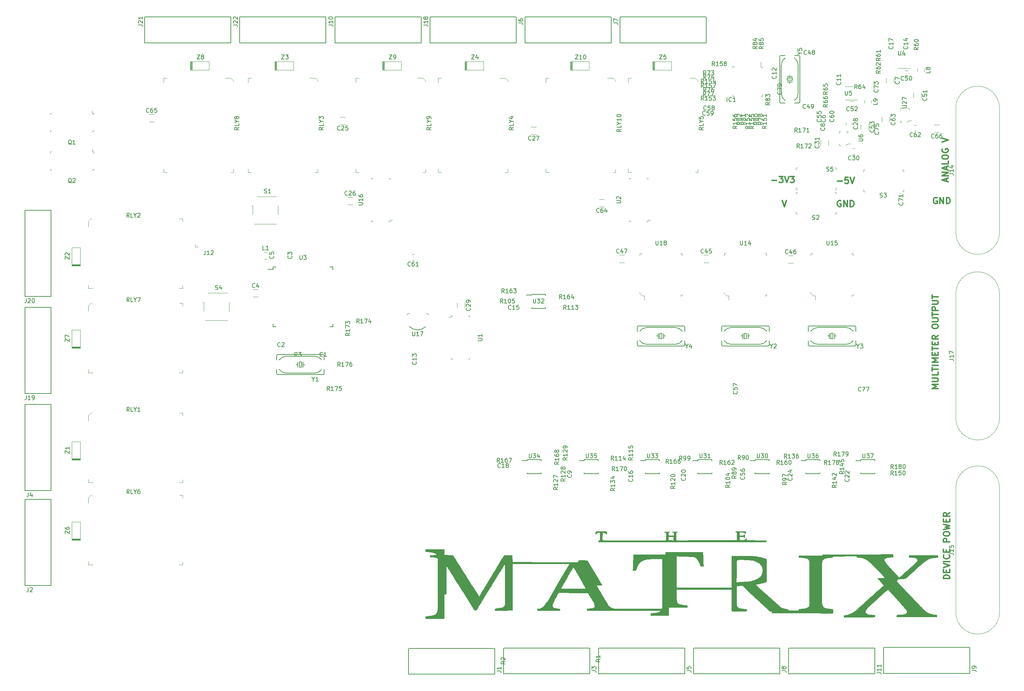
<source format=gbr>
G04 #@! TF.GenerationSoftware,KiCad,Pcbnew,(5.0.0)*
G04 #@! TF.CreationDate,2019-03-12T22:38:42-07:00*
G04 #@! TF.ProjectId,SchematicAutomation,536368656D617469634175746F6D6174,rev?*
G04 #@! TF.SameCoordinates,Original*
G04 #@! TF.FileFunction,Legend,Top*
G04 #@! TF.FilePolarity,Positive*
%FSLAX45Y45*%
G04 Gerber Fmt 4.5, Leading zero omitted, Abs format (unit mm)*
G04 Created by KiCad (PCBNEW (5.0.0)) date 03/12/19 22:38:42*
%MOMM*%
%LPD*%
G01*
G04 APERTURE LIST*
%ADD10C,0.300000*%
%ADD11C,0.010000*%
%ADD12C,0.100000*%
%ADD13C,0.150000*%
%ADD14C,0.120000*%
%ADD15C,0.180000*%
G04 APERTURE END LIST*
D10*
X26098514Y-6427400D02*
X26084228Y-6420257D01*
X26062800Y-6420257D01*
X26041371Y-6427400D01*
X26027086Y-6441686D01*
X26019943Y-6455971D01*
X26012800Y-6484543D01*
X26012800Y-6505971D01*
X26019943Y-6534543D01*
X26027086Y-6548828D01*
X26041371Y-6563114D01*
X26062800Y-6570257D01*
X26077086Y-6570257D01*
X26098514Y-6563114D01*
X26105657Y-6555971D01*
X26105657Y-6505971D01*
X26077086Y-6505971D01*
X26169943Y-6570257D02*
X26169943Y-6420257D01*
X26255657Y-6570257D01*
X26255657Y-6420257D01*
X26327086Y-6570257D02*
X26327086Y-6420257D01*
X26362800Y-6420257D01*
X26384228Y-6427400D01*
X26398514Y-6441686D01*
X26405657Y-6455971D01*
X26412800Y-6484543D01*
X26412800Y-6505971D01*
X26405657Y-6534543D01*
X26398514Y-6548828D01*
X26384228Y-6563114D01*
X26362800Y-6570257D01*
X26327086Y-6570257D01*
X22375200Y-6494057D02*
X22425200Y-6644057D01*
X22475200Y-6494057D01*
X23705543Y-6028114D02*
X23819828Y-6028114D01*
X23962686Y-5935257D02*
X23891257Y-5935257D01*
X23884114Y-6006686D01*
X23891257Y-5999543D01*
X23905543Y-5992400D01*
X23941257Y-5992400D01*
X23955543Y-5999543D01*
X23962686Y-6006686D01*
X23969828Y-6020971D01*
X23969828Y-6056686D01*
X23962686Y-6070971D01*
X23955543Y-6078114D01*
X23941257Y-6085257D01*
X23905543Y-6085257D01*
X23891257Y-6078114D01*
X23884114Y-6070971D01*
X24012686Y-5935257D02*
X24062686Y-6085257D01*
X24112686Y-5935257D01*
X23784114Y-6501200D02*
X23769828Y-6494057D01*
X23748400Y-6494057D01*
X23726971Y-6501200D01*
X23712686Y-6515486D01*
X23705543Y-6529771D01*
X23698400Y-6558343D01*
X23698400Y-6579771D01*
X23705543Y-6608343D01*
X23712686Y-6622628D01*
X23726971Y-6636914D01*
X23748400Y-6644057D01*
X23762686Y-6644057D01*
X23784114Y-6636914D01*
X23791257Y-6629771D01*
X23791257Y-6579771D01*
X23762686Y-6579771D01*
X23855543Y-6644057D02*
X23855543Y-6494057D01*
X23941257Y-6644057D01*
X23941257Y-6494057D01*
X24012686Y-6644057D02*
X24012686Y-6494057D01*
X24048400Y-6494057D01*
X24069828Y-6501200D01*
X24084114Y-6515486D01*
X24091257Y-6529771D01*
X24098400Y-6558343D01*
X24098400Y-6579771D01*
X24091257Y-6608343D01*
X24084114Y-6622628D01*
X24069828Y-6636914D01*
X24048400Y-6644057D01*
X24012686Y-6644057D01*
X22126125Y-6005255D02*
X22240410Y-6005255D01*
X22297553Y-5912398D02*
X22390410Y-5912398D01*
X22340410Y-5969541D01*
X22361839Y-5969541D01*
X22376125Y-5976684D01*
X22383267Y-5983827D01*
X22390410Y-5998112D01*
X22390410Y-6033827D01*
X22383267Y-6048112D01*
X22376125Y-6055255D01*
X22361839Y-6062398D01*
X22318982Y-6062398D01*
X22304696Y-6055255D01*
X22297553Y-6048112D01*
X22433267Y-5912398D02*
X22483267Y-6062398D01*
X22533267Y-5912398D01*
X22568982Y-5912398D02*
X22661839Y-5912398D01*
X22611839Y-5969541D01*
X22633267Y-5969541D01*
X22647553Y-5976684D01*
X22654696Y-5983827D01*
X22661839Y-5998112D01*
X22661839Y-6033827D01*
X22654696Y-6048112D01*
X22647553Y-6055255D01*
X22633267Y-6062398D01*
X22590410Y-6062398D01*
X22576125Y-6055255D01*
X22568982Y-6048112D01*
X26128257Y-11023857D02*
X25978257Y-11023857D01*
X26085400Y-10973857D01*
X25978257Y-10923857D01*
X26128257Y-10923857D01*
X25978257Y-10852429D02*
X26099686Y-10852429D01*
X26113971Y-10845286D01*
X26121114Y-10838143D01*
X26128257Y-10823857D01*
X26128257Y-10795286D01*
X26121114Y-10781000D01*
X26113971Y-10773857D01*
X26099686Y-10766714D01*
X25978257Y-10766714D01*
X26128257Y-10623857D02*
X26128257Y-10695286D01*
X25978257Y-10695286D01*
X25978257Y-10595286D02*
X25978257Y-10509571D01*
X26128257Y-10552429D02*
X25978257Y-10552429D01*
X26128257Y-10459571D02*
X25978257Y-10459571D01*
X26128257Y-10388143D02*
X25978257Y-10388143D01*
X26085400Y-10338143D01*
X25978257Y-10288143D01*
X26128257Y-10288143D01*
X26049686Y-10216714D02*
X26049686Y-10166714D01*
X26128257Y-10145286D02*
X26128257Y-10216714D01*
X25978257Y-10216714D01*
X25978257Y-10145286D01*
X25978257Y-10102429D02*
X25978257Y-10016714D01*
X26128257Y-10059571D02*
X25978257Y-10059571D01*
X26049686Y-9966714D02*
X26049686Y-9916714D01*
X26128257Y-9895286D02*
X26128257Y-9966714D01*
X25978257Y-9966714D01*
X25978257Y-9895286D01*
X26128257Y-9745286D02*
X26056828Y-9795286D01*
X26128257Y-9831000D02*
X25978257Y-9831000D01*
X25978257Y-9773857D01*
X25985400Y-9759571D01*
X25992543Y-9752429D01*
X26006828Y-9745286D01*
X26028257Y-9745286D01*
X26042543Y-9752429D01*
X26049686Y-9759571D01*
X26056828Y-9773857D01*
X26056828Y-9831000D01*
X25978257Y-9538143D02*
X25978257Y-9509571D01*
X25985400Y-9495286D01*
X25999686Y-9481000D01*
X26028257Y-9473857D01*
X26078257Y-9473857D01*
X26106828Y-9481000D01*
X26121114Y-9495286D01*
X26128257Y-9509571D01*
X26128257Y-9538143D01*
X26121114Y-9552429D01*
X26106828Y-9566714D01*
X26078257Y-9573857D01*
X26028257Y-9573857D01*
X25999686Y-9566714D01*
X25985400Y-9552429D01*
X25978257Y-9538143D01*
X25978257Y-9409571D02*
X26099686Y-9409571D01*
X26113971Y-9402429D01*
X26121114Y-9395286D01*
X26128257Y-9381000D01*
X26128257Y-9352429D01*
X26121114Y-9338143D01*
X26113971Y-9331000D01*
X26099686Y-9323857D01*
X25978257Y-9323857D01*
X25978257Y-9273857D02*
X25978257Y-9188143D01*
X26128257Y-9231000D02*
X25978257Y-9231000D01*
X26128257Y-9138143D02*
X25978257Y-9138143D01*
X25978257Y-9081000D01*
X25985400Y-9066714D01*
X25992543Y-9059571D01*
X26006828Y-9052429D01*
X26028257Y-9052429D01*
X26042543Y-9059571D01*
X26049686Y-9066714D01*
X26056828Y-9081000D01*
X26056828Y-9138143D01*
X25978257Y-8988143D02*
X26099686Y-8988143D01*
X26113971Y-8981000D01*
X26121114Y-8973857D01*
X26128257Y-8959571D01*
X26128257Y-8931000D01*
X26121114Y-8916714D01*
X26113971Y-8909571D01*
X26099686Y-8902429D01*
X25978257Y-8902429D01*
X25978257Y-8852429D02*
X25978257Y-8766714D01*
X26128257Y-8809571D02*
X25978257Y-8809571D01*
X26326700Y-6032436D02*
X26326700Y-5961007D01*
X26369557Y-6046721D02*
X26219557Y-5996721D01*
X26369557Y-5946721D01*
X26369557Y-5896721D02*
X26219557Y-5896721D01*
X26369557Y-5811007D01*
X26219557Y-5811007D01*
X26326700Y-5746721D02*
X26326700Y-5675293D01*
X26369557Y-5761007D02*
X26219557Y-5711007D01*
X26369557Y-5661007D01*
X26369557Y-5539579D02*
X26369557Y-5611007D01*
X26219557Y-5611007D01*
X26219557Y-5461007D02*
X26219557Y-5432436D01*
X26226700Y-5418150D01*
X26240986Y-5403864D01*
X26269557Y-5396721D01*
X26319557Y-5396721D01*
X26348128Y-5403864D01*
X26362414Y-5418150D01*
X26369557Y-5432436D01*
X26369557Y-5461007D01*
X26362414Y-5475293D01*
X26348128Y-5489579D01*
X26319557Y-5496721D01*
X26269557Y-5496721D01*
X26240986Y-5489579D01*
X26226700Y-5475293D01*
X26219557Y-5461007D01*
X26226700Y-5253864D02*
X26219557Y-5268150D01*
X26219557Y-5289579D01*
X26226700Y-5311007D01*
X26240986Y-5325293D01*
X26255271Y-5332436D01*
X26283843Y-5339579D01*
X26305271Y-5339579D01*
X26333843Y-5332436D01*
X26348128Y-5325293D01*
X26362414Y-5311007D01*
X26369557Y-5289579D01*
X26369557Y-5275293D01*
X26362414Y-5253864D01*
X26355271Y-5246721D01*
X26305271Y-5246721D01*
X26305271Y-5275293D01*
X26219557Y-5089579D02*
X26369557Y-5039579D01*
X26219557Y-4989579D01*
X26401307Y-15597486D02*
X26251307Y-15597486D01*
X26251307Y-15561771D01*
X26258450Y-15540343D01*
X26272736Y-15526057D01*
X26287021Y-15518914D01*
X26315593Y-15511771D01*
X26337021Y-15511771D01*
X26365593Y-15518914D01*
X26379878Y-15526057D01*
X26394164Y-15540343D01*
X26401307Y-15561771D01*
X26401307Y-15597486D01*
X26322736Y-15447486D02*
X26322736Y-15397486D01*
X26401307Y-15376057D02*
X26401307Y-15447486D01*
X26251307Y-15447486D01*
X26251307Y-15376057D01*
X26251307Y-15333200D02*
X26401307Y-15283200D01*
X26251307Y-15233200D01*
X26401307Y-15183200D02*
X26251307Y-15183200D01*
X26387021Y-15026057D02*
X26394164Y-15033200D01*
X26401307Y-15054628D01*
X26401307Y-15068914D01*
X26394164Y-15090343D01*
X26379878Y-15104628D01*
X26365593Y-15111771D01*
X26337021Y-15118914D01*
X26315593Y-15118914D01*
X26287021Y-15111771D01*
X26272736Y-15104628D01*
X26258450Y-15090343D01*
X26251307Y-15068914D01*
X26251307Y-15054628D01*
X26258450Y-15033200D01*
X26265593Y-15026057D01*
X26322736Y-14961771D02*
X26322736Y-14911771D01*
X26401307Y-14890343D02*
X26401307Y-14961771D01*
X26251307Y-14961771D01*
X26251307Y-14890343D01*
X26401307Y-14711771D02*
X26251307Y-14711771D01*
X26251307Y-14654628D01*
X26258450Y-14640343D01*
X26265593Y-14633200D01*
X26279878Y-14626057D01*
X26301307Y-14626057D01*
X26315593Y-14633200D01*
X26322736Y-14640343D01*
X26329878Y-14654628D01*
X26329878Y-14711771D01*
X26251307Y-14533200D02*
X26251307Y-14504628D01*
X26258450Y-14490343D01*
X26272736Y-14476057D01*
X26301307Y-14468914D01*
X26351307Y-14468914D01*
X26379878Y-14476057D01*
X26394164Y-14490343D01*
X26401307Y-14504628D01*
X26401307Y-14533200D01*
X26394164Y-14547486D01*
X26379878Y-14561771D01*
X26351307Y-14568914D01*
X26301307Y-14568914D01*
X26272736Y-14561771D01*
X26258450Y-14547486D01*
X26251307Y-14533200D01*
X26251307Y-14418914D02*
X26401307Y-14383200D01*
X26294164Y-14354628D01*
X26401307Y-14326057D01*
X26251307Y-14290343D01*
X26322736Y-14233200D02*
X26322736Y-14183200D01*
X26401307Y-14161771D02*
X26401307Y-14233200D01*
X26251307Y-14233200D01*
X26251307Y-14161771D01*
X26401307Y-14011771D02*
X26329878Y-14061771D01*
X26401307Y-14097486D02*
X26251307Y-14097486D01*
X26251307Y-14040343D01*
X26258450Y-14026057D01*
X26265593Y-14018914D01*
X26279878Y-14011771D01*
X26301307Y-14011771D01*
X26315593Y-14018914D01*
X26322736Y-14026057D01*
X26329878Y-14040343D01*
X26329878Y-14097486D01*
D11*
G04 #@! TO.C,G\002A\002A\002A*
G36*
X21408041Y-14457563D02*
X21427902Y-14457774D01*
X21446042Y-14458098D01*
X21461852Y-14458536D01*
X21474723Y-14459088D01*
X21484046Y-14459757D01*
X21489215Y-14460542D01*
X21490058Y-14460996D01*
X21491154Y-14465827D01*
X21492250Y-14473749D01*
X21493241Y-14483395D01*
X21494019Y-14493398D01*
X21494476Y-14502390D01*
X21494506Y-14509006D01*
X21494043Y-14511842D01*
X21491404Y-14511190D01*
X21485745Y-14507894D01*
X21477977Y-14502528D01*
X21471450Y-14497597D01*
X21450725Y-14481401D01*
X21398387Y-14479558D01*
X21382587Y-14479077D01*
X21368547Y-14478794D01*
X21357046Y-14478711D01*
X21348863Y-14478834D01*
X21344775Y-14479165D01*
X21344479Y-14479286D01*
X21343042Y-14483103D01*
X21341689Y-14490998D01*
X21340518Y-14501968D01*
X21339630Y-14515012D01*
X21339126Y-14529126D01*
X21339065Y-14533386D01*
X21338850Y-14556881D01*
X21355995Y-14556848D01*
X21367963Y-14557487D01*
X21381451Y-14559174D01*
X21391126Y-14561022D01*
X21408867Y-14563493D01*
X21423864Y-14561825D01*
X21436486Y-14555894D01*
X21447104Y-14545574D01*
X21450401Y-14540924D01*
X21455619Y-14534417D01*
X21460851Y-14531727D01*
X21463586Y-14531481D01*
X21469157Y-14532123D01*
X21471858Y-14533467D01*
X21472220Y-14536768D01*
X21472158Y-14544000D01*
X21471750Y-14554074D01*
X21471072Y-14565898D01*
X21470203Y-14578381D01*
X21469220Y-14590432D01*
X21468200Y-14600961D01*
X21467222Y-14608877D01*
X21466363Y-14613089D01*
X21466170Y-14613441D01*
X21463796Y-14612635D01*
X21459644Y-14608539D01*
X21455826Y-14603679D01*
X21450552Y-14596640D01*
X21445665Y-14591342D01*
X21440352Y-14587538D01*
X21433794Y-14584982D01*
X21425177Y-14583427D01*
X21413685Y-14582625D01*
X21398502Y-14582329D01*
X21385205Y-14582290D01*
X21338850Y-14582281D01*
X21338934Y-14605776D01*
X21339211Y-14617675D01*
X21339893Y-14630255D01*
X21340872Y-14642394D01*
X21342038Y-14652969D01*
X21343284Y-14660858D01*
X21344502Y-14664937D01*
X21344653Y-14665130D01*
X21347444Y-14665642D01*
X21354475Y-14666348D01*
X21364910Y-14667179D01*
X21377916Y-14668069D01*
X21390835Y-14668848D01*
X21407929Y-14669743D01*
X21420884Y-14670206D01*
X21430625Y-14670216D01*
X21438073Y-14669754D01*
X21444155Y-14668799D01*
X21448946Y-14667583D01*
X21464753Y-14661283D01*
X21479025Y-14652422D01*
X21490251Y-14642004D01*
X21493127Y-14638254D01*
X21500648Y-14629856D01*
X21508413Y-14625858D01*
X21515213Y-14626315D01*
X21516794Y-14627748D01*
X21517038Y-14630984D01*
X21515828Y-14636970D01*
X21513048Y-14646655D01*
X21512505Y-14648429D01*
X21509732Y-14657908D01*
X21507815Y-14665354D01*
X21507045Y-14669588D01*
X21507115Y-14670112D01*
X21509740Y-14670299D01*
X21517084Y-14670561D01*
X21528786Y-14670892D01*
X21544485Y-14671284D01*
X21563822Y-14671729D01*
X21586436Y-14672218D01*
X21611965Y-14672746D01*
X21640050Y-14673302D01*
X21670330Y-14673881D01*
X21702444Y-14674473D01*
X21736033Y-14675071D01*
X21736523Y-14675080D01*
X21770466Y-14675685D01*
X21803179Y-14676292D01*
X21834274Y-14676892D01*
X21863366Y-14677475D01*
X21890067Y-14678035D01*
X21913990Y-14678561D01*
X21934748Y-14679046D01*
X21951954Y-14679481D01*
X21965222Y-14679857D01*
X21974164Y-14680167D01*
X21978295Y-14680391D01*
X21985744Y-14681609D01*
X21990584Y-14683328D01*
X21991630Y-14684521D01*
X21990646Y-14688296D01*
X21988128Y-14694889D01*
X21986098Y-14699579D01*
X21980565Y-14711821D01*
X19967433Y-14711782D01*
X19866448Y-14711778D01*
X19766706Y-14711768D01*
X19668328Y-14711754D01*
X19571434Y-14711736D01*
X19476145Y-14711712D01*
X19382584Y-14711685D01*
X19290869Y-14711653D01*
X19201124Y-14711617D01*
X19113468Y-14711577D01*
X19028023Y-14711533D01*
X18944910Y-14711485D01*
X18864249Y-14711434D01*
X18786163Y-14711379D01*
X18710771Y-14711321D01*
X18638195Y-14711259D01*
X18568557Y-14711194D01*
X18501976Y-14711127D01*
X18438574Y-14711056D01*
X18378473Y-14710982D01*
X18321792Y-14710906D01*
X18268654Y-14710827D01*
X18219179Y-14710746D01*
X18173489Y-14710663D01*
X18131704Y-14710577D01*
X18093945Y-14710489D01*
X18060333Y-14710399D01*
X18030990Y-14710308D01*
X18006037Y-14710214D01*
X17985594Y-14710119D01*
X17969782Y-14710023D01*
X17958723Y-14709925D01*
X17952538Y-14709826D01*
X17951172Y-14709756D01*
X17949096Y-14705773D01*
X17949886Y-14699584D01*
X17953205Y-14692922D01*
X17954857Y-14690849D01*
X17959477Y-14686712D01*
X17966624Y-14681352D01*
X17972278Y-14677538D01*
X17980693Y-14671101D01*
X17986722Y-14664473D01*
X17988345Y-14661613D01*
X17989228Y-14658328D01*
X17989859Y-14653027D01*
X17990244Y-14645231D01*
X17990386Y-14634459D01*
X17990289Y-14620232D01*
X17989958Y-14602069D01*
X17989396Y-14579492D01*
X17989126Y-14569782D01*
X17988511Y-14549600D01*
X17987863Y-14531063D01*
X17987211Y-14514778D01*
X17986582Y-14501347D01*
X17986004Y-14491377D01*
X17985503Y-14485471D01*
X17985223Y-14484087D01*
X17982375Y-14483888D01*
X17975609Y-14484246D01*
X17966045Y-14485037D01*
X17954798Y-14486142D01*
X17942988Y-14487437D01*
X17931731Y-14488800D01*
X17922146Y-14490111D01*
X17915349Y-14491247D01*
X17912555Y-14492009D01*
X17910712Y-14494917D01*
X17908233Y-14500889D01*
X17907292Y-14503596D01*
X17902468Y-14513216D01*
X17895707Y-14520289D01*
X17888159Y-14523707D01*
X17886288Y-14523861D01*
X17884172Y-14523629D01*
X17882810Y-14522378D01*
X17882111Y-14519274D01*
X17881989Y-14513484D01*
X17882355Y-14504172D01*
X17882990Y-14492746D01*
X17883828Y-14480627D01*
X17884794Y-14470385D01*
X17885772Y-14463072D01*
X17886644Y-14459738D01*
X17886675Y-14459702D01*
X17889513Y-14459336D01*
X17896940Y-14459019D01*
X17908465Y-14458755D01*
X17923598Y-14458550D01*
X17941847Y-14458408D01*
X17962721Y-14458333D01*
X17985731Y-14458332D01*
X18010384Y-14458407D01*
X18015378Y-14458432D01*
X18142193Y-14459091D01*
X18145948Y-14466711D01*
X18147761Y-14472863D01*
X18149028Y-14481949D01*
X18149721Y-14492550D01*
X18149813Y-14503250D01*
X18149277Y-14512631D01*
X18148085Y-14519277D01*
X18147005Y-14521402D01*
X18142684Y-14522659D01*
X18137312Y-14519780D01*
X18131722Y-14513349D01*
X18129009Y-14508801D01*
X18127066Y-14505338D01*
X18124895Y-14502715D01*
X18121668Y-14500593D01*
X18116557Y-14498634D01*
X18108735Y-14496499D01*
X18097375Y-14493849D01*
X18086565Y-14491439D01*
X18073432Y-14488604D01*
X18062148Y-14486321D01*
X18053594Y-14484755D01*
X18048651Y-14484074D01*
X18047800Y-14484124D01*
X18047410Y-14486894D01*
X18046950Y-14494030D01*
X18046441Y-14504816D01*
X18045901Y-14518539D01*
X18045349Y-14534484D01*
X18044805Y-14551938D01*
X18044288Y-14570186D01*
X18043817Y-14588515D01*
X18043411Y-14606209D01*
X18043089Y-14622556D01*
X18042871Y-14636840D01*
X18042776Y-14648347D01*
X18042822Y-14656364D01*
X18043030Y-14660177D01*
X18043069Y-14660326D01*
X18045896Y-14663037D01*
X18052108Y-14666958D01*
X18060426Y-14671289D01*
X18061415Y-14671757D01*
X18078429Y-14679719D01*
X18528175Y-14678977D01*
X18575696Y-14678894D01*
X18621909Y-14678806D01*
X18666552Y-14678713D01*
X18709365Y-14678617D01*
X18750085Y-14678517D01*
X18788452Y-14678415D01*
X18824204Y-14678311D01*
X18857079Y-14678207D01*
X18886817Y-14678103D01*
X18913156Y-14678001D01*
X18935835Y-14677900D01*
X18954592Y-14677802D01*
X18969166Y-14677708D01*
X18979295Y-14677618D01*
X18984719Y-14677534D01*
X18985540Y-14677500D01*
X18989044Y-14677401D01*
X18997297Y-14677301D01*
X19009969Y-14677203D01*
X19026729Y-14677106D01*
X19047248Y-14677012D01*
X19071194Y-14676922D01*
X19098238Y-14676837D01*
X19128047Y-14676758D01*
X19160294Y-14676686D01*
X19194645Y-14676622D01*
X19230772Y-14676569D01*
X19268343Y-14676525D01*
X19281538Y-14676513D01*
X19569915Y-14676261D01*
X19574273Y-14668884D01*
X19575458Y-14666441D01*
X19576409Y-14663188D01*
X19577152Y-14658585D01*
X19577711Y-14652090D01*
X19578111Y-14643164D01*
X19578379Y-14631267D01*
X19578537Y-14615857D01*
X19578567Y-14608185D01*
X19631956Y-14608185D01*
X19632299Y-14619745D01*
X19632486Y-14624432D01*
X19633455Y-14640603D01*
X19634894Y-14652370D01*
X19636898Y-14660394D01*
X19637996Y-14662935D01*
X19641179Y-14668037D01*
X19645020Y-14670517D01*
X19651428Y-14671376D01*
X19654261Y-14671470D01*
X19660875Y-14671710D01*
X19671309Y-14672179D01*
X19684310Y-14672814D01*
X19698627Y-14673548D01*
X19713008Y-14674318D01*
X19726201Y-14675060D01*
X19736953Y-14675709D01*
X19738843Y-14675831D01*
X19746059Y-14674088D01*
X19750738Y-14670546D01*
X19755032Y-14665092D01*
X19758052Y-14658754D01*
X19760000Y-14650568D01*
X19761078Y-14639568D01*
X19761488Y-14624786D01*
X19761510Y-14618946D01*
X19761510Y-14587361D01*
X19701036Y-14587361D01*
X19680621Y-14587428D01*
X19664752Y-14587650D01*
X19652898Y-14588052D01*
X19644527Y-14588665D01*
X19639107Y-14589514D01*
X19636107Y-14590628D01*
X19635901Y-14590769D01*
X19633926Y-14592684D01*
X19632675Y-14595597D01*
X19632050Y-14600450D01*
X19631956Y-14608185D01*
X19578567Y-14608185D01*
X19578613Y-14596394D01*
X19578630Y-14574963D01*
X19578630Y-14488418D01*
X19572202Y-14484206D01*
X19566045Y-14481562D01*
X19557206Y-14479334D01*
X19551247Y-14478432D01*
X19543032Y-14477358D01*
X19538679Y-14475965D01*
X19536980Y-14473594D01*
X19536720Y-14470521D01*
X19536720Y-14464171D01*
X19602125Y-14463493D01*
X19624014Y-14463363D01*
X19641682Y-14463464D01*
X19654929Y-14463790D01*
X19663554Y-14464337D01*
X19667356Y-14465098D01*
X19667530Y-14465333D01*
X19665484Y-14468035D01*
X19660442Y-14471452D01*
X19659275Y-14472074D01*
X19651763Y-14476504D01*
X19643674Y-14482094D01*
X19642130Y-14483276D01*
X19633240Y-14490256D01*
X19634876Y-14516583D01*
X19635608Y-14528989D01*
X19636231Y-14540730D01*
X19636659Y-14550091D01*
X19636781Y-14553706D01*
X19637050Y-14564501D01*
X19698772Y-14564501D01*
X19720139Y-14564418D01*
X19736798Y-14564156D01*
X19749121Y-14563699D01*
X19757478Y-14563029D01*
X19762240Y-14562128D01*
X19763542Y-14561453D01*
X19764796Y-14557708D01*
X19765730Y-14550103D01*
X19766337Y-14539847D01*
X19766608Y-14528150D01*
X19766536Y-14516222D01*
X19766114Y-14505273D01*
X19765333Y-14496512D01*
X19764186Y-14491150D01*
X19763992Y-14490732D01*
X19757665Y-14484078D01*
X19746981Y-14479744D01*
X19738650Y-14478257D01*
X19731558Y-14477065D01*
X19728202Y-14475166D01*
X19727243Y-14471654D01*
X19727220Y-14470521D01*
X19727220Y-14464171D01*
X19790548Y-14463491D01*
X19808919Y-14463385D01*
X19825161Y-14463471D01*
X19838640Y-14463733D01*
X19848718Y-14464153D01*
X19854759Y-14464718D01*
X19856209Y-14465144D01*
X19855257Y-14467396D01*
X19850191Y-14471337D01*
X19841536Y-14476583D01*
X19838002Y-14478524D01*
X19817462Y-14489571D01*
X19817426Y-14578814D01*
X19817390Y-14668057D01*
X19824006Y-14672391D01*
X19825459Y-14673169D01*
X19827502Y-14673843D01*
X19830466Y-14674417D01*
X19834682Y-14674895D01*
X19840484Y-14675281D01*
X19848203Y-14675581D01*
X19858170Y-14675798D01*
X19870718Y-14675937D01*
X19886179Y-14676003D01*
X19904884Y-14675998D01*
X19927166Y-14675929D01*
X19953356Y-14675799D01*
X19983787Y-14675613D01*
X20018790Y-14675375D01*
X20039271Y-14675229D01*
X20063575Y-14675067D01*
X20092573Y-14674894D01*
X20125876Y-14674712D01*
X20163099Y-14674522D01*
X20203853Y-14674326D01*
X20247751Y-14674126D01*
X20294408Y-14673923D01*
X20343435Y-14673718D01*
X20394446Y-14673515D01*
X20447054Y-14673313D01*
X20500871Y-14673114D01*
X20555510Y-14672921D01*
X20610585Y-14672735D01*
X20665709Y-14672557D01*
X20720494Y-14672388D01*
X20762270Y-14672266D01*
X20824039Y-14672085D01*
X20880914Y-14671907D01*
X20933082Y-14671731D01*
X20980728Y-14671555D01*
X21024040Y-14671376D01*
X21063202Y-14671195D01*
X21098402Y-14671007D01*
X21129825Y-14670813D01*
X21157658Y-14670610D01*
X21182087Y-14670396D01*
X21203299Y-14670170D01*
X21221479Y-14669930D01*
X21236814Y-14669674D01*
X21249489Y-14669401D01*
X21259692Y-14669108D01*
X21267608Y-14668795D01*
X21273424Y-14668459D01*
X21277326Y-14668098D01*
X21279500Y-14667711D01*
X21280068Y-14667451D01*
X21280986Y-14665800D01*
X21281681Y-14662532D01*
X21282160Y-14657175D01*
X21282429Y-14649255D01*
X21282494Y-14638300D01*
X21282362Y-14623835D01*
X21282040Y-14605389D01*
X21281534Y-14582487D01*
X21281338Y-14574311D01*
X21279160Y-14484519D01*
X21263161Y-14476548D01*
X21253421Y-14471596D01*
X21247675Y-14468223D01*
X21245331Y-14465815D01*
X21245799Y-14463764D01*
X21248488Y-14461458D01*
X21248535Y-14461423D01*
X21252161Y-14460565D01*
X21260148Y-14459809D01*
X21271888Y-14459156D01*
X21286771Y-14458607D01*
X21304191Y-14458164D01*
X21323539Y-14457827D01*
X21344206Y-14457597D01*
X21365584Y-14457476D01*
X21387065Y-14457464D01*
X21408041Y-14457563D01*
X21408041Y-14457563D01*
G37*
X21408041Y-14457563D02*
X21427902Y-14457774D01*
X21446042Y-14458098D01*
X21461852Y-14458536D01*
X21474723Y-14459088D01*
X21484046Y-14459757D01*
X21489215Y-14460542D01*
X21490058Y-14460996D01*
X21491154Y-14465827D01*
X21492250Y-14473749D01*
X21493241Y-14483395D01*
X21494019Y-14493398D01*
X21494476Y-14502390D01*
X21494506Y-14509006D01*
X21494043Y-14511842D01*
X21491404Y-14511190D01*
X21485745Y-14507894D01*
X21477977Y-14502528D01*
X21471450Y-14497597D01*
X21450725Y-14481401D01*
X21398387Y-14479558D01*
X21382587Y-14479077D01*
X21368547Y-14478794D01*
X21357046Y-14478711D01*
X21348863Y-14478834D01*
X21344775Y-14479165D01*
X21344479Y-14479286D01*
X21343042Y-14483103D01*
X21341689Y-14490998D01*
X21340518Y-14501968D01*
X21339630Y-14515012D01*
X21339126Y-14529126D01*
X21339065Y-14533386D01*
X21338850Y-14556881D01*
X21355995Y-14556848D01*
X21367963Y-14557487D01*
X21381451Y-14559174D01*
X21391126Y-14561022D01*
X21408867Y-14563493D01*
X21423864Y-14561825D01*
X21436486Y-14555894D01*
X21447104Y-14545574D01*
X21450401Y-14540924D01*
X21455619Y-14534417D01*
X21460851Y-14531727D01*
X21463586Y-14531481D01*
X21469157Y-14532123D01*
X21471858Y-14533467D01*
X21472220Y-14536768D01*
X21472158Y-14544000D01*
X21471750Y-14554074D01*
X21471072Y-14565898D01*
X21470203Y-14578381D01*
X21469220Y-14590432D01*
X21468200Y-14600961D01*
X21467222Y-14608877D01*
X21466363Y-14613089D01*
X21466170Y-14613441D01*
X21463796Y-14612635D01*
X21459644Y-14608539D01*
X21455826Y-14603679D01*
X21450552Y-14596640D01*
X21445665Y-14591342D01*
X21440352Y-14587538D01*
X21433794Y-14584982D01*
X21425177Y-14583427D01*
X21413685Y-14582625D01*
X21398502Y-14582329D01*
X21385205Y-14582290D01*
X21338850Y-14582281D01*
X21338934Y-14605776D01*
X21339211Y-14617675D01*
X21339893Y-14630255D01*
X21340872Y-14642394D01*
X21342038Y-14652969D01*
X21343284Y-14660858D01*
X21344502Y-14664937D01*
X21344653Y-14665130D01*
X21347444Y-14665642D01*
X21354475Y-14666348D01*
X21364910Y-14667179D01*
X21377916Y-14668069D01*
X21390835Y-14668848D01*
X21407929Y-14669743D01*
X21420884Y-14670206D01*
X21430625Y-14670216D01*
X21438073Y-14669754D01*
X21444155Y-14668799D01*
X21448946Y-14667583D01*
X21464753Y-14661283D01*
X21479025Y-14652422D01*
X21490251Y-14642004D01*
X21493127Y-14638254D01*
X21500648Y-14629856D01*
X21508413Y-14625858D01*
X21515213Y-14626315D01*
X21516794Y-14627748D01*
X21517038Y-14630984D01*
X21515828Y-14636970D01*
X21513048Y-14646655D01*
X21512505Y-14648429D01*
X21509732Y-14657908D01*
X21507815Y-14665354D01*
X21507045Y-14669588D01*
X21507115Y-14670112D01*
X21509740Y-14670299D01*
X21517084Y-14670561D01*
X21528786Y-14670892D01*
X21544485Y-14671284D01*
X21563822Y-14671729D01*
X21586436Y-14672218D01*
X21611965Y-14672746D01*
X21640050Y-14673302D01*
X21670330Y-14673881D01*
X21702444Y-14674473D01*
X21736033Y-14675071D01*
X21736523Y-14675080D01*
X21770466Y-14675685D01*
X21803179Y-14676292D01*
X21834274Y-14676892D01*
X21863366Y-14677475D01*
X21890067Y-14678035D01*
X21913990Y-14678561D01*
X21934748Y-14679046D01*
X21951954Y-14679481D01*
X21965222Y-14679857D01*
X21974164Y-14680167D01*
X21978295Y-14680391D01*
X21985744Y-14681609D01*
X21990584Y-14683328D01*
X21991630Y-14684521D01*
X21990646Y-14688296D01*
X21988128Y-14694889D01*
X21986098Y-14699579D01*
X21980565Y-14711821D01*
X19967433Y-14711782D01*
X19866448Y-14711778D01*
X19766706Y-14711768D01*
X19668328Y-14711754D01*
X19571434Y-14711736D01*
X19476145Y-14711712D01*
X19382584Y-14711685D01*
X19290869Y-14711653D01*
X19201124Y-14711617D01*
X19113468Y-14711577D01*
X19028023Y-14711533D01*
X18944910Y-14711485D01*
X18864249Y-14711434D01*
X18786163Y-14711379D01*
X18710771Y-14711321D01*
X18638195Y-14711259D01*
X18568557Y-14711194D01*
X18501976Y-14711127D01*
X18438574Y-14711056D01*
X18378473Y-14710982D01*
X18321792Y-14710906D01*
X18268654Y-14710827D01*
X18219179Y-14710746D01*
X18173489Y-14710663D01*
X18131704Y-14710577D01*
X18093945Y-14710489D01*
X18060333Y-14710399D01*
X18030990Y-14710308D01*
X18006037Y-14710214D01*
X17985594Y-14710119D01*
X17969782Y-14710023D01*
X17958723Y-14709925D01*
X17952538Y-14709826D01*
X17951172Y-14709756D01*
X17949096Y-14705773D01*
X17949886Y-14699584D01*
X17953205Y-14692922D01*
X17954857Y-14690849D01*
X17959477Y-14686712D01*
X17966624Y-14681352D01*
X17972278Y-14677538D01*
X17980693Y-14671101D01*
X17986722Y-14664473D01*
X17988345Y-14661613D01*
X17989228Y-14658328D01*
X17989859Y-14653027D01*
X17990244Y-14645231D01*
X17990386Y-14634459D01*
X17990289Y-14620232D01*
X17989958Y-14602069D01*
X17989396Y-14579492D01*
X17989126Y-14569782D01*
X17988511Y-14549600D01*
X17987863Y-14531063D01*
X17987211Y-14514778D01*
X17986582Y-14501347D01*
X17986004Y-14491377D01*
X17985503Y-14485471D01*
X17985223Y-14484087D01*
X17982375Y-14483888D01*
X17975609Y-14484246D01*
X17966045Y-14485037D01*
X17954798Y-14486142D01*
X17942988Y-14487437D01*
X17931731Y-14488800D01*
X17922146Y-14490111D01*
X17915349Y-14491247D01*
X17912555Y-14492009D01*
X17910712Y-14494917D01*
X17908233Y-14500889D01*
X17907292Y-14503596D01*
X17902468Y-14513216D01*
X17895707Y-14520289D01*
X17888159Y-14523707D01*
X17886288Y-14523861D01*
X17884172Y-14523629D01*
X17882810Y-14522378D01*
X17882111Y-14519274D01*
X17881989Y-14513484D01*
X17882355Y-14504172D01*
X17882990Y-14492746D01*
X17883828Y-14480627D01*
X17884794Y-14470385D01*
X17885772Y-14463072D01*
X17886644Y-14459738D01*
X17886675Y-14459702D01*
X17889513Y-14459336D01*
X17896940Y-14459019D01*
X17908465Y-14458755D01*
X17923598Y-14458550D01*
X17941847Y-14458408D01*
X17962721Y-14458333D01*
X17985731Y-14458332D01*
X18010384Y-14458407D01*
X18015378Y-14458432D01*
X18142193Y-14459091D01*
X18145948Y-14466711D01*
X18147761Y-14472863D01*
X18149028Y-14481949D01*
X18149721Y-14492550D01*
X18149813Y-14503250D01*
X18149277Y-14512631D01*
X18148085Y-14519277D01*
X18147005Y-14521402D01*
X18142684Y-14522659D01*
X18137312Y-14519780D01*
X18131722Y-14513349D01*
X18129009Y-14508801D01*
X18127066Y-14505338D01*
X18124895Y-14502715D01*
X18121668Y-14500593D01*
X18116557Y-14498634D01*
X18108735Y-14496499D01*
X18097375Y-14493849D01*
X18086565Y-14491439D01*
X18073432Y-14488604D01*
X18062148Y-14486321D01*
X18053594Y-14484755D01*
X18048651Y-14484074D01*
X18047800Y-14484124D01*
X18047410Y-14486894D01*
X18046950Y-14494030D01*
X18046441Y-14504816D01*
X18045901Y-14518539D01*
X18045349Y-14534484D01*
X18044805Y-14551938D01*
X18044288Y-14570186D01*
X18043817Y-14588515D01*
X18043411Y-14606209D01*
X18043089Y-14622556D01*
X18042871Y-14636840D01*
X18042776Y-14648347D01*
X18042822Y-14656364D01*
X18043030Y-14660177D01*
X18043069Y-14660326D01*
X18045896Y-14663037D01*
X18052108Y-14666958D01*
X18060426Y-14671289D01*
X18061415Y-14671757D01*
X18078429Y-14679719D01*
X18528175Y-14678977D01*
X18575696Y-14678894D01*
X18621909Y-14678806D01*
X18666552Y-14678713D01*
X18709365Y-14678617D01*
X18750085Y-14678517D01*
X18788452Y-14678415D01*
X18824204Y-14678311D01*
X18857079Y-14678207D01*
X18886817Y-14678103D01*
X18913156Y-14678001D01*
X18935835Y-14677900D01*
X18954592Y-14677802D01*
X18969166Y-14677708D01*
X18979295Y-14677618D01*
X18984719Y-14677534D01*
X18985540Y-14677500D01*
X18989044Y-14677401D01*
X18997297Y-14677301D01*
X19009969Y-14677203D01*
X19026729Y-14677106D01*
X19047248Y-14677012D01*
X19071194Y-14676922D01*
X19098238Y-14676837D01*
X19128047Y-14676758D01*
X19160294Y-14676686D01*
X19194645Y-14676622D01*
X19230772Y-14676569D01*
X19268343Y-14676525D01*
X19281538Y-14676513D01*
X19569915Y-14676261D01*
X19574273Y-14668884D01*
X19575458Y-14666441D01*
X19576409Y-14663188D01*
X19577152Y-14658585D01*
X19577711Y-14652090D01*
X19578111Y-14643164D01*
X19578379Y-14631267D01*
X19578537Y-14615857D01*
X19578567Y-14608185D01*
X19631956Y-14608185D01*
X19632299Y-14619745D01*
X19632486Y-14624432D01*
X19633455Y-14640603D01*
X19634894Y-14652370D01*
X19636898Y-14660394D01*
X19637996Y-14662935D01*
X19641179Y-14668037D01*
X19645020Y-14670517D01*
X19651428Y-14671376D01*
X19654261Y-14671470D01*
X19660875Y-14671710D01*
X19671309Y-14672179D01*
X19684310Y-14672814D01*
X19698627Y-14673548D01*
X19713008Y-14674318D01*
X19726201Y-14675060D01*
X19736953Y-14675709D01*
X19738843Y-14675831D01*
X19746059Y-14674088D01*
X19750738Y-14670546D01*
X19755032Y-14665092D01*
X19758052Y-14658754D01*
X19760000Y-14650568D01*
X19761078Y-14639568D01*
X19761488Y-14624786D01*
X19761510Y-14618946D01*
X19761510Y-14587361D01*
X19701036Y-14587361D01*
X19680621Y-14587428D01*
X19664752Y-14587650D01*
X19652898Y-14588052D01*
X19644527Y-14588665D01*
X19639107Y-14589514D01*
X19636107Y-14590628D01*
X19635901Y-14590769D01*
X19633926Y-14592684D01*
X19632675Y-14595597D01*
X19632050Y-14600450D01*
X19631956Y-14608185D01*
X19578567Y-14608185D01*
X19578613Y-14596394D01*
X19578630Y-14574963D01*
X19578630Y-14488418D01*
X19572202Y-14484206D01*
X19566045Y-14481562D01*
X19557206Y-14479334D01*
X19551247Y-14478432D01*
X19543032Y-14477358D01*
X19538679Y-14475965D01*
X19536980Y-14473594D01*
X19536720Y-14470521D01*
X19536720Y-14464171D01*
X19602125Y-14463493D01*
X19624014Y-14463363D01*
X19641682Y-14463464D01*
X19654929Y-14463790D01*
X19663554Y-14464337D01*
X19667356Y-14465098D01*
X19667530Y-14465333D01*
X19665484Y-14468035D01*
X19660442Y-14471452D01*
X19659275Y-14472074D01*
X19651763Y-14476504D01*
X19643674Y-14482094D01*
X19642130Y-14483276D01*
X19633240Y-14490256D01*
X19634876Y-14516583D01*
X19635608Y-14528989D01*
X19636231Y-14540730D01*
X19636659Y-14550091D01*
X19636781Y-14553706D01*
X19637050Y-14564501D01*
X19698772Y-14564501D01*
X19720139Y-14564418D01*
X19736798Y-14564156D01*
X19749121Y-14563699D01*
X19757478Y-14563029D01*
X19762240Y-14562128D01*
X19763542Y-14561453D01*
X19764796Y-14557708D01*
X19765730Y-14550103D01*
X19766337Y-14539847D01*
X19766608Y-14528150D01*
X19766536Y-14516222D01*
X19766114Y-14505273D01*
X19765333Y-14496512D01*
X19764186Y-14491150D01*
X19763992Y-14490732D01*
X19757665Y-14484078D01*
X19746981Y-14479744D01*
X19738650Y-14478257D01*
X19731558Y-14477065D01*
X19728202Y-14475166D01*
X19727243Y-14471654D01*
X19727220Y-14470521D01*
X19727220Y-14464171D01*
X19790548Y-14463491D01*
X19808919Y-14463385D01*
X19825161Y-14463471D01*
X19838640Y-14463733D01*
X19848718Y-14464153D01*
X19854759Y-14464718D01*
X19856209Y-14465144D01*
X19855257Y-14467396D01*
X19850191Y-14471337D01*
X19841536Y-14476583D01*
X19838002Y-14478524D01*
X19817462Y-14489571D01*
X19817426Y-14578814D01*
X19817390Y-14668057D01*
X19824006Y-14672391D01*
X19825459Y-14673169D01*
X19827502Y-14673843D01*
X19830466Y-14674417D01*
X19834682Y-14674895D01*
X19840484Y-14675281D01*
X19848203Y-14675581D01*
X19858170Y-14675798D01*
X19870718Y-14675937D01*
X19886179Y-14676003D01*
X19904884Y-14675998D01*
X19927166Y-14675929D01*
X19953356Y-14675799D01*
X19983787Y-14675613D01*
X20018790Y-14675375D01*
X20039271Y-14675229D01*
X20063575Y-14675067D01*
X20092573Y-14674894D01*
X20125876Y-14674712D01*
X20163099Y-14674522D01*
X20203853Y-14674326D01*
X20247751Y-14674126D01*
X20294408Y-14673923D01*
X20343435Y-14673718D01*
X20394446Y-14673515D01*
X20447054Y-14673313D01*
X20500871Y-14673114D01*
X20555510Y-14672921D01*
X20610585Y-14672735D01*
X20665709Y-14672557D01*
X20720494Y-14672388D01*
X20762270Y-14672266D01*
X20824039Y-14672085D01*
X20880914Y-14671907D01*
X20933082Y-14671731D01*
X20980728Y-14671555D01*
X21024040Y-14671376D01*
X21063202Y-14671195D01*
X21098402Y-14671007D01*
X21129825Y-14670813D01*
X21157658Y-14670610D01*
X21182087Y-14670396D01*
X21203299Y-14670170D01*
X21221479Y-14669930D01*
X21236814Y-14669674D01*
X21249489Y-14669401D01*
X21259692Y-14669108D01*
X21267608Y-14668795D01*
X21273424Y-14668459D01*
X21277326Y-14668098D01*
X21279500Y-14667711D01*
X21280068Y-14667451D01*
X21280986Y-14665800D01*
X21281681Y-14662532D01*
X21282160Y-14657175D01*
X21282429Y-14649255D01*
X21282494Y-14638300D01*
X21282362Y-14623835D01*
X21282040Y-14605389D01*
X21281534Y-14582487D01*
X21281338Y-14574311D01*
X21279160Y-14484519D01*
X21263161Y-14476548D01*
X21253421Y-14471596D01*
X21247675Y-14468223D01*
X21245331Y-14465815D01*
X21245799Y-14463764D01*
X21248488Y-14461458D01*
X21248535Y-14461423D01*
X21252161Y-14460565D01*
X21260148Y-14459809D01*
X21271888Y-14459156D01*
X21286771Y-14458607D01*
X21304191Y-14458164D01*
X21323539Y-14457827D01*
X21344206Y-14457597D01*
X21365584Y-14457476D01*
X21387065Y-14457464D01*
X21408041Y-14457563D01*
G36*
X14130596Y-14887613D02*
X14160273Y-14887730D01*
X14185052Y-14887921D01*
X14204979Y-14888186D01*
X14220099Y-14888526D01*
X14230459Y-14888942D01*
X14236102Y-14889433D01*
X14237151Y-14889696D01*
X14238638Y-14890723D01*
X14239792Y-14892412D01*
X14240657Y-14895356D01*
X14241272Y-14900148D01*
X14241682Y-14907379D01*
X14241926Y-14917640D01*
X14242047Y-14931524D01*
X14242087Y-14949624D01*
X14242090Y-14959560D01*
X14242090Y-15026781D01*
X14249075Y-15026752D01*
X14254146Y-15026851D01*
X14263304Y-15027152D01*
X14275873Y-15027624D01*
X14291175Y-15028236D01*
X14308534Y-15028960D01*
X14327273Y-15029764D01*
X14346715Y-15030618D01*
X14366184Y-15031492D01*
X14385002Y-15032355D01*
X14402493Y-15033179D01*
X14417980Y-15033931D01*
X14430786Y-15034583D01*
X14440235Y-15035103D01*
X14445649Y-15035462D01*
X14446656Y-15035578D01*
X14448238Y-15037768D01*
X14452411Y-15044064D01*
X14459056Y-15054277D01*
X14468051Y-15068217D01*
X14479277Y-15085696D01*
X14492613Y-15106525D01*
X14507937Y-15130513D01*
X14525131Y-15157472D01*
X14544073Y-15187212D01*
X14564642Y-15219545D01*
X14586719Y-15254280D01*
X14610183Y-15291230D01*
X14634913Y-15330203D01*
X14660790Y-15371013D01*
X14687691Y-15413468D01*
X14715498Y-15457380D01*
X14744089Y-15502559D01*
X14764156Y-15534286D01*
X14793198Y-15580194D01*
X14821532Y-15624947D01*
X14849037Y-15668354D01*
X14875594Y-15710229D01*
X14901081Y-15750383D01*
X14925381Y-15788629D01*
X14948371Y-15824778D01*
X14969934Y-15858642D01*
X14989948Y-15890034D01*
X15008294Y-15918764D01*
X15024851Y-15944646D01*
X15039501Y-15967492D01*
X15052122Y-15987112D01*
X15062595Y-16003320D01*
X15070801Y-16015926D01*
X15076618Y-16024744D01*
X15079928Y-16029585D01*
X15080688Y-16030507D01*
X15082137Y-16028205D01*
X15086093Y-16021747D01*
X15092439Y-16011326D01*
X15101056Y-15997137D01*
X15111828Y-15979373D01*
X15124638Y-15958228D01*
X15139369Y-15933897D01*
X15155902Y-15906573D01*
X15174122Y-15876449D01*
X15193910Y-15843720D01*
X15215150Y-15808579D01*
X15237724Y-15771221D01*
X15261516Y-15731839D01*
X15286407Y-15690627D01*
X15312280Y-15647779D01*
X15339020Y-15603488D01*
X15366507Y-15557949D01*
X15381255Y-15533511D01*
X15409090Y-15487392D01*
X15436238Y-15442419D01*
X15462583Y-15398787D01*
X15488007Y-15356689D01*
X15512393Y-15316319D01*
X15535625Y-15277870D01*
X15557584Y-15241537D01*
X15578153Y-15207514D01*
X15597216Y-15175994D01*
X15614654Y-15147171D01*
X15630351Y-15121239D01*
X15644190Y-15098392D01*
X15656053Y-15078823D01*
X15665823Y-15062727D01*
X15673382Y-15050297D01*
X15678614Y-15041728D01*
X15681402Y-15037212D01*
X15681847Y-15036529D01*
X15684685Y-15036103D01*
X15692035Y-15035621D01*
X15703328Y-15035101D01*
X15717998Y-15034565D01*
X15735476Y-15034034D01*
X15755195Y-15033527D01*
X15776586Y-15033066D01*
X15779011Y-15033019D01*
X15874482Y-15031191D01*
X15876166Y-15085276D01*
X15876692Y-15103551D01*
X15877151Y-15122145D01*
X15877515Y-15139725D01*
X15877757Y-15154959D01*
X15877850Y-15166515D01*
X15877850Y-15166970D01*
X15878051Y-15180441D01*
X15878690Y-15189364D01*
X15879826Y-15194254D01*
X15881025Y-15195583D01*
X15884097Y-15195919D01*
X15891200Y-15196245D01*
X15902389Y-15196564D01*
X15917719Y-15196875D01*
X15937242Y-15197179D01*
X15961014Y-15197475D01*
X15989090Y-15197765D01*
X16021522Y-15198049D01*
X16058367Y-15198326D01*
X16099678Y-15198598D01*
X16145509Y-15198864D01*
X16195915Y-15199126D01*
X16250950Y-15199382D01*
X16310669Y-15199634D01*
X16375125Y-15199882D01*
X16444374Y-15200126D01*
X16518469Y-15200367D01*
X16597465Y-15200605D01*
X16681417Y-15200840D01*
X16770378Y-15201073D01*
X16797657Y-15201141D01*
X17464734Y-15202797D01*
X17465778Y-15184333D01*
X17466072Y-15177697D01*
X17466430Y-15172191D01*
X17467288Y-15167715D01*
X17469084Y-15164165D01*
X17472256Y-15161439D01*
X17477242Y-15159435D01*
X17484479Y-15158050D01*
X17494405Y-15157183D01*
X17507458Y-15156730D01*
X17524075Y-15156590D01*
X17544694Y-15156660D01*
X17569753Y-15156838D01*
X17582972Y-15156928D01*
X17687262Y-15157591D01*
X17862094Y-15454317D01*
X17883103Y-15490008D01*
X17903369Y-15524506D01*
X17922746Y-15557558D01*
X17941086Y-15588909D01*
X17958242Y-15618306D01*
X17974067Y-15645495D01*
X17988414Y-15670222D01*
X18001136Y-15692233D01*
X18012085Y-15711273D01*
X18021114Y-15727090D01*
X18028076Y-15739429D01*
X18032824Y-15748036D01*
X18035210Y-15752657D01*
X18035468Y-15753402D01*
X18032590Y-15754075D01*
X18025228Y-15754663D01*
X18013978Y-15755146D01*
X17999436Y-15755503D01*
X17982196Y-15755713D01*
X17968120Y-15755761D01*
X17950425Y-15755798D01*
X17934526Y-15755903D01*
X17921091Y-15756065D01*
X17910788Y-15756275D01*
X17904284Y-15756522D01*
X17902230Y-15756772D01*
X17903447Y-15759408D01*
X17906877Y-15765864D01*
X17912194Y-15775562D01*
X17919070Y-15787921D01*
X17927178Y-15802363D01*
X17936190Y-15818310D01*
X17945778Y-15835183D01*
X17955615Y-15852403D01*
X17965373Y-15869391D01*
X17974726Y-15885568D01*
X17983345Y-15900356D01*
X17987184Y-15906891D01*
X17994364Y-15918977D01*
X18003829Y-15934763D01*
X18015200Y-15953621D01*
X18028098Y-15974928D01*
X18042143Y-15998056D01*
X18056954Y-16022380D01*
X18072153Y-16047274D01*
X18087360Y-16072113D01*
X18092739Y-16080881D01*
X18107000Y-16104129D01*
X18120717Y-16126513D01*
X18133612Y-16147579D01*
X18145408Y-16166875D01*
X18155828Y-16183946D01*
X18164596Y-16198340D01*
X18171434Y-16209602D01*
X18176066Y-16217280D01*
X18177743Y-16220099D01*
X18195377Y-16245238D01*
X18216896Y-16267317D01*
X18241913Y-16286031D01*
X18270042Y-16301072D01*
X18288555Y-16308308D01*
X18292948Y-16309828D01*
X18297000Y-16311233D01*
X18300916Y-16312527D01*
X18304901Y-16313715D01*
X18309161Y-16314801D01*
X18313900Y-16315790D01*
X18319324Y-16316686D01*
X18325638Y-16317494D01*
X18333048Y-16318219D01*
X18341758Y-16318865D01*
X18351974Y-16319437D01*
X18363901Y-16319939D01*
X18377745Y-16320375D01*
X18393710Y-16320751D01*
X18412002Y-16321070D01*
X18432826Y-16321338D01*
X18456387Y-16321558D01*
X18482892Y-16321736D01*
X18512544Y-16321876D01*
X18545549Y-16321983D01*
X18582112Y-16322060D01*
X18622439Y-16322113D01*
X18666735Y-16322146D01*
X18715205Y-16322164D01*
X18768055Y-16322171D01*
X18825489Y-16322172D01*
X18887712Y-16322171D01*
X18914905Y-16322171D01*
X18972821Y-16322162D01*
X19028566Y-16322133D01*
X19081955Y-16322085D01*
X19132802Y-16322018D01*
X19180921Y-16321934D01*
X19226127Y-16321834D01*
X19268232Y-16321717D01*
X19307051Y-16321585D01*
X19342398Y-16321438D01*
X19374087Y-16321277D01*
X19401932Y-16321103D01*
X19425748Y-16320917D01*
X19445347Y-16320720D01*
X19460544Y-16320511D01*
X19471153Y-16320292D01*
X19476989Y-16320064D01*
X19478133Y-16319912D01*
X19479410Y-16316455D01*
X19481434Y-16309528D01*
X19483776Y-16300602D01*
X19483870Y-16300227D01*
X19484350Y-16298042D01*
X19484795Y-16295362D01*
X19485206Y-16291991D01*
X19485585Y-16287728D01*
X19485933Y-16282377D01*
X19486252Y-16275739D01*
X19486544Y-16267614D01*
X19486810Y-16257805D01*
X19487053Y-16246113D01*
X19487274Y-16232339D01*
X19487475Y-16216286D01*
X19487656Y-16197754D01*
X19487821Y-16176545D01*
X19487971Y-16152462D01*
X19488107Y-16125304D01*
X19488232Y-16094874D01*
X19488347Y-16060974D01*
X19488453Y-16023404D01*
X19488552Y-15981967D01*
X19488647Y-15936463D01*
X19488738Y-15886695D01*
X19488828Y-15832464D01*
X19488918Y-15773571D01*
X19489010Y-15709819D01*
X19489021Y-15702601D01*
X19489089Y-15647151D01*
X19489137Y-15593284D01*
X19489164Y-15541213D01*
X19489172Y-15491152D01*
X19489161Y-15443315D01*
X19489131Y-15397916D01*
X19489082Y-15355169D01*
X19489016Y-15315287D01*
X19488933Y-15278484D01*
X19488834Y-15244975D01*
X19488718Y-15214973D01*
X19488586Y-15188692D01*
X19488439Y-15166345D01*
X19488278Y-15148148D01*
X19488103Y-15134312D01*
X19487914Y-15125053D01*
X19487711Y-15120585D01*
X19487637Y-15120191D01*
X19484604Y-15119691D01*
X19476992Y-15119341D01*
X19465300Y-15119129D01*
X19450025Y-15119046D01*
X19431668Y-15119083D01*
X19410725Y-15119231D01*
X19387696Y-15119479D01*
X19363080Y-15119818D01*
X19337374Y-15120238D01*
X19311077Y-15120731D01*
X19284688Y-15121285D01*
X19258705Y-15121892D01*
X19233627Y-15122542D01*
X19209952Y-15123225D01*
X19188180Y-15123932D01*
X19168807Y-15124652D01*
X19152334Y-15125378D01*
X19139258Y-15126098D01*
X19130078Y-15126804D01*
X19127158Y-15127140D01*
X19086287Y-15134926D01*
X19048392Y-15146343D01*
X19013696Y-15161289D01*
X18982427Y-15179659D01*
X18954807Y-15201351D01*
X18945202Y-15210559D01*
X18936232Y-15220024D01*
X18928295Y-15229366D01*
X18921017Y-15239241D01*
X18914023Y-15250308D01*
X18906939Y-15263225D01*
X18899391Y-15278648D01*
X18891004Y-15297236D01*
X18881404Y-15319645D01*
X18876704Y-15330874D01*
X18848380Y-15398891D01*
X18781070Y-15400308D01*
X18781087Y-15380550D01*
X18781186Y-15374593D01*
X18781465Y-15364047D01*
X18781909Y-15349398D01*
X18782501Y-15331132D01*
X18783223Y-15309736D01*
X18784061Y-15285696D01*
X18784996Y-15259500D01*
X18786014Y-15231632D01*
X18787096Y-15202581D01*
X18787449Y-15193230D01*
X18788750Y-15159250D01*
X18789906Y-15130001D01*
X18790937Y-15105136D01*
X18791864Y-15084310D01*
X18792707Y-15067176D01*
X18793488Y-15053388D01*
X18794227Y-15042600D01*
X18794944Y-15034464D01*
X18795661Y-15028636D01*
X18796397Y-15024768D01*
X18797175Y-15022515D01*
X18797683Y-15021780D01*
X18798625Y-15021250D01*
X18800501Y-15020766D01*
X18803546Y-15020326D01*
X18807994Y-15019924D01*
X18814080Y-15019560D01*
X18822038Y-15019229D01*
X18832103Y-15018928D01*
X18844510Y-15018654D01*
X18859493Y-15018404D01*
X18877288Y-15018175D01*
X18898128Y-15017964D01*
X18922248Y-15017767D01*
X18949883Y-15017581D01*
X18981268Y-15017404D01*
X19016637Y-15017232D01*
X19056225Y-15017062D01*
X19100266Y-15016890D01*
X19148995Y-15016714D01*
X19184386Y-15016592D01*
X19228069Y-15016440D01*
X19270354Y-15016285D01*
X19310963Y-15016129D01*
X19349618Y-15015972D01*
X19386042Y-15015817D01*
X19419957Y-15015665D01*
X19451086Y-15015516D01*
X19479150Y-15015373D01*
X19503873Y-15015237D01*
X19524976Y-15015109D01*
X19542182Y-15014990D01*
X19555214Y-15014883D01*
X19563794Y-15014788D01*
X19567643Y-15014706D01*
X19567835Y-15014687D01*
X19568091Y-15012063D01*
X19568298Y-15005414D01*
X19568431Y-14995795D01*
X19568470Y-14986141D01*
X19568470Y-14958201D01*
X20015273Y-14958201D01*
X20462076Y-14958201D01*
X20463618Y-14981696D01*
X20464022Y-14988902D01*
X20464591Y-15000587D01*
X20465300Y-15016152D01*
X20466122Y-15035001D01*
X20467033Y-15056536D01*
X20468006Y-15080158D01*
X20469017Y-15105271D01*
X20470039Y-15131276D01*
X20470173Y-15134731D01*
X20471171Y-15160512D01*
X20472130Y-15185239D01*
X20473027Y-15208351D01*
X20473840Y-15229288D01*
X20474549Y-15247490D01*
X20475130Y-15262398D01*
X20475563Y-15273451D01*
X20475826Y-15280090D01*
X20475853Y-15280781D01*
X20476520Y-15297291D01*
X20408381Y-15297291D01*
X20397719Y-15265541D01*
X20392062Y-15248793D01*
X20387567Y-15235797D01*
X20383819Y-15225478D01*
X20380401Y-15216757D01*
X20376900Y-15208560D01*
X20372900Y-15199808D01*
X20370050Y-15193763D01*
X20355635Y-15167047D01*
X20338897Y-15142366D01*
X20320465Y-15120456D01*
X20300965Y-15102051D01*
X20281026Y-15087887D01*
X20278415Y-15086385D01*
X20272519Y-15083081D01*
X20267194Y-15080198D01*
X20262060Y-15077696D01*
X20256736Y-15075532D01*
X20250842Y-15073665D01*
X20243998Y-15072055D01*
X20235822Y-15070661D01*
X20225935Y-15069441D01*
X20213956Y-15068354D01*
X20199504Y-15067360D01*
X20182199Y-15066416D01*
X20161661Y-15065483D01*
X20137510Y-15064518D01*
X20109363Y-15063481D01*
X20076843Y-15062330D01*
X20045691Y-15061240D01*
X20014934Y-15060170D01*
X19985329Y-15059154D01*
X19957318Y-15058208D01*
X19931346Y-15057345D01*
X19907854Y-15056580D01*
X19887286Y-15055926D01*
X19870084Y-15055399D01*
X19856692Y-15055012D01*
X19847552Y-15054780D01*
X19843425Y-15054715D01*
X19827550Y-15054721D01*
X19827550Y-15814181D01*
X20489131Y-15814181D01*
X20557735Y-15814180D01*
X20621441Y-15814175D01*
X20680429Y-15814167D01*
X20734883Y-15814152D01*
X20784982Y-15814131D01*
X20830910Y-15814102D01*
X20872846Y-15814063D01*
X20910974Y-15814014D01*
X20945474Y-15813954D01*
X20976528Y-15813880D01*
X21004317Y-15813793D01*
X21029023Y-15813690D01*
X21050828Y-15813570D01*
X21069914Y-15813433D01*
X21086461Y-15813277D01*
X21100651Y-15813100D01*
X21112666Y-15812902D01*
X21122687Y-15812682D01*
X21130896Y-15812437D01*
X21137475Y-15812168D01*
X21142605Y-15811872D01*
X21146467Y-15811549D01*
X21149244Y-15811197D01*
X21151116Y-15810816D01*
X21152265Y-15810403D01*
X21152874Y-15809958D01*
X21153025Y-15809736D01*
X21153324Y-15806672D01*
X21153634Y-15798768D01*
X21153953Y-15786263D01*
X21154276Y-15769395D01*
X21154603Y-15748405D01*
X21154931Y-15723532D01*
X21155256Y-15695014D01*
X21155359Y-15684641D01*
X21269796Y-15684641D01*
X21277018Y-15684631D01*
X21280828Y-15684480D01*
X21289234Y-15684047D01*
X21301759Y-15683360D01*
X21317929Y-15682446D01*
X21337269Y-15681333D01*
X21359303Y-15680048D01*
X21383556Y-15678618D01*
X21409552Y-15677070D01*
X21431321Y-15675764D01*
X21464238Y-15673762D01*
X21492592Y-15671979D01*
X21516894Y-15670365D01*
X21537652Y-15668866D01*
X21555378Y-15667429D01*
X21570580Y-15666003D01*
X21583769Y-15664535D01*
X21595456Y-15662972D01*
X21606149Y-15661263D01*
X21616359Y-15659353D01*
X21626595Y-15657192D01*
X21637368Y-15654727D01*
X21638570Y-15654444D01*
X21673533Y-15644843D01*
X21707643Y-15632878D01*
X21740316Y-15618882D01*
X21770966Y-15603188D01*
X21799007Y-15586130D01*
X21823853Y-15568039D01*
X21844919Y-15549251D01*
X21861618Y-15530096D01*
X21864620Y-15525905D01*
X21873619Y-15510917D01*
X21882288Y-15493107D01*
X21889639Y-15474690D01*
X21894318Y-15459391D01*
X21896279Y-15448052D01*
X21897672Y-15432975D01*
X21898482Y-15415473D01*
X21898695Y-15396858D01*
X21898298Y-15378441D01*
X21897276Y-15361535D01*
X21895615Y-15347452D01*
X21895525Y-15346904D01*
X21890041Y-15326412D01*
X21880428Y-15304546D01*
X21867144Y-15282115D01*
X21850645Y-15259929D01*
X21838729Y-15246359D01*
X21813523Y-15222913D01*
X21784295Y-15201977D01*
X21751603Y-15183863D01*
X21716004Y-15168881D01*
X21680480Y-15157957D01*
X21674560Y-15156926D01*
X21663891Y-15155614D01*
X21648797Y-15154051D01*
X21629599Y-15152263D01*
X21606619Y-15150281D01*
X21580181Y-15148133D01*
X21550607Y-15145847D01*
X21518218Y-15143453D01*
X21514855Y-15143210D01*
X21364470Y-15132366D01*
X21333695Y-15138036D01*
X21314859Y-15141966D01*
X21300536Y-15146073D01*
X21290157Y-15150595D01*
X21283157Y-15155770D01*
X21279448Y-15160845D01*
X21278562Y-15163275D01*
X21277754Y-15167146D01*
X21277018Y-15172711D01*
X21276347Y-15180223D01*
X21275736Y-15189934D01*
X21275177Y-15202097D01*
X21274665Y-15216964D01*
X21274193Y-15234789D01*
X21273754Y-15255823D01*
X21273343Y-15280320D01*
X21272953Y-15308532D01*
X21272577Y-15340711D01*
X21272210Y-15377111D01*
X21271844Y-15417984D01*
X21271474Y-15463582D01*
X21271322Y-15483346D01*
X21269796Y-15684641D01*
X21155359Y-15684641D01*
X21155576Y-15663092D01*
X21155888Y-15628004D01*
X21156191Y-15589990D01*
X21156480Y-15549289D01*
X21156755Y-15506141D01*
X21157011Y-15460784D01*
X21157172Y-15429371D01*
X21157391Y-15386064D01*
X21157618Y-15344143D01*
X21157851Y-15303889D01*
X21158087Y-15265583D01*
X21158325Y-15229508D01*
X21158562Y-15195944D01*
X21158796Y-15165173D01*
X21159025Y-15137477D01*
X21159246Y-15113136D01*
X21159458Y-15092432D01*
X21159657Y-15075646D01*
X21159842Y-15063061D01*
X21160011Y-15054957D01*
X21160160Y-15051615D01*
X21160178Y-15051546D01*
X21162836Y-15051258D01*
X21170204Y-15050984D01*
X21181910Y-15050726D01*
X21197583Y-15050488D01*
X21216853Y-15050272D01*
X21239349Y-15050083D01*
X21264699Y-15049923D01*
X21292533Y-15049796D01*
X21322481Y-15049705D01*
X21354170Y-15049652D01*
X21378001Y-15049641D01*
X21417108Y-15049650D01*
X21451553Y-15049681D01*
X21481752Y-15049744D01*
X21508122Y-15049844D01*
X21531080Y-15049990D01*
X21551044Y-15050190D01*
X21568429Y-15050451D01*
X21583655Y-15050781D01*
X21597137Y-15051187D01*
X21609292Y-15051678D01*
X21620538Y-15052261D01*
X21631292Y-15052944D01*
X21641970Y-15053734D01*
X21652990Y-15054640D01*
X21654076Y-15054732D01*
X21697266Y-15058788D01*
X21736365Y-15063248D01*
X21772353Y-15068265D01*
X21806213Y-15073992D01*
X21838926Y-15080582D01*
X21871474Y-15088186D01*
X21874790Y-15089016D01*
X21893345Y-15093980D01*
X21912974Y-15099739D01*
X21932524Y-15105912D01*
X21950845Y-15112119D01*
X21966783Y-15117982D01*
X21979186Y-15123120D01*
X21981316Y-15124111D01*
X21992900Y-15129651D01*
X21992900Y-15670631D01*
X21983888Y-15674875D01*
X21974973Y-15678443D01*
X21961750Y-15682875D01*
X21944886Y-15687997D01*
X21925048Y-15693635D01*
X21902900Y-15699616D01*
X21879108Y-15705767D01*
X21854340Y-15711915D01*
X21829260Y-15717885D01*
X21804535Y-15723506D01*
X21780831Y-15728603D01*
X21765570Y-15731694D01*
X21752908Y-15734296D01*
X21742035Y-15736739D01*
X21733931Y-15738787D01*
X21729574Y-15740207D01*
X21729161Y-15740456D01*
X21730795Y-15742320D01*
X21735983Y-15747340D01*
X21744481Y-15755296D01*
X21756045Y-15765972D01*
X21770431Y-15779147D01*
X21787396Y-15794604D01*
X21806696Y-15812125D01*
X21828086Y-15831491D01*
X21851323Y-15852484D01*
X21876163Y-15874885D01*
X21902361Y-15898475D01*
X21929675Y-15923038D01*
X21957861Y-15948353D01*
X21986673Y-15974203D01*
X22015869Y-16000370D01*
X22045205Y-16026634D01*
X22074436Y-16052778D01*
X22103320Y-16078583D01*
X22131611Y-16103831D01*
X22159066Y-16128304D01*
X22185441Y-16151782D01*
X22210493Y-16174048D01*
X22233977Y-16194883D01*
X22255650Y-16214069D01*
X22275267Y-16231387D01*
X22292585Y-16246620D01*
X22307360Y-16259548D01*
X22319347Y-16269953D01*
X22328304Y-16277617D01*
X22333986Y-16282322D01*
X22335800Y-16283684D01*
X22366667Y-16300888D01*
X22400490Y-16314635D01*
X22437600Y-16325033D01*
X22478330Y-16332190D01*
X22486930Y-16333241D01*
X22513600Y-16336280D01*
X22515778Y-16348915D01*
X22517220Y-16356877D01*
X22518445Y-16362954D01*
X22518873Y-16364726D01*
X22520130Y-16365482D01*
X22523658Y-16366116D01*
X22529804Y-16366638D01*
X22538914Y-16367056D01*
X22551336Y-16367380D01*
X22567417Y-16367617D01*
X22587504Y-16367777D01*
X22611942Y-16367869D01*
X22641080Y-16367901D01*
X22644175Y-16367901D01*
X22768559Y-16367901D01*
X22770123Y-16355836D01*
X22771691Y-16344781D01*
X22773178Y-16337774D01*
X22774976Y-16333805D01*
X22777478Y-16331864D01*
X22779704Y-16331205D01*
X22783797Y-16330634D01*
X22792152Y-16329703D01*
X22803969Y-16328490D01*
X22818448Y-16327078D01*
X22834791Y-16325547D01*
X22843800Y-16324727D01*
X22868168Y-16322476D01*
X22888155Y-16320479D01*
X22904450Y-16318629D01*
X22917739Y-16316822D01*
X22928710Y-16314952D01*
X22938049Y-16312914D01*
X22946445Y-16310601D01*
X22954584Y-16307909D01*
X22955560Y-16307561D01*
X22979423Y-16296738D01*
X22999277Y-16282814D01*
X23015161Y-16265758D01*
X23023727Y-16252331D01*
X23029220Y-16242171D01*
X23029220Y-15177911D01*
X23022463Y-15163496D01*
X23013302Y-15148076D01*
X23001255Y-15133746D01*
X22987812Y-15122180D01*
X22982920Y-15119017D01*
X22969060Y-15112484D01*
X22950604Y-15106320D01*
X22928033Y-15100623D01*
X22901823Y-15095493D01*
X22872453Y-15091030D01*
X22840402Y-15087333D01*
X22823480Y-15085800D01*
X22770140Y-15081391D01*
X22769853Y-15067421D01*
X22770503Y-15056358D01*
X22773242Y-15048413D01*
X22774471Y-15046466D01*
X22779376Y-15039481D01*
X23342850Y-15039481D01*
X23344484Y-15029265D01*
X23345863Y-15022625D01*
X23347308Y-15018534D01*
X23347691Y-15018076D01*
X23350329Y-15017990D01*
X23357846Y-15017895D01*
X23370040Y-15017793D01*
X23386708Y-15017684D01*
X23407650Y-15017568D01*
X23432664Y-15017447D01*
X23461547Y-15017320D01*
X23494099Y-15017189D01*
X23530118Y-15017055D01*
X23569401Y-15016918D01*
X23611749Y-15016778D01*
X23656957Y-15016637D01*
X23704826Y-15016496D01*
X23755154Y-15016354D01*
X23807738Y-15016212D01*
X23862377Y-15016072D01*
X23918869Y-15015934D01*
X23977013Y-15015798D01*
X24036608Y-15015666D01*
X24075702Y-15015582D01*
X24137608Y-15015448D01*
X24198937Y-15015307D01*
X24259445Y-15015159D01*
X24318883Y-15015005D01*
X24377008Y-15014847D01*
X24433572Y-15014685D01*
X24488328Y-15014519D01*
X24541032Y-15014352D01*
X24591437Y-15014183D01*
X24639297Y-15014014D01*
X24684365Y-15013846D01*
X24726396Y-15013678D01*
X24765143Y-15013513D01*
X24800360Y-15013352D01*
X24831801Y-15013194D01*
X24859220Y-15013041D01*
X24882371Y-15012894D01*
X24901008Y-15012753D01*
X24914884Y-15012620D01*
X24918060Y-15012582D01*
X24947492Y-15012261D01*
X24973032Y-15012094D01*
X24994482Y-15012081D01*
X25011648Y-15012220D01*
X25024333Y-15012508D01*
X25032340Y-15012946D01*
X25035475Y-15013529D01*
X25035497Y-15013558D01*
X25036492Y-15017279D01*
X25037560Y-15024617D01*
X25038606Y-15034337D01*
X25039537Y-15045204D01*
X25040258Y-15055980D01*
X25040676Y-15065429D01*
X25040695Y-15072316D01*
X25040222Y-15075405D01*
X25040215Y-15075412D01*
X25037293Y-15076064D01*
X25029967Y-15077013D01*
X25018899Y-15078193D01*
X25004752Y-15079537D01*
X24988189Y-15080980D01*
X24969872Y-15082457D01*
X24967240Y-15082660D01*
X24947950Y-15084238D01*
X24929616Y-15085923D01*
X24913057Y-15087625D01*
X24899093Y-15089256D01*
X24888542Y-15090724D01*
X24882225Y-15091941D01*
X24882150Y-15091961D01*
X24863279Y-15098884D01*
X24846896Y-15108321D01*
X24835024Y-15118706D01*
X24829495Y-15125677D01*
X24826921Y-15132014D01*
X24826284Y-15140249D01*
X24826284Y-15140453D01*
X24826765Y-15150191D01*
X24828464Y-15159252D01*
X24831803Y-15168865D01*
X24837205Y-15180260D01*
X24844651Y-15193887D01*
X24847197Y-15198197D01*
X24850158Y-15202785D01*
X24853753Y-15207900D01*
X24858200Y-15213793D01*
X24863716Y-15220716D01*
X24870521Y-15228920D01*
X24878833Y-15238654D01*
X24888869Y-15250170D01*
X24900849Y-15263719D01*
X24914990Y-15279552D01*
X24931510Y-15297919D01*
X24950628Y-15319071D01*
X24972563Y-15343259D01*
X24997531Y-15370733D01*
X25020580Y-15396064D01*
X25047869Y-15426033D01*
X25071953Y-15452455D01*
X25093038Y-15475546D01*
X25111332Y-15495523D01*
X25127042Y-15512603D01*
X25140375Y-15527001D01*
X25151538Y-15538935D01*
X25160738Y-15548620D01*
X25168181Y-15556274D01*
X25174075Y-15562112D01*
X25178628Y-15566351D01*
X25182045Y-15569208D01*
X25184534Y-15570898D01*
X25186302Y-15571639D01*
X25187556Y-15571647D01*
X25188220Y-15571344D01*
X25190784Y-15569240D01*
X25196893Y-15563992D01*
X25206293Y-15555827D01*
X25218726Y-15544969D01*
X25233936Y-15531643D01*
X25251667Y-15516076D01*
X25271663Y-15498492D01*
X25293667Y-15479116D01*
X25317422Y-15458174D01*
X25342673Y-15435890D01*
X25369163Y-15412491D01*
X25393746Y-15390757D01*
X25594193Y-15213471D01*
X25607763Y-15190833D01*
X25616734Y-15174983D01*
X25622594Y-15162402D01*
X25625557Y-15152518D01*
X25625835Y-15144756D01*
X25625491Y-15143004D01*
X25622146Y-15136140D01*
X25615673Y-15127630D01*
X25607160Y-15118660D01*
X25597699Y-15110412D01*
X25591280Y-15105822D01*
X25582358Y-15100395D01*
X25573887Y-15096081D01*
X25565072Y-15092714D01*
X25555117Y-15090123D01*
X25543226Y-15088141D01*
X25528603Y-15086599D01*
X25510451Y-15085329D01*
X25489229Y-15084221D01*
X25429558Y-15081391D01*
X25427320Y-15069107D01*
X25426355Y-15058062D01*
X25427090Y-15047410D01*
X25427312Y-15046247D01*
X25429543Y-15035671D01*
X26110240Y-15035671D01*
X26116039Y-15047101D01*
X26120552Y-15059833D01*
X26121119Y-15069899D01*
X26120400Y-15081267D01*
X26072140Y-15086727D01*
X26042146Y-15090265D01*
X26016622Y-15093610D01*
X25994968Y-15096857D01*
X25976584Y-15100105D01*
X25960870Y-15103452D01*
X25947223Y-15106996D01*
X25946543Y-15107192D01*
X25927585Y-15113849D01*
X25905680Y-15123540D01*
X25881589Y-15135819D01*
X25856070Y-15150244D01*
X25829881Y-15166372D01*
X25803783Y-15183759D01*
X25778534Y-15201962D01*
X25760990Y-15215578D01*
X25755379Y-15220278D01*
X25746304Y-15228133D01*
X25734059Y-15238879D01*
X25718940Y-15252252D01*
X25701240Y-15267990D01*
X25681255Y-15285830D01*
X25659279Y-15305507D01*
X25635606Y-15326759D01*
X25610532Y-15349322D01*
X25584351Y-15372934D01*
X25557357Y-15397331D01*
X25539840Y-15413190D01*
X25513017Y-15437488D01*
X25487201Y-15460866D01*
X25462646Y-15483095D01*
X25439609Y-15503942D01*
X25418346Y-15523176D01*
X25399112Y-15540566D01*
X25382163Y-15555881D01*
X25367755Y-15568890D01*
X25356144Y-15579361D01*
X25347586Y-15587063D01*
X25342336Y-15591765D01*
X25340702Y-15593201D01*
X25338469Y-15594363D01*
X25334535Y-15595318D01*
X25328364Y-15596102D01*
X25319422Y-15596750D01*
X25307170Y-15597298D01*
X25291075Y-15597783D01*
X25270598Y-15598240D01*
X25263403Y-15598379D01*
X25242028Y-15598805D01*
X25225068Y-15599222D01*
X25211857Y-15599684D01*
X25201730Y-15600244D01*
X25194022Y-15600956D01*
X25188068Y-15601875D01*
X25183202Y-15603053D01*
X25178760Y-15604544D01*
X25176589Y-15605384D01*
X25161208Y-15613375D01*
X25147926Y-15623894D01*
X25138027Y-15635857D01*
X25135776Y-15639829D01*
X25131483Y-15647494D01*
X25127120Y-15653957D01*
X25125904Y-15655431D01*
X25125405Y-15656104D01*
X25125163Y-15656946D01*
X25125326Y-15658113D01*
X25126038Y-15659761D01*
X25127445Y-15662047D01*
X25129693Y-15665128D01*
X25132928Y-15669159D01*
X25137295Y-15674297D01*
X25142941Y-15680699D01*
X25150011Y-15688520D01*
X25158650Y-15697918D01*
X25169006Y-15709048D01*
X25181222Y-15722068D01*
X25195446Y-15737133D01*
X25211823Y-15754400D01*
X25230498Y-15774026D01*
X25251618Y-15796166D01*
X25275328Y-15820977D01*
X25301775Y-15848616D01*
X25331103Y-15879239D01*
X25363458Y-15913002D01*
X25398987Y-15950062D01*
X25437835Y-15990575D01*
X25452579Y-16005951D01*
X25489313Y-16044230D01*
X25524871Y-16081233D01*
X25559092Y-16116793D01*
X25591811Y-16150741D01*
X25622867Y-16182911D01*
X25652096Y-16213136D01*
X25679337Y-16241247D01*
X25704426Y-16267077D01*
X25727201Y-16290459D01*
X25747499Y-16311225D01*
X25765157Y-16329209D01*
X25780012Y-16344242D01*
X25791903Y-16356157D01*
X25800665Y-16364786D01*
X25806137Y-16369963D01*
X25807192Y-16370884D01*
X25842212Y-16396842D01*
X25880482Y-16419012D01*
X25921772Y-16437307D01*
X25965850Y-16451639D01*
X26012486Y-16461921D01*
X26061450Y-16468065D01*
X26063919Y-16468259D01*
X26075956Y-16469423D01*
X26083807Y-16471281D01*
X26088363Y-16474701D01*
X26090516Y-16480547D01*
X26091157Y-16489684D01*
X26091190Y-16494734D01*
X26090754Y-16504513D01*
X26089185Y-16510827D01*
X26086104Y-16515228D01*
X26085436Y-16515845D01*
X26084576Y-16516409D01*
X26083308Y-16516924D01*
X26081414Y-16517389D01*
X26078679Y-16517809D01*
X26074885Y-16518184D01*
X26069816Y-16518517D01*
X26063255Y-16518810D01*
X26054985Y-16519064D01*
X26044790Y-16519282D01*
X26032454Y-16519465D01*
X26017759Y-16519616D01*
X26000489Y-16519737D01*
X25980428Y-16519829D01*
X25957358Y-16519895D01*
X25931064Y-16519937D01*
X25901328Y-16519957D01*
X25867933Y-16519956D01*
X25830664Y-16519937D01*
X25789303Y-16519901D01*
X25743634Y-16519852D01*
X25693441Y-16519789D01*
X25638506Y-16519717D01*
X25605409Y-16519673D01*
X25129800Y-16519031D01*
X25128973Y-16508871D01*
X25128848Y-16497791D01*
X25130019Y-16486941D01*
X25132218Y-16478080D01*
X25134350Y-16473833D01*
X25136077Y-16472561D01*
X25139484Y-16471486D01*
X25145128Y-16470552D01*
X25153567Y-16469706D01*
X25165358Y-16468892D01*
X25181057Y-16468055D01*
X25201223Y-16467141D01*
X25203460Y-16467046D01*
X25229907Y-16465785D01*
X25252014Y-16464401D01*
X25270520Y-16462801D01*
X25286166Y-16460893D01*
X25299691Y-16458584D01*
X25311835Y-16455782D01*
X25323338Y-16452394D01*
X25324992Y-16451850D01*
X25343820Y-16444202D01*
X25357948Y-16435219D01*
X25367646Y-16424606D01*
X25373186Y-16412069D01*
X25374844Y-16397847D01*
X25374676Y-16392994D01*
X25374114Y-16388146D01*
X25372997Y-16383101D01*
X25371163Y-16377659D01*
X25368451Y-16371618D01*
X25364699Y-16364776D01*
X25359745Y-16356933D01*
X25353430Y-16347887D01*
X25345590Y-16337436D01*
X25336065Y-16325380D01*
X25324693Y-16311516D01*
X25311313Y-16295645D01*
X25295764Y-16277564D01*
X25277883Y-16257072D01*
X25257510Y-16233968D01*
X25234484Y-16208050D01*
X25208642Y-16179118D01*
X25179823Y-16146969D01*
X25147867Y-16111403D01*
X25123178Y-16083959D01*
X25093563Y-16051091D01*
X25065657Y-16020198D01*
X25039611Y-15991445D01*
X25015574Y-15964994D01*
X24993696Y-15941010D01*
X24974128Y-15919655D01*
X24957020Y-15901092D01*
X24942521Y-15885485D01*
X24930782Y-15872998D01*
X24921954Y-15863793D01*
X24916185Y-15858034D01*
X24913627Y-15855884D01*
X24913540Y-15855878D01*
X24911288Y-15857707D01*
X24905500Y-15862747D01*
X24896402Y-15870794D01*
X24884221Y-15881643D01*
X24869183Y-15895092D01*
X24851515Y-15910938D01*
X24831443Y-15928976D01*
X24809193Y-15949003D01*
X24784992Y-15970816D01*
X24759066Y-15994212D01*
X24731642Y-16018986D01*
X24702945Y-16044936D01*
X24673202Y-16071858D01*
X24668953Y-16075707D01*
X24633799Y-16107551D01*
X24602205Y-16136183D01*
X24573966Y-16161798D01*
X24548873Y-16184592D01*
X24526720Y-16204759D01*
X24507300Y-16222495D01*
X24490405Y-16237995D01*
X24475829Y-16251455D01*
X24463364Y-16263068D01*
X24452804Y-16273032D01*
X24443941Y-16281540D01*
X24436569Y-16288789D01*
X24430480Y-16294973D01*
X24425468Y-16300288D01*
X24421324Y-16304928D01*
X24417843Y-16309090D01*
X24414817Y-16312968D01*
X24412040Y-16316757D01*
X24409549Y-16320299D01*
X24395140Y-16342189D01*
X24383757Y-16361957D01*
X24375594Y-16379218D01*
X24370845Y-16393583D01*
X24369809Y-16399573D01*
X24368456Y-16412689D01*
X24382098Y-16424704D01*
X24391728Y-16432186D01*
X24403382Y-16439845D01*
X24413520Y-16445491D01*
X24424734Y-16450628D01*
X24436100Y-16454898D01*
X24448369Y-16458447D01*
X24462294Y-16461423D01*
X24478624Y-16463973D01*
X24498111Y-16466244D01*
X24521508Y-16468383D01*
X24536531Y-16469574D01*
X24556463Y-16471192D01*
X24573448Y-16472778D01*
X24587013Y-16474277D01*
X24596684Y-16475634D01*
X24601985Y-16476794D01*
X24602840Y-16477267D01*
X24603978Y-16481501D01*
X24604701Y-16488833D01*
X24605005Y-16497726D01*
X24604885Y-16506643D01*
X24604336Y-16514049D01*
X24603355Y-16518408D01*
X24602962Y-16518900D01*
X24600035Y-16519197D01*
X24592385Y-16519531D01*
X24580354Y-16519897D01*
X24564288Y-16520290D01*
X24544531Y-16520708D01*
X24521427Y-16521146D01*
X24495319Y-16521601D01*
X24466554Y-16522067D01*
X24435474Y-16522542D01*
X24402423Y-16523020D01*
X24367747Y-16523500D01*
X24331789Y-16523975D01*
X24294894Y-16524443D01*
X24257406Y-16524899D01*
X24219668Y-16525340D01*
X24182026Y-16525760D01*
X24144823Y-16526158D01*
X24108405Y-16526527D01*
X24073114Y-16526866D01*
X24039295Y-16527168D01*
X24007293Y-16527431D01*
X23977451Y-16527651D01*
X23950114Y-16527823D01*
X23925626Y-16527944D01*
X23904332Y-16528009D01*
X23886575Y-16528015D01*
X23872701Y-16527958D01*
X23863052Y-16527833D01*
X23857973Y-16527637D01*
X23857260Y-16527517D01*
X23855955Y-16523783D01*
X23855133Y-16516548D01*
X23854791Y-16507368D01*
X23854928Y-16497796D01*
X23855542Y-16489389D01*
X23856629Y-16483702D01*
X23857327Y-16482387D01*
X23860757Y-16481161D01*
X23868161Y-16479756D01*
X23878444Y-16478346D01*
X23890347Y-16477120D01*
X23933646Y-16470838D01*
X23976677Y-16459713D01*
X24018886Y-16443975D01*
X24059722Y-16423853D01*
X24098632Y-16399577D01*
X24125230Y-16379584D01*
X24128913Y-16376436D01*
X24136050Y-16370178D01*
X24146412Y-16361016D01*
X24159767Y-16349156D01*
X24175888Y-16334805D01*
X24194544Y-16318168D01*
X24215505Y-16299452D01*
X24238541Y-16278863D01*
X24263423Y-16256607D01*
X24289922Y-16232891D01*
X24317806Y-16207920D01*
X24346847Y-16181902D01*
X24376815Y-16155041D01*
X24407480Y-16127545D01*
X24438612Y-16099619D01*
X24469982Y-16071470D01*
X24501360Y-16043304D01*
X24532515Y-16015328D01*
X24563219Y-15987746D01*
X24593242Y-15960767D01*
X24622353Y-15934595D01*
X24650323Y-15909437D01*
X24676923Y-15885500D01*
X24701922Y-15862988D01*
X24725091Y-15842110D01*
X24746201Y-15823071D01*
X24765020Y-15806076D01*
X24781320Y-15791333D01*
X24794871Y-15779048D01*
X24805443Y-15769426D01*
X24812806Y-15762674D01*
X24816731Y-15758999D01*
X24817334Y-15758375D01*
X24815983Y-15756064D01*
X24811524Y-15750428D01*
X24804305Y-15741867D01*
X24794673Y-15730778D01*
X24782978Y-15717561D01*
X24769567Y-15702614D01*
X24754788Y-15686335D01*
X24746479Y-15677259D01*
X24730947Y-15660294D01*
X24716433Y-15644351D01*
X24703312Y-15629845D01*
X24691957Y-15617195D01*
X24682743Y-15606819D01*
X24676042Y-15599133D01*
X24672230Y-15594554D01*
X24671525Y-15593565D01*
X24670310Y-15589293D01*
X24673150Y-15586808D01*
X24673282Y-15586751D01*
X24676884Y-15586192D01*
X24684875Y-15585547D01*
X24696567Y-15584850D01*
X24711269Y-15584140D01*
X24728292Y-15583450D01*
X24746947Y-15582818D01*
X24750070Y-15582724D01*
X24769364Y-15582140D01*
X24787536Y-15581567D01*
X24803810Y-15581033D01*
X24817408Y-15580563D01*
X24827555Y-15580184D01*
X24833475Y-15579921D01*
X24833790Y-15579903D01*
X24845120Y-15579231D01*
X24743909Y-15470011D01*
X24704823Y-15428009D01*
X24668768Y-15389656D01*
X24635495Y-15354721D01*
X24604756Y-15322973D01*
X24576303Y-15294181D01*
X24549888Y-15268115D01*
X24525261Y-15244544D01*
X24502176Y-15223236D01*
X24480383Y-15203960D01*
X24459634Y-15186486D01*
X24439682Y-15170583D01*
X24420277Y-15156020D01*
X24401171Y-15142566D01*
X24382116Y-15129989D01*
X24370340Y-15122606D01*
X24357357Y-15116030D01*
X24340255Y-15109493D01*
X24319990Y-15103207D01*
X24297521Y-15097389D01*
X24273803Y-15092252D01*
X24249796Y-15088010D01*
X24226455Y-15084879D01*
X24204739Y-15083072D01*
X24192216Y-15082710D01*
X24181658Y-15082413D01*
X24174904Y-15081040D01*
X24170683Y-15077767D01*
X24167726Y-15071769D01*
X24165727Y-15065505D01*
X24162520Y-15054699D01*
X23593261Y-15055991D01*
X23591229Y-15066266D01*
X23590038Y-15071203D01*
X23588268Y-15075269D01*
X23585409Y-15078621D01*
X23580947Y-15081413D01*
X23574371Y-15083802D01*
X23565169Y-15085942D01*
X23552830Y-15087989D01*
X23536840Y-15090099D01*
X23516689Y-15092428D01*
X23498606Y-15094403D01*
X23472539Y-15097322D01*
X23450933Y-15100016D01*
X23433181Y-15102625D01*
X23418679Y-15105287D01*
X23406820Y-15108143D01*
X23396997Y-15111331D01*
X23388606Y-15114991D01*
X23381040Y-15119261D01*
X23376090Y-15122562D01*
X23362847Y-15133730D01*
X23351897Y-15147274D01*
X23342921Y-15163813D01*
X23335598Y-15183964D01*
X23329610Y-15208346D01*
X23328364Y-15214741D01*
X23327572Y-15219324D01*
X23326877Y-15224270D01*
X23326275Y-15229925D01*
X23325757Y-15236638D01*
X23325318Y-15244758D01*
X23324951Y-15254630D01*
X23324651Y-15266605D01*
X23324410Y-15281028D01*
X23324222Y-15298249D01*
X23324082Y-15318614D01*
X23323982Y-15342473D01*
X23323916Y-15370171D01*
X23323879Y-15402059D01*
X23323862Y-15438482D01*
X23323860Y-15461121D01*
X23323874Y-15521420D01*
X23323915Y-15580546D01*
X23323981Y-15638284D01*
X23324072Y-15694417D01*
X23324186Y-15748731D01*
X23324323Y-15801009D01*
X23324481Y-15851036D01*
X23324659Y-15898596D01*
X23324856Y-15943475D01*
X23325071Y-15985455D01*
X23325303Y-16024322D01*
X23325550Y-16059861D01*
X23325812Y-16091854D01*
X23326088Y-16120088D01*
X23326375Y-16144345D01*
X23326674Y-16164412D01*
X23326983Y-16180071D01*
X23327302Y-16191108D01*
X23327627Y-16197307D01*
X23327668Y-16197721D01*
X23330217Y-16213403D01*
X23334382Y-16229925D01*
X23339671Y-16245816D01*
X23345592Y-16259602D01*
X23351657Y-16269811D01*
X23351728Y-16269906D01*
X23363525Y-16282173D01*
X23378872Y-16292268D01*
X23398370Y-16300564D01*
X23403987Y-16302408D01*
X23427201Y-16308949D01*
X23452225Y-16314566D01*
X23479856Y-16319399D01*
X23510894Y-16323585D01*
X23546136Y-16327263D01*
X23549228Y-16327546D01*
X23562133Y-16328808D01*
X23573272Y-16330076D01*
X23581637Y-16331221D01*
X23586223Y-16332117D01*
X23586689Y-16332303D01*
X23589092Y-16336278D01*
X23591042Y-16344259D01*
X23592506Y-16355193D01*
X23593454Y-16368022D01*
X23593853Y-16381694D01*
X23593673Y-16395150D01*
X23592882Y-16407338D01*
X23591448Y-16417201D01*
X23589403Y-16423570D01*
X23586323Y-16429325D01*
X23368732Y-16427828D01*
X23343382Y-16427665D01*
X23313349Y-16427491D01*
X23279028Y-16427308D01*
X23240816Y-16427117D01*
X23199109Y-16426920D01*
X23154302Y-16426719D01*
X23106793Y-16426515D01*
X23056978Y-16426310D01*
X23005252Y-16426105D01*
X22952012Y-16425902D01*
X22897654Y-16425703D01*
X22842574Y-16425510D01*
X22787169Y-16425323D01*
X22731834Y-16425144D01*
X22676967Y-16424976D01*
X22639330Y-16424866D01*
X22578025Y-16424686D01*
X22521608Y-16424510D01*
X22469888Y-16424336D01*
X22422675Y-16424163D01*
X22379777Y-16423988D01*
X22341002Y-16423810D01*
X22306159Y-16423628D01*
X22275057Y-16423438D01*
X22247504Y-16423240D01*
X22223310Y-16423031D01*
X22202283Y-16422810D01*
X22184231Y-16422574D01*
X22168964Y-16422323D01*
X22156290Y-16422054D01*
X22146018Y-16421766D01*
X22137956Y-16421456D01*
X22131913Y-16421123D01*
X22127698Y-16420764D01*
X22125120Y-16420379D01*
X22123987Y-16419965D01*
X22123975Y-16419954D01*
X22121845Y-16415393D01*
X22120139Y-16406832D01*
X22119196Y-16397285D01*
X22117962Y-16378061D01*
X22094177Y-16378061D01*
X22070391Y-16378061D01*
X22053115Y-16362186D01*
X22049391Y-16358719D01*
X22042179Y-16351959D01*
X22031684Y-16342101D01*
X22018112Y-16329339D01*
X22001670Y-16313866D01*
X21982563Y-16295877D01*
X21960998Y-16275566D01*
X21937181Y-16253127D01*
X21911317Y-16228753D01*
X21883612Y-16202640D01*
X21854274Y-16174982D01*
X21823506Y-16145971D01*
X21791517Y-16115803D01*
X21758511Y-16084672D01*
X21727567Y-16055481D01*
X21419294Y-15764651D01*
X21377167Y-15765629D01*
X21359769Y-15766090D01*
X21341055Y-15766678D01*
X21322954Y-15767329D01*
X21307392Y-15767975D01*
X21303290Y-15768169D01*
X21271540Y-15769731D01*
X21270875Y-15993251D01*
X21270772Y-16038227D01*
X21270747Y-16078637D01*
X21270797Y-16114419D01*
X21270923Y-16145510D01*
X21271124Y-16171849D01*
X21271400Y-16193374D01*
X21271750Y-16210023D01*
X21272173Y-16221735D01*
X21272669Y-16228448D01*
X21272831Y-16229471D01*
X21278185Y-16248276D01*
X21286157Y-16264717D01*
X21297020Y-16278940D01*
X21311051Y-16291091D01*
X21328521Y-16301314D01*
X21349707Y-16309756D01*
X21374882Y-16316560D01*
X21404321Y-16321874D01*
X21438298Y-16325841D01*
X21457673Y-16327408D01*
X21471810Y-16328449D01*
X21484504Y-16329464D01*
X21494731Y-16330365D01*
X21501465Y-16331063D01*
X21503285Y-16331325D01*
X21508490Y-16334580D01*
X21513396Y-16341364D01*
X21517202Y-16350152D01*
X21519106Y-16359417D01*
X21519190Y-16361579D01*
X21519184Y-16364681D01*
X21518937Y-16367367D01*
X21518110Y-16369667D01*
X21516360Y-16371611D01*
X21513349Y-16373230D01*
X21508734Y-16374552D01*
X21502175Y-16375608D01*
X21493332Y-16376428D01*
X21481863Y-16377042D01*
X21467428Y-16377479D01*
X21449687Y-16377769D01*
X21428297Y-16377942D01*
X21402920Y-16378029D01*
X21373213Y-16378059D01*
X21338836Y-16378061D01*
X21331232Y-16378061D01*
X21296250Y-16378042D01*
X21266047Y-16377983D01*
X21240324Y-16377877D01*
X21218782Y-16377719D01*
X21201119Y-16377504D01*
X21187037Y-16377226D01*
X21176235Y-16376879D01*
X21168413Y-16376457D01*
X21163271Y-16375956D01*
X21160510Y-16375370D01*
X21159825Y-16374886D01*
X21159658Y-16371954D01*
X21159458Y-16364286D01*
X21159231Y-16352227D01*
X21158981Y-16336119D01*
X21158712Y-16316307D01*
X21158428Y-16293135D01*
X21158132Y-16266947D01*
X21157830Y-16238087D01*
X21157525Y-16206899D01*
X21157221Y-16173727D01*
X21156922Y-16138914D01*
X21156730Y-16115171D01*
X21154700Y-15858631D01*
X20805450Y-15858669D01*
X20756138Y-15858679D01*
X20703292Y-15858700D01*
X20647682Y-15858729D01*
X20590078Y-15858767D01*
X20531251Y-15858813D01*
X20471970Y-15858866D01*
X20413006Y-15858925D01*
X20355128Y-15858990D01*
X20299106Y-15859059D01*
X20245711Y-15859133D01*
X20195713Y-15859210D01*
X20149881Y-15859289D01*
X20141875Y-15859304D01*
X19827550Y-15859901D01*
X19827597Y-15971026D01*
X19827701Y-16005042D01*
X19828022Y-16034489D01*
X19828618Y-16059876D01*
X19829546Y-16081713D01*
X19830865Y-16100508D01*
X19832633Y-16116770D01*
X19834908Y-16131007D01*
X19837747Y-16143729D01*
X19841210Y-16155445D01*
X19845353Y-16166664D01*
X19850236Y-16177894D01*
X19851496Y-16180588D01*
X19855340Y-16188115D01*
X19859160Y-16193316D01*
X19864324Y-16197469D01*
X19872202Y-16201855D01*
X19876600Y-16204050D01*
X19893819Y-16211343D01*
X19914601Y-16217963D01*
X19939239Y-16223971D01*
X19968023Y-16229429D01*
X20001246Y-16234397D01*
X20039197Y-16238937D01*
X20045818Y-16239637D01*
X20059452Y-16241120D01*
X20071298Y-16242534D01*
X20080437Y-16243757D01*
X20085946Y-16244670D01*
X20087093Y-16244997D01*
X20088102Y-16247985D01*
X20088840Y-16254681D01*
X20089166Y-16263714D01*
X20089170Y-16264964D01*
X20089170Y-16283647D01*
X20070755Y-16285065D01*
X20065333Y-16285307D01*
X20055258Y-16285574D01*
X20040959Y-16285860D01*
X20022861Y-16286161D01*
X20001394Y-16286469D01*
X19976985Y-16286780D01*
X19950060Y-16287087D01*
X19921048Y-16287386D01*
X19890376Y-16287670D01*
X19858472Y-16287933D01*
X19849140Y-16288005D01*
X19812052Y-16288289D01*
X19779712Y-16288556D01*
X19751791Y-16288814D01*
X19727957Y-16289074D01*
X19707880Y-16289343D01*
X19691229Y-16289631D01*
X19677673Y-16289948D01*
X19666881Y-16290302D01*
X19658523Y-16290703D01*
X19652267Y-16291161D01*
X19647783Y-16291683D01*
X19644740Y-16292281D01*
X19642807Y-16292962D01*
X19641654Y-16293735D01*
X19641599Y-16293789D01*
X19640443Y-16295227D01*
X19639543Y-16297364D01*
X19638889Y-16300721D01*
X19638470Y-16305818D01*
X19638278Y-16313178D01*
X19638302Y-16323321D01*
X19638532Y-16336769D01*
X19638959Y-16354042D01*
X19639572Y-16375662D01*
X19639868Y-16385662D01*
X19642480Y-16473273D01*
X19635816Y-16479005D01*
X19629152Y-16484737D01*
X19424186Y-16484689D01*
X19392245Y-16484664D01*
X19361691Y-16484603D01*
X19332915Y-16484511D01*
X19306311Y-16484390D01*
X19282271Y-16484243D01*
X19261188Y-16484073D01*
X19243456Y-16483883D01*
X19229466Y-16483676D01*
X19219611Y-16483455D01*
X19214285Y-16483222D01*
X19213505Y-16483125D01*
X19210834Y-16482105D01*
X19209157Y-16480087D01*
X19208244Y-16476052D01*
X19207866Y-16468980D01*
X19207790Y-16457850D01*
X19207790Y-16457823D01*
X19207862Y-16446696D01*
X19208231Y-16439643D01*
X19209126Y-16435656D01*
X19210779Y-16433729D01*
X19213420Y-16432856D01*
X19213505Y-16432838D01*
X19217644Y-16432253D01*
X19226020Y-16431289D01*
X19237810Y-16430032D01*
X19252193Y-16428570D01*
X19268347Y-16426988D01*
X19275100Y-16426344D01*
X19299871Y-16423958D01*
X19320235Y-16421893D01*
X19336850Y-16420051D01*
X19350374Y-16418338D01*
X19361463Y-16416660D01*
X19370775Y-16414921D01*
X19378966Y-16413027D01*
X19386693Y-16410881D01*
X19390812Y-16409614D01*
X19402667Y-16405022D01*
X19415914Y-16398548D01*
X19429156Y-16391010D01*
X19440998Y-16383226D01*
X19450044Y-16376014D01*
X19452659Y-16373369D01*
X19457498Y-16367901D01*
X19165639Y-16367629D01*
X19127359Y-16367587D01*
X19090370Y-16367533D01*
X19055004Y-16367470D01*
X19021595Y-16367397D01*
X18990474Y-16367317D01*
X18961972Y-16367230D01*
X18936423Y-16367138D01*
X18914159Y-16367042D01*
X18895510Y-16366942D01*
X18880811Y-16366840D01*
X18870392Y-16366737D01*
X18864586Y-16366634D01*
X18863620Y-16366593D01*
X18860077Y-16366511D01*
X18851707Y-16366423D01*
X18838762Y-16366329D01*
X18821495Y-16366231D01*
X18800158Y-16366130D01*
X18775005Y-16366025D01*
X18746287Y-16365919D01*
X18714257Y-16365811D01*
X18679169Y-16365702D01*
X18641274Y-16365594D01*
X18600826Y-16365487D01*
X18558076Y-16365382D01*
X18513278Y-16365280D01*
X18466684Y-16365182D01*
X18418547Y-16365088D01*
X18369119Y-16364999D01*
X18367050Y-16364995D01*
X18316065Y-16364905D01*
X18265493Y-16364809D01*
X18215653Y-16364709D01*
X18166862Y-16364606D01*
X18119436Y-16364501D01*
X18073693Y-16364393D01*
X18029950Y-16364285D01*
X17988525Y-16364177D01*
X17949733Y-16364069D01*
X17913894Y-16363964D01*
X17881323Y-16363861D01*
X17852338Y-16363761D01*
X17827257Y-16363665D01*
X17806396Y-16363575D01*
X17790073Y-16363490D01*
X17781411Y-16363434D01*
X17682181Y-16362707D01*
X17678814Y-16349429D01*
X17676748Y-16341489D01*
X17675094Y-16335501D01*
X17674483Y-16333538D01*
X17675054Y-16329592D01*
X17676749Y-16326580D01*
X17678605Y-16325074D01*
X17682160Y-16323739D01*
X17688011Y-16322481D01*
X17696759Y-16321209D01*
X17709000Y-16319829D01*
X17725335Y-16318250D01*
X17737969Y-16317113D01*
X17760017Y-16315096D01*
X17777724Y-16313279D01*
X17791819Y-16311530D01*
X17803029Y-16309719D01*
X17812084Y-16307715D01*
X17819711Y-16305386D01*
X17826639Y-16302603D01*
X17831488Y-16300301D01*
X17841682Y-16293694D01*
X17850778Y-16285087D01*
X17857488Y-16275878D01*
X17860273Y-16269021D01*
X17860217Y-16264382D01*
X17859134Y-16255809D01*
X17857189Y-16244304D01*
X17854544Y-16230871D01*
X17852651Y-16222130D01*
X17843601Y-16181768D01*
X17773681Y-16062110D01*
X17760509Y-16039591D01*
X17748083Y-16018397D01*
X17736644Y-15998933D01*
X17726431Y-15981604D01*
X17717684Y-15966814D01*
X17710640Y-15954969D01*
X17705540Y-15946473D01*
X17702624Y-15941732D01*
X17702031Y-15940865D01*
X17699280Y-15940610D01*
X17691804Y-15940345D01*
X17679953Y-15940070D01*
X17664078Y-15939789D01*
X17644529Y-15939503D01*
X17621657Y-15939215D01*
X17595811Y-15938927D01*
X17567342Y-15938640D01*
X17536600Y-15938356D01*
X17503936Y-15938079D01*
X17469700Y-15937809D01*
X17434243Y-15937549D01*
X17397914Y-15937301D01*
X17361064Y-15937067D01*
X17324043Y-15936849D01*
X17287202Y-15936650D01*
X17250891Y-15936470D01*
X17215461Y-15936313D01*
X17181261Y-15936180D01*
X17148642Y-15936073D01*
X17117954Y-15935995D01*
X17089548Y-15935948D01*
X17063774Y-15935932D01*
X17040983Y-15935952D01*
X17021524Y-15936008D01*
X17005748Y-15936103D01*
X16994005Y-15936239D01*
X16986646Y-15936418D01*
X16984023Y-15936638D01*
X16982725Y-15938979D01*
X16979345Y-15945259D01*
X16974176Y-15954926D01*
X16967513Y-15967427D01*
X16959651Y-15982212D01*
X16950882Y-15998729D01*
X16947053Y-16005951D01*
X16920073Y-16057684D01*
X16896135Y-16105350D01*
X16875238Y-16148952D01*
X16857381Y-16188492D01*
X16855582Y-16192641D01*
X16849879Y-16206130D01*
X16846006Y-16216216D01*
X16843629Y-16224090D01*
X16842412Y-16230945D01*
X16842020Y-16237970D01*
X16842018Y-16240901D01*
X16843882Y-16257407D01*
X16849425Y-16271315D01*
X16859040Y-16283194D01*
X16873118Y-16293615D01*
X16881490Y-16298223D01*
X16888665Y-16301504D01*
X16896783Y-16304421D01*
X16906550Y-16307132D01*
X16918676Y-16309796D01*
X16933866Y-16312572D01*
X16952829Y-16315618D01*
X16971320Y-16318375D01*
X16986361Y-16320647D01*
X16999972Y-16322852D01*
X17011224Y-16324830D01*
X17019191Y-16326417D01*
X17022755Y-16327364D01*
X17027200Y-16331620D01*
X17028462Y-16338723D01*
X17026523Y-16347551D01*
X17023176Y-16354278D01*
X17017882Y-16362844D01*
X16750761Y-16362198D01*
X16483640Y-16361551D01*
X16483640Y-16323451D01*
X16509040Y-16321849D01*
X16532301Y-16319124D01*
X16553410Y-16313747D01*
X16573558Y-16305234D01*
X16593939Y-16293103D01*
X16611233Y-16280453D01*
X16617331Y-16275260D01*
X16624253Y-16268486D01*
X16632377Y-16259696D01*
X16642080Y-16248457D01*
X16653740Y-16234332D01*
X16667735Y-16216888D01*
X16680527Y-16200680D01*
X16732560Y-16134414D01*
X16902840Y-15842121D01*
X17043322Y-15842121D01*
X17653084Y-15842121D01*
X17620604Y-15785606D01*
X17614457Y-15774897D01*
X17606033Y-15760207D01*
X17595579Y-15741962D01*
X17583340Y-15720592D01*
X17569559Y-15696524D01*
X17554484Y-15670187D01*
X17538358Y-15642008D01*
X17521427Y-15612417D01*
X17503937Y-15581842D01*
X17486131Y-15550709D01*
X17470486Y-15523351D01*
X17453438Y-15493555D01*
X17437071Y-15464986D01*
X17421564Y-15437958D01*
X17407098Y-15412783D01*
X17393853Y-15389771D01*
X17382009Y-15369236D01*
X17371746Y-15351490D01*
X17363244Y-15336845D01*
X17356684Y-15325612D01*
X17352244Y-15318105D01*
X17350106Y-15314635D01*
X17349970Y-15314452D01*
X17348928Y-15314940D01*
X17346718Y-15317607D01*
X17343232Y-15322633D01*
X17338362Y-15330199D01*
X17332003Y-15340486D01*
X17324046Y-15353676D01*
X17314385Y-15369949D01*
X17302912Y-15389487D01*
X17289520Y-15412469D01*
X17274102Y-15439078D01*
X17256552Y-15469493D01*
X17236761Y-15503896D01*
X17214622Y-15542469D01*
X17204926Y-15559384D01*
X17185976Y-15592457D01*
X17167595Y-15624543D01*
X17149957Y-15655338D01*
X17133236Y-15684536D01*
X17117607Y-15711835D01*
X17103245Y-15736929D01*
X17090322Y-15759513D01*
X17079014Y-15779284D01*
X17069495Y-15795936D01*
X17061939Y-15809165D01*
X17056521Y-15818667D01*
X17053414Y-15824136D01*
X17053041Y-15824797D01*
X17043322Y-15842121D01*
X16902840Y-15842121D01*
X16991936Y-15689182D01*
X17251312Y-15243951D01*
X17242126Y-15241610D01*
X17238704Y-15241379D01*
X17230358Y-15241150D01*
X17217245Y-15240924D01*
X17199523Y-15240702D01*
X17177347Y-15240484D01*
X17150875Y-15240271D01*
X17120263Y-15240063D01*
X17085669Y-15239862D01*
X17047248Y-15239669D01*
X17005157Y-15239483D01*
X16959553Y-15239306D01*
X16910594Y-15239139D01*
X16858435Y-15238981D01*
X16803233Y-15238835D01*
X16745145Y-15238700D01*
X16684328Y-15238578D01*
X16620939Y-15238469D01*
X16556665Y-15238376D01*
X15880390Y-15237483D01*
X15880390Y-15796192D01*
X15880385Y-15861253D01*
X15880369Y-15921402D01*
X15880341Y-15976810D01*
X15880300Y-16027644D01*
X15880245Y-16074074D01*
X15880175Y-16116269D01*
X15880090Y-16154398D01*
X15879987Y-16188629D01*
X15879868Y-16219131D01*
X15879729Y-16246075D01*
X15879571Y-16269627D01*
X15879392Y-16289958D01*
X15879192Y-16307237D01*
X15878969Y-16321631D01*
X15878723Y-16333311D01*
X15878452Y-16342445D01*
X15878156Y-16349202D01*
X15877834Y-16353752D01*
X15877485Y-16356262D01*
X15877215Y-16356902D01*
X15874234Y-16357244D01*
X15866642Y-16357613D01*
X15854910Y-16358002D01*
X15839509Y-16358405D01*
X15820907Y-16358817D01*
X15799575Y-16359233D01*
X15775983Y-16359645D01*
X15750601Y-16360050D01*
X15723898Y-16360441D01*
X15696346Y-16360812D01*
X15668413Y-16361158D01*
X15640569Y-16361473D01*
X15613286Y-16361751D01*
X15587031Y-16361986D01*
X15562277Y-16362174D01*
X15539491Y-16362308D01*
X15519146Y-16362382D01*
X15501709Y-16362391D01*
X15487652Y-16362329D01*
X15477444Y-16362191D01*
X15471556Y-16361970D01*
X15470402Y-16361834D01*
X15464484Y-16357925D01*
X15460666Y-16350448D01*
X15459440Y-16340655D01*
X15459956Y-16335261D01*
X15460833Y-16330275D01*
X15461960Y-16326287D01*
X15463890Y-16323103D01*
X15467178Y-16320532D01*
X15472378Y-16318380D01*
X15480044Y-16316454D01*
X15490730Y-16314563D01*
X15504992Y-16312513D01*
X15523383Y-16310112D01*
X15537490Y-16308313D01*
X15562280Y-16305083D01*
X15582654Y-16302245D01*
X15599247Y-16299668D01*
X15612696Y-16297219D01*
X15623636Y-16294768D01*
X15632706Y-16292182D01*
X15640540Y-16289330D01*
X15647774Y-16286081D01*
X15649706Y-16285120D01*
X15665886Y-16274262D01*
X15680325Y-16259332D01*
X15692320Y-16241231D01*
X15701168Y-16220858D01*
X15702065Y-16218041D01*
X15702385Y-16214540D01*
X15702704Y-16206335D01*
X15703020Y-16193722D01*
X15703333Y-16176996D01*
X15703641Y-16156453D01*
X15703943Y-16132388D01*
X15704238Y-16105097D01*
X15704526Y-16074876D01*
X15704804Y-16042020D01*
X15705073Y-16006824D01*
X15705330Y-15969584D01*
X15705575Y-15930596D01*
X15705807Y-15890156D01*
X15706024Y-15848558D01*
X15706226Y-15806098D01*
X15706411Y-15763072D01*
X15706579Y-15719775D01*
X15706728Y-15676503D01*
X15706858Y-15633552D01*
X15706966Y-15591217D01*
X15707053Y-15549793D01*
X15707116Y-15509576D01*
X15707156Y-15470862D01*
X15707171Y-15433946D01*
X15707159Y-15399124D01*
X15707120Y-15366691D01*
X15707053Y-15336943D01*
X15706956Y-15310175D01*
X15706829Y-15286683D01*
X15706670Y-15266762D01*
X15706479Y-15250709D01*
X15706253Y-15238817D01*
X15705993Y-15231384D01*
X15705698Y-15228705D01*
X15705665Y-15228711D01*
X15704137Y-15231073D01*
X15700071Y-15237587D01*
X15693579Y-15248072D01*
X15684772Y-15262345D01*
X15673763Y-15280224D01*
X15660662Y-15301528D01*
X15645582Y-15326074D01*
X15628633Y-15353681D01*
X15609928Y-15384166D01*
X15589579Y-15417347D01*
X15567696Y-15453043D01*
X15544391Y-15491072D01*
X15519777Y-15531250D01*
X15493964Y-15573397D01*
X15467065Y-15617331D01*
X15439191Y-15662869D01*
X15410453Y-15709829D01*
X15380963Y-15758030D01*
X15362154Y-15788781D01*
X15332232Y-15837693D01*
X15302981Y-15885491D01*
X15274513Y-15931992D01*
X15246940Y-15977015D01*
X15220374Y-16020375D01*
X15194929Y-16061889D01*
X15170715Y-16101377D01*
X15147846Y-16138653D01*
X15126433Y-16173536D01*
X15106589Y-16205843D01*
X15088426Y-16235390D01*
X15072057Y-16261996D01*
X15057594Y-16285477D01*
X15045148Y-16305650D01*
X15034833Y-16322333D01*
X15026760Y-16335343D01*
X15021042Y-16344497D01*
X15017791Y-16349613D01*
X15017064Y-16350675D01*
X15013445Y-16353064D01*
X15007294Y-16354604D01*
X14997576Y-16355504D01*
X14991730Y-16355755D01*
X14970480Y-16356471D01*
X14747265Y-16002141D01*
X14720598Y-15959810D01*
X14693277Y-15916438D01*
X14665558Y-15872434D01*
X14637699Y-15828207D01*
X14609960Y-15784169D01*
X14582598Y-15740728D01*
X14555872Y-15698294D01*
X14530039Y-15657278D01*
X14505357Y-15618088D01*
X14482085Y-15581136D01*
X14460481Y-15546831D01*
X14440803Y-15515582D01*
X14423308Y-15487799D01*
X14408257Y-15463893D01*
X14407855Y-15463256D01*
X14390359Y-15435514D01*
X14373618Y-15409064D01*
X14357832Y-15384214D01*
X14343198Y-15361273D01*
X14329916Y-15340550D01*
X14318184Y-15322352D01*
X14308202Y-15306989D01*
X14300168Y-15294768D01*
X14294280Y-15286000D01*
X14290739Y-15280991D01*
X14289736Y-15279891D01*
X14289503Y-15282527D01*
X14289279Y-15289949D01*
X14289064Y-15301862D01*
X14288861Y-15317970D01*
X14288670Y-15337980D01*
X14288494Y-15361596D01*
X14288335Y-15388524D01*
X14288193Y-15418468D01*
X14288071Y-15451136D01*
X14287971Y-15486230D01*
X14287893Y-15523458D01*
X14287840Y-15562523D01*
X14287813Y-15603133D01*
X14287810Y-15622411D01*
X14287793Y-15669341D01*
X14287743Y-15713594D01*
X14287660Y-15754966D01*
X14287547Y-15793250D01*
X14287405Y-15828242D01*
X14287235Y-15859736D01*
X14287039Y-15887528D01*
X14286818Y-15911411D01*
X14286573Y-15931181D01*
X14286306Y-15946633D01*
X14286018Y-15957562D01*
X14285711Y-15963762D01*
X14285481Y-15965181D01*
X14281742Y-15966296D01*
X14274895Y-15967492D01*
X14270876Y-15968007D01*
X14261510Y-15969134D01*
X14252740Y-15970295D01*
X14250345Y-15970643D01*
X14242090Y-15971891D01*
X14242090Y-16555861D01*
X13795349Y-16555861D01*
X13793092Y-16545066D01*
X13791789Y-16535899D01*
X13791082Y-16525088D01*
X13791038Y-16520390D01*
X13791240Y-16506509D01*
X13871847Y-16497051D01*
X13892371Y-16494575D01*
X13911998Y-16492078D01*
X13929962Y-16489667D01*
X13945496Y-16487450D01*
X13957836Y-16485535D01*
X13966214Y-16484027D01*
X13968367Y-16483542D01*
X13994179Y-16474703D01*
X14017800Y-16462108D01*
X14038589Y-16446243D01*
X14055904Y-16427597D01*
X14068908Y-16407051D01*
X14073450Y-16395895D01*
X14077980Y-16380928D01*
X14082180Y-16363409D01*
X14085736Y-16344596D01*
X14087374Y-16333611D01*
X14087826Y-16328945D01*
X14088223Y-16322007D01*
X14088564Y-16312589D01*
X14088850Y-16300482D01*
X14089083Y-16285478D01*
X14089263Y-16267370D01*
X14089391Y-16245950D01*
X14089467Y-16221008D01*
X14089493Y-16192339D01*
X14089469Y-16159732D01*
X14089396Y-16122981D01*
X14089274Y-16081877D01*
X14089106Y-16036212D01*
X14088890Y-15985779D01*
X14088766Y-15958961D01*
X14088551Y-15912551D01*
X14088335Y-15864630D01*
X14088120Y-15815758D01*
X14087910Y-15766495D01*
X14087706Y-15717401D01*
X14087511Y-15669037D01*
X14087326Y-15621963D01*
X14087154Y-15576739D01*
X14086997Y-15533925D01*
X14086857Y-15494081D01*
X14086736Y-15457767D01*
X14086638Y-15425544D01*
X14086578Y-15403971D01*
X14086483Y-15370858D01*
X14086373Y-15338167D01*
X14086249Y-15306409D01*
X14086114Y-15276096D01*
X14085972Y-15247738D01*
X14085825Y-15221848D01*
X14085676Y-15198935D01*
X14085527Y-15179511D01*
X14085382Y-15164087D01*
X14085242Y-15153174D01*
X14085227Y-15152249D01*
X14084403Y-15103726D01*
X14044502Y-15092164D01*
X14030601Y-15088173D01*
X14019551Y-15085197D01*
X14010132Y-15083053D01*
X14001129Y-15081562D01*
X13991324Y-15080541D01*
X13979501Y-15079809D01*
X13964440Y-15079186D01*
X13955072Y-15078850D01*
X13939684Y-15078251D01*
X13926047Y-15077616D01*
X13914970Y-15076993D01*
X13907263Y-15076426D01*
X13903735Y-15075962D01*
X13903637Y-15075919D01*
X13902385Y-15072743D01*
X13901732Y-15066174D01*
X13901627Y-15057747D01*
X13902023Y-15048998D01*
X13902872Y-15041461D01*
X13904124Y-15036672D01*
X13904905Y-15035781D01*
X13908165Y-15035391D01*
X13915837Y-15034775D01*
X13927261Y-15033977D01*
X13941775Y-15033041D01*
X13958718Y-15032011D01*
X13977430Y-15030930D01*
X13982959Y-15030620D01*
X14001918Y-15029538D01*
X14019175Y-15028497D01*
X14034095Y-15027541D01*
X14046041Y-15026712D01*
X14054379Y-15026052D01*
X14058473Y-15025606D01*
X14058779Y-15025519D01*
X14058076Y-15022936D01*
X14054451Y-15017903D01*
X14048762Y-15011366D01*
X14041865Y-15004271D01*
X14034619Y-14997563D01*
X14030005Y-14993765D01*
X14014915Y-14983868D01*
X13997232Y-14974982D01*
X13979361Y-14968245D01*
X13971580Y-14966143D01*
X13965962Y-14965131D01*
X13956019Y-14963626D01*
X13942469Y-14961725D01*
X13926034Y-14959526D01*
X13907432Y-14957126D01*
X13887383Y-14954621D01*
X13876668Y-14953315D01*
X13856744Y-14950847D01*
X13838419Y-14948460D01*
X13822306Y-14946243D01*
X13809021Y-14944286D01*
X13799178Y-14942676D01*
X13793392Y-14941505D01*
X13792117Y-14941043D01*
X13791191Y-14937643D01*
X13790595Y-14930385D01*
X13790398Y-14920485D01*
X13790508Y-14913527D01*
X13791240Y-14888351D01*
X14011726Y-14887702D01*
X14056368Y-14887599D01*
X14095977Y-14887569D01*
X14130596Y-14887613D01*
X14130596Y-14887613D01*
G37*
X14130596Y-14887613D02*
X14160273Y-14887730D01*
X14185052Y-14887921D01*
X14204979Y-14888186D01*
X14220099Y-14888526D01*
X14230459Y-14888942D01*
X14236102Y-14889433D01*
X14237151Y-14889696D01*
X14238638Y-14890723D01*
X14239792Y-14892412D01*
X14240657Y-14895356D01*
X14241272Y-14900148D01*
X14241682Y-14907379D01*
X14241926Y-14917640D01*
X14242047Y-14931524D01*
X14242087Y-14949624D01*
X14242090Y-14959560D01*
X14242090Y-15026781D01*
X14249075Y-15026752D01*
X14254146Y-15026851D01*
X14263304Y-15027152D01*
X14275873Y-15027624D01*
X14291175Y-15028236D01*
X14308534Y-15028960D01*
X14327273Y-15029764D01*
X14346715Y-15030618D01*
X14366184Y-15031492D01*
X14385002Y-15032355D01*
X14402493Y-15033179D01*
X14417980Y-15033931D01*
X14430786Y-15034583D01*
X14440235Y-15035103D01*
X14445649Y-15035462D01*
X14446656Y-15035578D01*
X14448238Y-15037768D01*
X14452411Y-15044064D01*
X14459056Y-15054277D01*
X14468051Y-15068217D01*
X14479277Y-15085696D01*
X14492613Y-15106525D01*
X14507937Y-15130513D01*
X14525131Y-15157472D01*
X14544073Y-15187212D01*
X14564642Y-15219545D01*
X14586719Y-15254280D01*
X14610183Y-15291230D01*
X14634913Y-15330203D01*
X14660790Y-15371013D01*
X14687691Y-15413468D01*
X14715498Y-15457380D01*
X14744089Y-15502559D01*
X14764156Y-15534286D01*
X14793198Y-15580194D01*
X14821532Y-15624947D01*
X14849037Y-15668354D01*
X14875594Y-15710229D01*
X14901081Y-15750383D01*
X14925381Y-15788629D01*
X14948371Y-15824778D01*
X14969934Y-15858642D01*
X14989948Y-15890034D01*
X15008294Y-15918764D01*
X15024851Y-15944646D01*
X15039501Y-15967492D01*
X15052122Y-15987112D01*
X15062595Y-16003320D01*
X15070801Y-16015926D01*
X15076618Y-16024744D01*
X15079928Y-16029585D01*
X15080688Y-16030507D01*
X15082137Y-16028205D01*
X15086093Y-16021747D01*
X15092439Y-16011326D01*
X15101056Y-15997137D01*
X15111828Y-15979373D01*
X15124638Y-15958228D01*
X15139369Y-15933897D01*
X15155902Y-15906573D01*
X15174122Y-15876449D01*
X15193910Y-15843720D01*
X15215150Y-15808579D01*
X15237724Y-15771221D01*
X15261516Y-15731839D01*
X15286407Y-15690627D01*
X15312280Y-15647779D01*
X15339020Y-15603488D01*
X15366507Y-15557949D01*
X15381255Y-15533511D01*
X15409090Y-15487392D01*
X15436238Y-15442419D01*
X15462583Y-15398787D01*
X15488007Y-15356689D01*
X15512393Y-15316319D01*
X15535625Y-15277870D01*
X15557584Y-15241537D01*
X15578153Y-15207514D01*
X15597216Y-15175994D01*
X15614654Y-15147171D01*
X15630351Y-15121239D01*
X15644190Y-15098392D01*
X15656053Y-15078823D01*
X15665823Y-15062727D01*
X15673382Y-15050297D01*
X15678614Y-15041728D01*
X15681402Y-15037212D01*
X15681847Y-15036529D01*
X15684685Y-15036103D01*
X15692035Y-15035621D01*
X15703328Y-15035101D01*
X15717998Y-15034565D01*
X15735476Y-15034034D01*
X15755195Y-15033527D01*
X15776586Y-15033066D01*
X15779011Y-15033019D01*
X15874482Y-15031191D01*
X15876166Y-15085276D01*
X15876692Y-15103551D01*
X15877151Y-15122145D01*
X15877515Y-15139725D01*
X15877757Y-15154959D01*
X15877850Y-15166515D01*
X15877850Y-15166970D01*
X15878051Y-15180441D01*
X15878690Y-15189364D01*
X15879826Y-15194254D01*
X15881025Y-15195583D01*
X15884097Y-15195919D01*
X15891200Y-15196245D01*
X15902389Y-15196564D01*
X15917719Y-15196875D01*
X15937242Y-15197179D01*
X15961014Y-15197475D01*
X15989090Y-15197765D01*
X16021522Y-15198049D01*
X16058367Y-15198326D01*
X16099678Y-15198598D01*
X16145509Y-15198864D01*
X16195915Y-15199126D01*
X16250950Y-15199382D01*
X16310669Y-15199634D01*
X16375125Y-15199882D01*
X16444374Y-15200126D01*
X16518469Y-15200367D01*
X16597465Y-15200605D01*
X16681417Y-15200840D01*
X16770378Y-15201073D01*
X16797657Y-15201141D01*
X17464734Y-15202797D01*
X17465778Y-15184333D01*
X17466072Y-15177697D01*
X17466430Y-15172191D01*
X17467288Y-15167715D01*
X17469084Y-15164165D01*
X17472256Y-15161439D01*
X17477242Y-15159435D01*
X17484479Y-15158050D01*
X17494405Y-15157183D01*
X17507458Y-15156730D01*
X17524075Y-15156590D01*
X17544694Y-15156660D01*
X17569753Y-15156838D01*
X17582972Y-15156928D01*
X17687262Y-15157591D01*
X17862094Y-15454317D01*
X17883103Y-15490008D01*
X17903369Y-15524506D01*
X17922746Y-15557558D01*
X17941086Y-15588909D01*
X17958242Y-15618306D01*
X17974067Y-15645495D01*
X17988414Y-15670222D01*
X18001136Y-15692233D01*
X18012085Y-15711273D01*
X18021114Y-15727090D01*
X18028076Y-15739429D01*
X18032824Y-15748036D01*
X18035210Y-15752657D01*
X18035468Y-15753402D01*
X18032590Y-15754075D01*
X18025228Y-15754663D01*
X18013978Y-15755146D01*
X17999436Y-15755503D01*
X17982196Y-15755713D01*
X17968120Y-15755761D01*
X17950425Y-15755798D01*
X17934526Y-15755903D01*
X17921091Y-15756065D01*
X17910788Y-15756275D01*
X17904284Y-15756522D01*
X17902230Y-15756772D01*
X17903447Y-15759408D01*
X17906877Y-15765864D01*
X17912194Y-15775562D01*
X17919070Y-15787921D01*
X17927178Y-15802363D01*
X17936190Y-15818310D01*
X17945778Y-15835183D01*
X17955615Y-15852403D01*
X17965373Y-15869391D01*
X17974726Y-15885568D01*
X17983345Y-15900356D01*
X17987184Y-15906891D01*
X17994364Y-15918977D01*
X18003829Y-15934763D01*
X18015200Y-15953621D01*
X18028098Y-15974928D01*
X18042143Y-15998056D01*
X18056954Y-16022380D01*
X18072153Y-16047274D01*
X18087360Y-16072113D01*
X18092739Y-16080881D01*
X18107000Y-16104129D01*
X18120717Y-16126513D01*
X18133612Y-16147579D01*
X18145408Y-16166875D01*
X18155828Y-16183946D01*
X18164596Y-16198340D01*
X18171434Y-16209602D01*
X18176066Y-16217280D01*
X18177743Y-16220099D01*
X18195377Y-16245238D01*
X18216896Y-16267317D01*
X18241913Y-16286031D01*
X18270042Y-16301072D01*
X18288555Y-16308308D01*
X18292948Y-16309828D01*
X18297000Y-16311233D01*
X18300916Y-16312527D01*
X18304901Y-16313715D01*
X18309161Y-16314801D01*
X18313900Y-16315790D01*
X18319324Y-16316686D01*
X18325638Y-16317494D01*
X18333048Y-16318219D01*
X18341758Y-16318865D01*
X18351974Y-16319437D01*
X18363901Y-16319939D01*
X18377745Y-16320375D01*
X18393710Y-16320751D01*
X18412002Y-16321070D01*
X18432826Y-16321338D01*
X18456387Y-16321558D01*
X18482892Y-16321736D01*
X18512544Y-16321876D01*
X18545549Y-16321983D01*
X18582112Y-16322060D01*
X18622439Y-16322113D01*
X18666735Y-16322146D01*
X18715205Y-16322164D01*
X18768055Y-16322171D01*
X18825489Y-16322172D01*
X18887712Y-16322171D01*
X18914905Y-16322171D01*
X18972821Y-16322162D01*
X19028566Y-16322133D01*
X19081955Y-16322085D01*
X19132802Y-16322018D01*
X19180921Y-16321934D01*
X19226127Y-16321834D01*
X19268232Y-16321717D01*
X19307051Y-16321585D01*
X19342398Y-16321438D01*
X19374087Y-16321277D01*
X19401932Y-16321103D01*
X19425748Y-16320917D01*
X19445347Y-16320720D01*
X19460544Y-16320511D01*
X19471153Y-16320292D01*
X19476989Y-16320064D01*
X19478133Y-16319912D01*
X19479410Y-16316455D01*
X19481434Y-16309528D01*
X19483776Y-16300602D01*
X19483870Y-16300227D01*
X19484350Y-16298042D01*
X19484795Y-16295362D01*
X19485206Y-16291991D01*
X19485585Y-16287728D01*
X19485933Y-16282377D01*
X19486252Y-16275739D01*
X19486544Y-16267614D01*
X19486810Y-16257805D01*
X19487053Y-16246113D01*
X19487274Y-16232339D01*
X19487475Y-16216286D01*
X19487656Y-16197754D01*
X19487821Y-16176545D01*
X19487971Y-16152462D01*
X19488107Y-16125304D01*
X19488232Y-16094874D01*
X19488347Y-16060974D01*
X19488453Y-16023404D01*
X19488552Y-15981967D01*
X19488647Y-15936463D01*
X19488738Y-15886695D01*
X19488828Y-15832464D01*
X19488918Y-15773571D01*
X19489010Y-15709819D01*
X19489021Y-15702601D01*
X19489089Y-15647151D01*
X19489137Y-15593284D01*
X19489164Y-15541213D01*
X19489172Y-15491152D01*
X19489161Y-15443315D01*
X19489131Y-15397916D01*
X19489082Y-15355169D01*
X19489016Y-15315287D01*
X19488933Y-15278484D01*
X19488834Y-15244975D01*
X19488718Y-15214973D01*
X19488586Y-15188692D01*
X19488439Y-15166345D01*
X19488278Y-15148148D01*
X19488103Y-15134312D01*
X19487914Y-15125053D01*
X19487711Y-15120585D01*
X19487637Y-15120191D01*
X19484604Y-15119691D01*
X19476992Y-15119341D01*
X19465300Y-15119129D01*
X19450025Y-15119046D01*
X19431668Y-15119083D01*
X19410725Y-15119231D01*
X19387696Y-15119479D01*
X19363080Y-15119818D01*
X19337374Y-15120238D01*
X19311077Y-15120731D01*
X19284688Y-15121285D01*
X19258705Y-15121892D01*
X19233627Y-15122542D01*
X19209952Y-15123225D01*
X19188180Y-15123932D01*
X19168807Y-15124652D01*
X19152334Y-15125378D01*
X19139258Y-15126098D01*
X19130078Y-15126804D01*
X19127158Y-15127140D01*
X19086287Y-15134926D01*
X19048392Y-15146343D01*
X19013696Y-15161289D01*
X18982427Y-15179659D01*
X18954807Y-15201351D01*
X18945202Y-15210559D01*
X18936232Y-15220024D01*
X18928295Y-15229366D01*
X18921017Y-15239241D01*
X18914023Y-15250308D01*
X18906939Y-15263225D01*
X18899391Y-15278648D01*
X18891004Y-15297236D01*
X18881404Y-15319645D01*
X18876704Y-15330874D01*
X18848380Y-15398891D01*
X18781070Y-15400308D01*
X18781087Y-15380550D01*
X18781186Y-15374593D01*
X18781465Y-15364047D01*
X18781909Y-15349398D01*
X18782501Y-15331132D01*
X18783223Y-15309736D01*
X18784061Y-15285696D01*
X18784996Y-15259500D01*
X18786014Y-15231632D01*
X18787096Y-15202581D01*
X18787449Y-15193230D01*
X18788750Y-15159250D01*
X18789906Y-15130001D01*
X18790937Y-15105136D01*
X18791864Y-15084310D01*
X18792707Y-15067176D01*
X18793488Y-15053388D01*
X18794227Y-15042600D01*
X18794944Y-15034464D01*
X18795661Y-15028636D01*
X18796397Y-15024768D01*
X18797175Y-15022515D01*
X18797683Y-15021780D01*
X18798625Y-15021250D01*
X18800501Y-15020766D01*
X18803546Y-15020326D01*
X18807994Y-15019924D01*
X18814080Y-15019560D01*
X18822038Y-15019229D01*
X18832103Y-15018928D01*
X18844510Y-15018654D01*
X18859493Y-15018404D01*
X18877288Y-15018175D01*
X18898128Y-15017964D01*
X18922248Y-15017767D01*
X18949883Y-15017581D01*
X18981268Y-15017404D01*
X19016637Y-15017232D01*
X19056225Y-15017062D01*
X19100266Y-15016890D01*
X19148995Y-15016714D01*
X19184386Y-15016592D01*
X19228069Y-15016440D01*
X19270354Y-15016285D01*
X19310963Y-15016129D01*
X19349618Y-15015972D01*
X19386042Y-15015817D01*
X19419957Y-15015665D01*
X19451086Y-15015516D01*
X19479150Y-15015373D01*
X19503873Y-15015237D01*
X19524976Y-15015109D01*
X19542182Y-15014990D01*
X19555214Y-15014883D01*
X19563794Y-15014788D01*
X19567643Y-15014706D01*
X19567835Y-15014687D01*
X19568091Y-15012063D01*
X19568298Y-15005414D01*
X19568431Y-14995795D01*
X19568470Y-14986141D01*
X19568470Y-14958201D01*
X20015273Y-14958201D01*
X20462076Y-14958201D01*
X20463618Y-14981696D01*
X20464022Y-14988902D01*
X20464591Y-15000587D01*
X20465300Y-15016152D01*
X20466122Y-15035001D01*
X20467033Y-15056536D01*
X20468006Y-15080158D01*
X20469017Y-15105271D01*
X20470039Y-15131276D01*
X20470173Y-15134731D01*
X20471171Y-15160512D01*
X20472130Y-15185239D01*
X20473027Y-15208351D01*
X20473840Y-15229288D01*
X20474549Y-15247490D01*
X20475130Y-15262398D01*
X20475563Y-15273451D01*
X20475826Y-15280090D01*
X20475853Y-15280781D01*
X20476520Y-15297291D01*
X20408381Y-15297291D01*
X20397719Y-15265541D01*
X20392062Y-15248793D01*
X20387567Y-15235797D01*
X20383819Y-15225478D01*
X20380401Y-15216757D01*
X20376900Y-15208560D01*
X20372900Y-15199808D01*
X20370050Y-15193763D01*
X20355635Y-15167047D01*
X20338897Y-15142366D01*
X20320465Y-15120456D01*
X20300965Y-15102051D01*
X20281026Y-15087887D01*
X20278415Y-15086385D01*
X20272519Y-15083081D01*
X20267194Y-15080198D01*
X20262060Y-15077696D01*
X20256736Y-15075532D01*
X20250842Y-15073665D01*
X20243998Y-15072055D01*
X20235822Y-15070661D01*
X20225935Y-15069441D01*
X20213956Y-15068354D01*
X20199504Y-15067360D01*
X20182199Y-15066416D01*
X20161661Y-15065483D01*
X20137510Y-15064518D01*
X20109363Y-15063481D01*
X20076843Y-15062330D01*
X20045691Y-15061240D01*
X20014934Y-15060170D01*
X19985329Y-15059154D01*
X19957318Y-15058208D01*
X19931346Y-15057345D01*
X19907854Y-15056580D01*
X19887286Y-15055926D01*
X19870084Y-15055399D01*
X19856692Y-15055012D01*
X19847552Y-15054780D01*
X19843425Y-15054715D01*
X19827550Y-15054721D01*
X19827550Y-15814181D01*
X20489131Y-15814181D01*
X20557735Y-15814180D01*
X20621441Y-15814175D01*
X20680429Y-15814167D01*
X20734883Y-15814152D01*
X20784982Y-15814131D01*
X20830910Y-15814102D01*
X20872846Y-15814063D01*
X20910974Y-15814014D01*
X20945474Y-15813954D01*
X20976528Y-15813880D01*
X21004317Y-15813793D01*
X21029023Y-15813690D01*
X21050828Y-15813570D01*
X21069914Y-15813433D01*
X21086461Y-15813277D01*
X21100651Y-15813100D01*
X21112666Y-15812902D01*
X21122687Y-15812682D01*
X21130896Y-15812437D01*
X21137475Y-15812168D01*
X21142605Y-15811872D01*
X21146467Y-15811549D01*
X21149244Y-15811197D01*
X21151116Y-15810816D01*
X21152265Y-15810403D01*
X21152874Y-15809958D01*
X21153025Y-15809736D01*
X21153324Y-15806672D01*
X21153634Y-15798768D01*
X21153953Y-15786263D01*
X21154276Y-15769395D01*
X21154603Y-15748405D01*
X21154931Y-15723532D01*
X21155256Y-15695014D01*
X21155359Y-15684641D01*
X21269796Y-15684641D01*
X21277018Y-15684631D01*
X21280828Y-15684480D01*
X21289234Y-15684047D01*
X21301759Y-15683360D01*
X21317929Y-15682446D01*
X21337269Y-15681333D01*
X21359303Y-15680048D01*
X21383556Y-15678618D01*
X21409552Y-15677070D01*
X21431321Y-15675764D01*
X21464238Y-15673762D01*
X21492592Y-15671979D01*
X21516894Y-15670365D01*
X21537652Y-15668866D01*
X21555378Y-15667429D01*
X21570580Y-15666003D01*
X21583769Y-15664535D01*
X21595456Y-15662972D01*
X21606149Y-15661263D01*
X21616359Y-15659353D01*
X21626595Y-15657192D01*
X21637368Y-15654727D01*
X21638570Y-15654444D01*
X21673533Y-15644843D01*
X21707643Y-15632878D01*
X21740316Y-15618882D01*
X21770966Y-15603188D01*
X21799007Y-15586130D01*
X21823853Y-15568039D01*
X21844919Y-15549251D01*
X21861618Y-15530096D01*
X21864620Y-15525905D01*
X21873619Y-15510917D01*
X21882288Y-15493107D01*
X21889639Y-15474690D01*
X21894318Y-15459391D01*
X21896279Y-15448052D01*
X21897672Y-15432975D01*
X21898482Y-15415473D01*
X21898695Y-15396858D01*
X21898298Y-15378441D01*
X21897276Y-15361535D01*
X21895615Y-15347452D01*
X21895525Y-15346904D01*
X21890041Y-15326412D01*
X21880428Y-15304546D01*
X21867144Y-15282115D01*
X21850645Y-15259929D01*
X21838729Y-15246359D01*
X21813523Y-15222913D01*
X21784295Y-15201977D01*
X21751603Y-15183863D01*
X21716004Y-15168881D01*
X21680480Y-15157957D01*
X21674560Y-15156926D01*
X21663891Y-15155614D01*
X21648797Y-15154051D01*
X21629599Y-15152263D01*
X21606619Y-15150281D01*
X21580181Y-15148133D01*
X21550607Y-15145847D01*
X21518218Y-15143453D01*
X21514855Y-15143210D01*
X21364470Y-15132366D01*
X21333695Y-15138036D01*
X21314859Y-15141966D01*
X21300536Y-15146073D01*
X21290157Y-15150595D01*
X21283157Y-15155770D01*
X21279448Y-15160845D01*
X21278562Y-15163275D01*
X21277754Y-15167146D01*
X21277018Y-15172711D01*
X21276347Y-15180223D01*
X21275736Y-15189934D01*
X21275177Y-15202097D01*
X21274665Y-15216964D01*
X21274193Y-15234789D01*
X21273754Y-15255823D01*
X21273343Y-15280320D01*
X21272953Y-15308532D01*
X21272577Y-15340711D01*
X21272210Y-15377111D01*
X21271844Y-15417984D01*
X21271474Y-15463582D01*
X21271322Y-15483346D01*
X21269796Y-15684641D01*
X21155359Y-15684641D01*
X21155576Y-15663092D01*
X21155888Y-15628004D01*
X21156191Y-15589990D01*
X21156480Y-15549289D01*
X21156755Y-15506141D01*
X21157011Y-15460784D01*
X21157172Y-15429371D01*
X21157391Y-15386064D01*
X21157618Y-15344143D01*
X21157851Y-15303889D01*
X21158087Y-15265583D01*
X21158325Y-15229508D01*
X21158562Y-15195944D01*
X21158796Y-15165173D01*
X21159025Y-15137477D01*
X21159246Y-15113136D01*
X21159458Y-15092432D01*
X21159657Y-15075646D01*
X21159842Y-15063061D01*
X21160011Y-15054957D01*
X21160160Y-15051615D01*
X21160178Y-15051546D01*
X21162836Y-15051258D01*
X21170204Y-15050984D01*
X21181910Y-15050726D01*
X21197583Y-15050488D01*
X21216853Y-15050272D01*
X21239349Y-15050083D01*
X21264699Y-15049923D01*
X21292533Y-15049796D01*
X21322481Y-15049705D01*
X21354170Y-15049652D01*
X21378001Y-15049641D01*
X21417108Y-15049650D01*
X21451553Y-15049681D01*
X21481752Y-15049744D01*
X21508122Y-15049844D01*
X21531080Y-15049990D01*
X21551044Y-15050190D01*
X21568429Y-15050451D01*
X21583655Y-15050781D01*
X21597137Y-15051187D01*
X21609292Y-15051678D01*
X21620538Y-15052261D01*
X21631292Y-15052944D01*
X21641970Y-15053734D01*
X21652990Y-15054640D01*
X21654076Y-15054732D01*
X21697266Y-15058788D01*
X21736365Y-15063248D01*
X21772353Y-15068265D01*
X21806213Y-15073992D01*
X21838926Y-15080582D01*
X21871474Y-15088186D01*
X21874790Y-15089016D01*
X21893345Y-15093980D01*
X21912974Y-15099739D01*
X21932524Y-15105912D01*
X21950845Y-15112119D01*
X21966783Y-15117982D01*
X21979186Y-15123120D01*
X21981316Y-15124111D01*
X21992900Y-15129651D01*
X21992900Y-15670631D01*
X21983888Y-15674875D01*
X21974973Y-15678443D01*
X21961750Y-15682875D01*
X21944886Y-15687997D01*
X21925048Y-15693635D01*
X21902900Y-15699616D01*
X21879108Y-15705767D01*
X21854340Y-15711915D01*
X21829260Y-15717885D01*
X21804535Y-15723506D01*
X21780831Y-15728603D01*
X21765570Y-15731694D01*
X21752908Y-15734296D01*
X21742035Y-15736739D01*
X21733931Y-15738787D01*
X21729574Y-15740207D01*
X21729161Y-15740456D01*
X21730795Y-15742320D01*
X21735983Y-15747340D01*
X21744481Y-15755296D01*
X21756045Y-15765972D01*
X21770431Y-15779147D01*
X21787396Y-15794604D01*
X21806696Y-15812125D01*
X21828086Y-15831491D01*
X21851323Y-15852484D01*
X21876163Y-15874885D01*
X21902361Y-15898475D01*
X21929675Y-15923038D01*
X21957861Y-15948353D01*
X21986673Y-15974203D01*
X22015869Y-16000370D01*
X22045205Y-16026634D01*
X22074436Y-16052778D01*
X22103320Y-16078583D01*
X22131611Y-16103831D01*
X22159066Y-16128304D01*
X22185441Y-16151782D01*
X22210493Y-16174048D01*
X22233977Y-16194883D01*
X22255650Y-16214069D01*
X22275267Y-16231387D01*
X22292585Y-16246620D01*
X22307360Y-16259548D01*
X22319347Y-16269953D01*
X22328304Y-16277617D01*
X22333986Y-16282322D01*
X22335800Y-16283684D01*
X22366667Y-16300888D01*
X22400490Y-16314635D01*
X22437600Y-16325033D01*
X22478330Y-16332190D01*
X22486930Y-16333241D01*
X22513600Y-16336280D01*
X22515778Y-16348915D01*
X22517220Y-16356877D01*
X22518445Y-16362954D01*
X22518873Y-16364726D01*
X22520130Y-16365482D01*
X22523658Y-16366116D01*
X22529804Y-16366638D01*
X22538914Y-16367056D01*
X22551336Y-16367380D01*
X22567417Y-16367617D01*
X22587504Y-16367777D01*
X22611942Y-16367869D01*
X22641080Y-16367901D01*
X22644175Y-16367901D01*
X22768559Y-16367901D01*
X22770123Y-16355836D01*
X22771691Y-16344781D01*
X22773178Y-16337774D01*
X22774976Y-16333805D01*
X22777478Y-16331864D01*
X22779704Y-16331205D01*
X22783797Y-16330634D01*
X22792152Y-16329703D01*
X22803969Y-16328490D01*
X22818448Y-16327078D01*
X22834791Y-16325547D01*
X22843800Y-16324727D01*
X22868168Y-16322476D01*
X22888155Y-16320479D01*
X22904450Y-16318629D01*
X22917739Y-16316822D01*
X22928710Y-16314952D01*
X22938049Y-16312914D01*
X22946445Y-16310601D01*
X22954584Y-16307909D01*
X22955560Y-16307561D01*
X22979423Y-16296738D01*
X22999277Y-16282814D01*
X23015161Y-16265758D01*
X23023727Y-16252331D01*
X23029220Y-16242171D01*
X23029220Y-15177911D01*
X23022463Y-15163496D01*
X23013302Y-15148076D01*
X23001255Y-15133746D01*
X22987812Y-15122180D01*
X22982920Y-15119017D01*
X22969060Y-15112484D01*
X22950604Y-15106320D01*
X22928033Y-15100623D01*
X22901823Y-15095493D01*
X22872453Y-15091030D01*
X22840402Y-15087333D01*
X22823480Y-15085800D01*
X22770140Y-15081391D01*
X22769853Y-15067421D01*
X22770503Y-15056358D01*
X22773242Y-15048413D01*
X22774471Y-15046466D01*
X22779376Y-15039481D01*
X23342850Y-15039481D01*
X23344484Y-15029265D01*
X23345863Y-15022625D01*
X23347308Y-15018534D01*
X23347691Y-15018076D01*
X23350329Y-15017990D01*
X23357846Y-15017895D01*
X23370040Y-15017793D01*
X23386708Y-15017684D01*
X23407650Y-15017568D01*
X23432664Y-15017447D01*
X23461547Y-15017320D01*
X23494099Y-15017189D01*
X23530118Y-15017055D01*
X23569401Y-15016918D01*
X23611749Y-15016778D01*
X23656957Y-15016637D01*
X23704826Y-15016496D01*
X23755154Y-15016354D01*
X23807738Y-15016212D01*
X23862377Y-15016072D01*
X23918869Y-15015934D01*
X23977013Y-15015798D01*
X24036608Y-15015666D01*
X24075702Y-15015582D01*
X24137608Y-15015448D01*
X24198937Y-15015307D01*
X24259445Y-15015159D01*
X24318883Y-15015005D01*
X24377008Y-15014847D01*
X24433572Y-15014685D01*
X24488328Y-15014519D01*
X24541032Y-15014352D01*
X24591437Y-15014183D01*
X24639297Y-15014014D01*
X24684365Y-15013846D01*
X24726396Y-15013678D01*
X24765143Y-15013513D01*
X24800360Y-15013352D01*
X24831801Y-15013194D01*
X24859220Y-15013041D01*
X24882371Y-15012894D01*
X24901008Y-15012753D01*
X24914884Y-15012620D01*
X24918060Y-15012582D01*
X24947492Y-15012261D01*
X24973032Y-15012094D01*
X24994482Y-15012081D01*
X25011648Y-15012220D01*
X25024333Y-15012508D01*
X25032340Y-15012946D01*
X25035475Y-15013529D01*
X25035497Y-15013558D01*
X25036492Y-15017279D01*
X25037560Y-15024617D01*
X25038606Y-15034337D01*
X25039537Y-15045204D01*
X25040258Y-15055980D01*
X25040676Y-15065429D01*
X25040695Y-15072316D01*
X25040222Y-15075405D01*
X25040215Y-15075412D01*
X25037293Y-15076064D01*
X25029967Y-15077013D01*
X25018899Y-15078193D01*
X25004752Y-15079537D01*
X24988189Y-15080980D01*
X24969872Y-15082457D01*
X24967240Y-15082660D01*
X24947950Y-15084238D01*
X24929616Y-15085923D01*
X24913057Y-15087625D01*
X24899093Y-15089256D01*
X24888542Y-15090724D01*
X24882225Y-15091941D01*
X24882150Y-15091961D01*
X24863279Y-15098884D01*
X24846896Y-15108321D01*
X24835024Y-15118706D01*
X24829495Y-15125677D01*
X24826921Y-15132014D01*
X24826284Y-15140249D01*
X24826284Y-15140453D01*
X24826765Y-15150191D01*
X24828464Y-15159252D01*
X24831803Y-15168865D01*
X24837205Y-15180260D01*
X24844651Y-15193887D01*
X24847197Y-15198197D01*
X24850158Y-15202785D01*
X24853753Y-15207900D01*
X24858200Y-15213793D01*
X24863716Y-15220716D01*
X24870521Y-15228920D01*
X24878833Y-15238654D01*
X24888869Y-15250170D01*
X24900849Y-15263719D01*
X24914990Y-15279552D01*
X24931510Y-15297919D01*
X24950628Y-15319071D01*
X24972563Y-15343259D01*
X24997531Y-15370733D01*
X25020580Y-15396064D01*
X25047869Y-15426033D01*
X25071953Y-15452455D01*
X25093038Y-15475546D01*
X25111332Y-15495523D01*
X25127042Y-15512603D01*
X25140375Y-15527001D01*
X25151538Y-15538935D01*
X25160738Y-15548620D01*
X25168181Y-15556274D01*
X25174075Y-15562112D01*
X25178628Y-15566351D01*
X25182045Y-15569208D01*
X25184534Y-15570898D01*
X25186302Y-15571639D01*
X25187556Y-15571647D01*
X25188220Y-15571344D01*
X25190784Y-15569240D01*
X25196893Y-15563992D01*
X25206293Y-15555827D01*
X25218726Y-15544969D01*
X25233936Y-15531643D01*
X25251667Y-15516076D01*
X25271663Y-15498492D01*
X25293667Y-15479116D01*
X25317422Y-15458174D01*
X25342673Y-15435890D01*
X25369163Y-15412491D01*
X25393746Y-15390757D01*
X25594193Y-15213471D01*
X25607763Y-15190833D01*
X25616734Y-15174983D01*
X25622594Y-15162402D01*
X25625557Y-15152518D01*
X25625835Y-15144756D01*
X25625491Y-15143004D01*
X25622146Y-15136140D01*
X25615673Y-15127630D01*
X25607160Y-15118660D01*
X25597699Y-15110412D01*
X25591280Y-15105822D01*
X25582358Y-15100395D01*
X25573887Y-15096081D01*
X25565072Y-15092714D01*
X25555117Y-15090123D01*
X25543226Y-15088141D01*
X25528603Y-15086599D01*
X25510451Y-15085329D01*
X25489229Y-15084221D01*
X25429558Y-15081391D01*
X25427320Y-15069107D01*
X25426355Y-15058062D01*
X25427090Y-15047410D01*
X25427312Y-15046247D01*
X25429543Y-15035671D01*
X26110240Y-15035671D01*
X26116039Y-15047101D01*
X26120552Y-15059833D01*
X26121119Y-15069899D01*
X26120400Y-15081267D01*
X26072140Y-15086727D01*
X26042146Y-15090265D01*
X26016622Y-15093610D01*
X25994968Y-15096857D01*
X25976584Y-15100105D01*
X25960870Y-15103452D01*
X25947223Y-15106996D01*
X25946543Y-15107192D01*
X25927585Y-15113849D01*
X25905680Y-15123540D01*
X25881589Y-15135819D01*
X25856070Y-15150244D01*
X25829881Y-15166372D01*
X25803783Y-15183759D01*
X25778534Y-15201962D01*
X25760990Y-15215578D01*
X25755379Y-15220278D01*
X25746304Y-15228133D01*
X25734059Y-15238879D01*
X25718940Y-15252252D01*
X25701240Y-15267990D01*
X25681255Y-15285830D01*
X25659279Y-15305507D01*
X25635606Y-15326759D01*
X25610532Y-15349322D01*
X25584351Y-15372934D01*
X25557357Y-15397331D01*
X25539840Y-15413190D01*
X25513017Y-15437488D01*
X25487201Y-15460866D01*
X25462646Y-15483095D01*
X25439609Y-15503942D01*
X25418346Y-15523176D01*
X25399112Y-15540566D01*
X25382163Y-15555881D01*
X25367755Y-15568890D01*
X25356144Y-15579361D01*
X25347586Y-15587063D01*
X25342336Y-15591765D01*
X25340702Y-15593201D01*
X25338469Y-15594363D01*
X25334535Y-15595318D01*
X25328364Y-15596102D01*
X25319422Y-15596750D01*
X25307170Y-15597298D01*
X25291075Y-15597783D01*
X25270598Y-15598240D01*
X25263403Y-15598379D01*
X25242028Y-15598805D01*
X25225068Y-15599222D01*
X25211857Y-15599684D01*
X25201730Y-15600244D01*
X25194022Y-15600956D01*
X25188068Y-15601875D01*
X25183202Y-15603053D01*
X25178760Y-15604544D01*
X25176589Y-15605384D01*
X25161208Y-15613375D01*
X25147926Y-15623894D01*
X25138027Y-15635857D01*
X25135776Y-15639829D01*
X25131483Y-15647494D01*
X25127120Y-15653957D01*
X25125904Y-15655431D01*
X25125405Y-15656104D01*
X25125163Y-15656946D01*
X25125326Y-15658113D01*
X25126038Y-15659761D01*
X25127445Y-15662047D01*
X25129693Y-15665128D01*
X25132928Y-15669159D01*
X25137295Y-15674297D01*
X25142941Y-15680699D01*
X25150011Y-15688520D01*
X25158650Y-15697918D01*
X25169006Y-15709048D01*
X25181222Y-15722068D01*
X25195446Y-15737133D01*
X25211823Y-15754400D01*
X25230498Y-15774026D01*
X25251618Y-15796166D01*
X25275328Y-15820977D01*
X25301775Y-15848616D01*
X25331103Y-15879239D01*
X25363458Y-15913002D01*
X25398987Y-15950062D01*
X25437835Y-15990575D01*
X25452579Y-16005951D01*
X25489313Y-16044230D01*
X25524871Y-16081233D01*
X25559092Y-16116793D01*
X25591811Y-16150741D01*
X25622867Y-16182911D01*
X25652096Y-16213136D01*
X25679337Y-16241247D01*
X25704426Y-16267077D01*
X25727201Y-16290459D01*
X25747499Y-16311225D01*
X25765157Y-16329209D01*
X25780012Y-16344242D01*
X25791903Y-16356157D01*
X25800665Y-16364786D01*
X25806137Y-16369963D01*
X25807192Y-16370884D01*
X25842212Y-16396842D01*
X25880482Y-16419012D01*
X25921772Y-16437307D01*
X25965850Y-16451639D01*
X26012486Y-16461921D01*
X26061450Y-16468065D01*
X26063919Y-16468259D01*
X26075956Y-16469423D01*
X26083807Y-16471281D01*
X26088363Y-16474701D01*
X26090516Y-16480547D01*
X26091157Y-16489684D01*
X26091190Y-16494734D01*
X26090754Y-16504513D01*
X26089185Y-16510827D01*
X26086104Y-16515228D01*
X26085436Y-16515845D01*
X26084576Y-16516409D01*
X26083308Y-16516924D01*
X26081414Y-16517389D01*
X26078679Y-16517809D01*
X26074885Y-16518184D01*
X26069816Y-16518517D01*
X26063255Y-16518810D01*
X26054985Y-16519064D01*
X26044790Y-16519282D01*
X26032454Y-16519465D01*
X26017759Y-16519616D01*
X26000489Y-16519737D01*
X25980428Y-16519829D01*
X25957358Y-16519895D01*
X25931064Y-16519937D01*
X25901328Y-16519957D01*
X25867933Y-16519956D01*
X25830664Y-16519937D01*
X25789303Y-16519901D01*
X25743634Y-16519852D01*
X25693441Y-16519789D01*
X25638506Y-16519717D01*
X25605409Y-16519673D01*
X25129800Y-16519031D01*
X25128973Y-16508871D01*
X25128848Y-16497791D01*
X25130019Y-16486941D01*
X25132218Y-16478080D01*
X25134350Y-16473833D01*
X25136077Y-16472561D01*
X25139484Y-16471486D01*
X25145128Y-16470552D01*
X25153567Y-16469706D01*
X25165358Y-16468892D01*
X25181057Y-16468055D01*
X25201223Y-16467141D01*
X25203460Y-16467046D01*
X25229907Y-16465785D01*
X25252014Y-16464401D01*
X25270520Y-16462801D01*
X25286166Y-16460893D01*
X25299691Y-16458584D01*
X25311835Y-16455782D01*
X25323338Y-16452394D01*
X25324992Y-16451850D01*
X25343820Y-16444202D01*
X25357948Y-16435219D01*
X25367646Y-16424606D01*
X25373186Y-16412069D01*
X25374844Y-16397847D01*
X25374676Y-16392994D01*
X25374114Y-16388146D01*
X25372997Y-16383101D01*
X25371163Y-16377659D01*
X25368451Y-16371618D01*
X25364699Y-16364776D01*
X25359745Y-16356933D01*
X25353430Y-16347887D01*
X25345590Y-16337436D01*
X25336065Y-16325380D01*
X25324693Y-16311516D01*
X25311313Y-16295645D01*
X25295764Y-16277564D01*
X25277883Y-16257072D01*
X25257510Y-16233968D01*
X25234484Y-16208050D01*
X25208642Y-16179118D01*
X25179823Y-16146969D01*
X25147867Y-16111403D01*
X25123178Y-16083959D01*
X25093563Y-16051091D01*
X25065657Y-16020198D01*
X25039611Y-15991445D01*
X25015574Y-15964994D01*
X24993696Y-15941010D01*
X24974128Y-15919655D01*
X24957020Y-15901092D01*
X24942521Y-15885485D01*
X24930782Y-15872998D01*
X24921954Y-15863793D01*
X24916185Y-15858034D01*
X24913627Y-15855884D01*
X24913540Y-15855878D01*
X24911288Y-15857707D01*
X24905500Y-15862747D01*
X24896402Y-15870794D01*
X24884221Y-15881643D01*
X24869183Y-15895092D01*
X24851515Y-15910938D01*
X24831443Y-15928976D01*
X24809193Y-15949003D01*
X24784992Y-15970816D01*
X24759066Y-15994212D01*
X24731642Y-16018986D01*
X24702945Y-16044936D01*
X24673202Y-16071858D01*
X24668953Y-16075707D01*
X24633799Y-16107551D01*
X24602205Y-16136183D01*
X24573966Y-16161798D01*
X24548873Y-16184592D01*
X24526720Y-16204759D01*
X24507300Y-16222495D01*
X24490405Y-16237995D01*
X24475829Y-16251455D01*
X24463364Y-16263068D01*
X24452804Y-16273032D01*
X24443941Y-16281540D01*
X24436569Y-16288789D01*
X24430480Y-16294973D01*
X24425468Y-16300288D01*
X24421324Y-16304928D01*
X24417843Y-16309090D01*
X24414817Y-16312968D01*
X24412040Y-16316757D01*
X24409549Y-16320299D01*
X24395140Y-16342189D01*
X24383757Y-16361957D01*
X24375594Y-16379218D01*
X24370845Y-16393583D01*
X24369809Y-16399573D01*
X24368456Y-16412689D01*
X24382098Y-16424704D01*
X24391728Y-16432186D01*
X24403382Y-16439845D01*
X24413520Y-16445491D01*
X24424734Y-16450628D01*
X24436100Y-16454898D01*
X24448369Y-16458447D01*
X24462294Y-16461423D01*
X24478624Y-16463973D01*
X24498111Y-16466244D01*
X24521508Y-16468383D01*
X24536531Y-16469574D01*
X24556463Y-16471192D01*
X24573448Y-16472778D01*
X24587013Y-16474277D01*
X24596684Y-16475634D01*
X24601985Y-16476794D01*
X24602840Y-16477267D01*
X24603978Y-16481501D01*
X24604701Y-16488833D01*
X24605005Y-16497726D01*
X24604885Y-16506643D01*
X24604336Y-16514049D01*
X24603355Y-16518408D01*
X24602962Y-16518900D01*
X24600035Y-16519197D01*
X24592385Y-16519531D01*
X24580354Y-16519897D01*
X24564288Y-16520290D01*
X24544531Y-16520708D01*
X24521427Y-16521146D01*
X24495319Y-16521601D01*
X24466554Y-16522067D01*
X24435474Y-16522542D01*
X24402423Y-16523020D01*
X24367747Y-16523500D01*
X24331789Y-16523975D01*
X24294894Y-16524443D01*
X24257406Y-16524899D01*
X24219668Y-16525340D01*
X24182026Y-16525760D01*
X24144823Y-16526158D01*
X24108405Y-16526527D01*
X24073114Y-16526866D01*
X24039295Y-16527168D01*
X24007293Y-16527431D01*
X23977451Y-16527651D01*
X23950114Y-16527823D01*
X23925626Y-16527944D01*
X23904332Y-16528009D01*
X23886575Y-16528015D01*
X23872701Y-16527958D01*
X23863052Y-16527833D01*
X23857973Y-16527637D01*
X23857260Y-16527517D01*
X23855955Y-16523783D01*
X23855133Y-16516548D01*
X23854791Y-16507368D01*
X23854928Y-16497796D01*
X23855542Y-16489389D01*
X23856629Y-16483702D01*
X23857327Y-16482387D01*
X23860757Y-16481161D01*
X23868161Y-16479756D01*
X23878444Y-16478346D01*
X23890347Y-16477120D01*
X23933646Y-16470838D01*
X23976677Y-16459713D01*
X24018886Y-16443975D01*
X24059722Y-16423853D01*
X24098632Y-16399577D01*
X24125230Y-16379584D01*
X24128913Y-16376436D01*
X24136050Y-16370178D01*
X24146412Y-16361016D01*
X24159767Y-16349156D01*
X24175888Y-16334805D01*
X24194544Y-16318168D01*
X24215505Y-16299452D01*
X24238541Y-16278863D01*
X24263423Y-16256607D01*
X24289922Y-16232891D01*
X24317806Y-16207920D01*
X24346847Y-16181902D01*
X24376815Y-16155041D01*
X24407480Y-16127545D01*
X24438612Y-16099619D01*
X24469982Y-16071470D01*
X24501360Y-16043304D01*
X24532515Y-16015328D01*
X24563219Y-15987746D01*
X24593242Y-15960767D01*
X24622353Y-15934595D01*
X24650323Y-15909437D01*
X24676923Y-15885500D01*
X24701922Y-15862988D01*
X24725091Y-15842110D01*
X24746201Y-15823071D01*
X24765020Y-15806076D01*
X24781320Y-15791333D01*
X24794871Y-15779048D01*
X24805443Y-15769426D01*
X24812806Y-15762674D01*
X24816731Y-15758999D01*
X24817334Y-15758375D01*
X24815983Y-15756064D01*
X24811524Y-15750428D01*
X24804305Y-15741867D01*
X24794673Y-15730778D01*
X24782978Y-15717561D01*
X24769567Y-15702614D01*
X24754788Y-15686335D01*
X24746479Y-15677259D01*
X24730947Y-15660294D01*
X24716433Y-15644351D01*
X24703312Y-15629845D01*
X24691957Y-15617195D01*
X24682743Y-15606819D01*
X24676042Y-15599133D01*
X24672230Y-15594554D01*
X24671525Y-15593565D01*
X24670310Y-15589293D01*
X24673150Y-15586808D01*
X24673282Y-15586751D01*
X24676884Y-15586192D01*
X24684875Y-15585547D01*
X24696567Y-15584850D01*
X24711269Y-15584140D01*
X24728292Y-15583450D01*
X24746947Y-15582818D01*
X24750070Y-15582724D01*
X24769364Y-15582140D01*
X24787536Y-15581567D01*
X24803810Y-15581033D01*
X24817408Y-15580563D01*
X24827555Y-15580184D01*
X24833475Y-15579921D01*
X24833790Y-15579903D01*
X24845120Y-15579231D01*
X24743909Y-15470011D01*
X24704823Y-15428009D01*
X24668768Y-15389656D01*
X24635495Y-15354721D01*
X24604756Y-15322973D01*
X24576303Y-15294181D01*
X24549888Y-15268115D01*
X24525261Y-15244544D01*
X24502176Y-15223236D01*
X24480383Y-15203960D01*
X24459634Y-15186486D01*
X24439682Y-15170583D01*
X24420277Y-15156020D01*
X24401171Y-15142566D01*
X24382116Y-15129989D01*
X24370340Y-15122606D01*
X24357357Y-15116030D01*
X24340255Y-15109493D01*
X24319990Y-15103207D01*
X24297521Y-15097389D01*
X24273803Y-15092252D01*
X24249796Y-15088010D01*
X24226455Y-15084879D01*
X24204739Y-15083072D01*
X24192216Y-15082710D01*
X24181658Y-15082413D01*
X24174904Y-15081040D01*
X24170683Y-15077767D01*
X24167726Y-15071769D01*
X24165727Y-15065505D01*
X24162520Y-15054699D01*
X23593261Y-15055991D01*
X23591229Y-15066266D01*
X23590038Y-15071203D01*
X23588268Y-15075269D01*
X23585409Y-15078621D01*
X23580947Y-15081413D01*
X23574371Y-15083802D01*
X23565169Y-15085942D01*
X23552830Y-15087989D01*
X23536840Y-15090099D01*
X23516689Y-15092428D01*
X23498606Y-15094403D01*
X23472539Y-15097322D01*
X23450933Y-15100016D01*
X23433181Y-15102625D01*
X23418679Y-15105287D01*
X23406820Y-15108143D01*
X23396997Y-15111331D01*
X23388606Y-15114991D01*
X23381040Y-15119261D01*
X23376090Y-15122562D01*
X23362847Y-15133730D01*
X23351897Y-15147274D01*
X23342921Y-15163813D01*
X23335598Y-15183964D01*
X23329610Y-15208346D01*
X23328364Y-15214741D01*
X23327572Y-15219324D01*
X23326877Y-15224270D01*
X23326275Y-15229925D01*
X23325757Y-15236638D01*
X23325318Y-15244758D01*
X23324951Y-15254630D01*
X23324651Y-15266605D01*
X23324410Y-15281028D01*
X23324222Y-15298249D01*
X23324082Y-15318614D01*
X23323982Y-15342473D01*
X23323916Y-15370171D01*
X23323879Y-15402059D01*
X23323862Y-15438482D01*
X23323860Y-15461121D01*
X23323874Y-15521420D01*
X23323915Y-15580546D01*
X23323981Y-15638284D01*
X23324072Y-15694417D01*
X23324186Y-15748731D01*
X23324323Y-15801009D01*
X23324481Y-15851036D01*
X23324659Y-15898596D01*
X23324856Y-15943475D01*
X23325071Y-15985455D01*
X23325303Y-16024322D01*
X23325550Y-16059861D01*
X23325812Y-16091854D01*
X23326088Y-16120088D01*
X23326375Y-16144345D01*
X23326674Y-16164412D01*
X23326983Y-16180071D01*
X23327302Y-16191108D01*
X23327627Y-16197307D01*
X23327668Y-16197721D01*
X23330217Y-16213403D01*
X23334382Y-16229925D01*
X23339671Y-16245816D01*
X23345592Y-16259602D01*
X23351657Y-16269811D01*
X23351728Y-16269906D01*
X23363525Y-16282173D01*
X23378872Y-16292268D01*
X23398370Y-16300564D01*
X23403987Y-16302408D01*
X23427201Y-16308949D01*
X23452225Y-16314566D01*
X23479856Y-16319399D01*
X23510894Y-16323585D01*
X23546136Y-16327263D01*
X23549228Y-16327546D01*
X23562133Y-16328808D01*
X23573272Y-16330076D01*
X23581637Y-16331221D01*
X23586223Y-16332117D01*
X23586689Y-16332303D01*
X23589092Y-16336278D01*
X23591042Y-16344259D01*
X23592506Y-16355193D01*
X23593454Y-16368022D01*
X23593853Y-16381694D01*
X23593673Y-16395150D01*
X23592882Y-16407338D01*
X23591448Y-16417201D01*
X23589403Y-16423570D01*
X23586323Y-16429325D01*
X23368732Y-16427828D01*
X23343382Y-16427665D01*
X23313349Y-16427491D01*
X23279028Y-16427308D01*
X23240816Y-16427117D01*
X23199109Y-16426920D01*
X23154302Y-16426719D01*
X23106793Y-16426515D01*
X23056978Y-16426310D01*
X23005252Y-16426105D01*
X22952012Y-16425902D01*
X22897654Y-16425703D01*
X22842574Y-16425510D01*
X22787169Y-16425323D01*
X22731834Y-16425144D01*
X22676967Y-16424976D01*
X22639330Y-16424866D01*
X22578025Y-16424686D01*
X22521608Y-16424510D01*
X22469888Y-16424336D01*
X22422675Y-16424163D01*
X22379777Y-16423988D01*
X22341002Y-16423810D01*
X22306159Y-16423628D01*
X22275057Y-16423438D01*
X22247504Y-16423240D01*
X22223310Y-16423031D01*
X22202283Y-16422810D01*
X22184231Y-16422574D01*
X22168964Y-16422323D01*
X22156290Y-16422054D01*
X22146018Y-16421766D01*
X22137956Y-16421456D01*
X22131913Y-16421123D01*
X22127698Y-16420764D01*
X22125120Y-16420379D01*
X22123987Y-16419965D01*
X22123975Y-16419954D01*
X22121845Y-16415393D01*
X22120139Y-16406832D01*
X22119196Y-16397285D01*
X22117962Y-16378061D01*
X22094177Y-16378061D01*
X22070391Y-16378061D01*
X22053115Y-16362186D01*
X22049391Y-16358719D01*
X22042179Y-16351959D01*
X22031684Y-16342101D01*
X22018112Y-16329339D01*
X22001670Y-16313866D01*
X21982563Y-16295877D01*
X21960998Y-16275566D01*
X21937181Y-16253127D01*
X21911317Y-16228753D01*
X21883612Y-16202640D01*
X21854274Y-16174982D01*
X21823506Y-16145971D01*
X21791517Y-16115803D01*
X21758511Y-16084672D01*
X21727567Y-16055481D01*
X21419294Y-15764651D01*
X21377167Y-15765629D01*
X21359769Y-15766090D01*
X21341055Y-15766678D01*
X21322954Y-15767329D01*
X21307392Y-15767975D01*
X21303290Y-15768169D01*
X21271540Y-15769731D01*
X21270875Y-15993251D01*
X21270772Y-16038227D01*
X21270747Y-16078637D01*
X21270797Y-16114419D01*
X21270923Y-16145510D01*
X21271124Y-16171849D01*
X21271400Y-16193374D01*
X21271750Y-16210023D01*
X21272173Y-16221735D01*
X21272669Y-16228448D01*
X21272831Y-16229471D01*
X21278185Y-16248276D01*
X21286157Y-16264717D01*
X21297020Y-16278940D01*
X21311051Y-16291091D01*
X21328521Y-16301314D01*
X21349707Y-16309756D01*
X21374882Y-16316560D01*
X21404321Y-16321874D01*
X21438298Y-16325841D01*
X21457673Y-16327408D01*
X21471810Y-16328449D01*
X21484504Y-16329464D01*
X21494731Y-16330365D01*
X21501465Y-16331063D01*
X21503285Y-16331325D01*
X21508490Y-16334580D01*
X21513396Y-16341364D01*
X21517202Y-16350152D01*
X21519106Y-16359417D01*
X21519190Y-16361579D01*
X21519184Y-16364681D01*
X21518937Y-16367367D01*
X21518110Y-16369667D01*
X21516360Y-16371611D01*
X21513349Y-16373230D01*
X21508734Y-16374552D01*
X21502175Y-16375608D01*
X21493332Y-16376428D01*
X21481863Y-16377042D01*
X21467428Y-16377479D01*
X21449687Y-16377769D01*
X21428297Y-16377942D01*
X21402920Y-16378029D01*
X21373213Y-16378059D01*
X21338836Y-16378061D01*
X21331232Y-16378061D01*
X21296250Y-16378042D01*
X21266047Y-16377983D01*
X21240324Y-16377877D01*
X21218782Y-16377719D01*
X21201119Y-16377504D01*
X21187037Y-16377226D01*
X21176235Y-16376879D01*
X21168413Y-16376457D01*
X21163271Y-16375956D01*
X21160510Y-16375370D01*
X21159825Y-16374886D01*
X21159658Y-16371954D01*
X21159458Y-16364286D01*
X21159231Y-16352227D01*
X21158981Y-16336119D01*
X21158712Y-16316307D01*
X21158428Y-16293135D01*
X21158132Y-16266947D01*
X21157830Y-16238087D01*
X21157525Y-16206899D01*
X21157221Y-16173727D01*
X21156922Y-16138914D01*
X21156730Y-16115171D01*
X21154700Y-15858631D01*
X20805450Y-15858669D01*
X20756138Y-15858679D01*
X20703292Y-15858700D01*
X20647682Y-15858729D01*
X20590078Y-15858767D01*
X20531251Y-15858813D01*
X20471970Y-15858866D01*
X20413006Y-15858925D01*
X20355128Y-15858990D01*
X20299106Y-15859059D01*
X20245711Y-15859133D01*
X20195713Y-15859210D01*
X20149881Y-15859289D01*
X20141875Y-15859304D01*
X19827550Y-15859901D01*
X19827597Y-15971026D01*
X19827701Y-16005042D01*
X19828022Y-16034489D01*
X19828618Y-16059876D01*
X19829546Y-16081713D01*
X19830865Y-16100508D01*
X19832633Y-16116770D01*
X19834908Y-16131007D01*
X19837747Y-16143729D01*
X19841210Y-16155445D01*
X19845353Y-16166664D01*
X19850236Y-16177894D01*
X19851496Y-16180588D01*
X19855340Y-16188115D01*
X19859160Y-16193316D01*
X19864324Y-16197469D01*
X19872202Y-16201855D01*
X19876600Y-16204050D01*
X19893819Y-16211343D01*
X19914601Y-16217963D01*
X19939239Y-16223971D01*
X19968023Y-16229429D01*
X20001246Y-16234397D01*
X20039197Y-16238937D01*
X20045818Y-16239637D01*
X20059452Y-16241120D01*
X20071298Y-16242534D01*
X20080437Y-16243757D01*
X20085946Y-16244670D01*
X20087093Y-16244997D01*
X20088102Y-16247985D01*
X20088840Y-16254681D01*
X20089166Y-16263714D01*
X20089170Y-16264964D01*
X20089170Y-16283647D01*
X20070755Y-16285065D01*
X20065333Y-16285307D01*
X20055258Y-16285574D01*
X20040959Y-16285860D01*
X20022861Y-16286161D01*
X20001394Y-16286469D01*
X19976985Y-16286780D01*
X19950060Y-16287087D01*
X19921048Y-16287386D01*
X19890376Y-16287670D01*
X19858472Y-16287933D01*
X19849140Y-16288005D01*
X19812052Y-16288289D01*
X19779712Y-16288556D01*
X19751791Y-16288814D01*
X19727957Y-16289074D01*
X19707880Y-16289343D01*
X19691229Y-16289631D01*
X19677673Y-16289948D01*
X19666881Y-16290302D01*
X19658523Y-16290703D01*
X19652267Y-16291161D01*
X19647783Y-16291683D01*
X19644740Y-16292281D01*
X19642807Y-16292962D01*
X19641654Y-16293735D01*
X19641599Y-16293789D01*
X19640443Y-16295227D01*
X19639543Y-16297364D01*
X19638889Y-16300721D01*
X19638470Y-16305818D01*
X19638278Y-16313178D01*
X19638302Y-16323321D01*
X19638532Y-16336769D01*
X19638959Y-16354042D01*
X19639572Y-16375662D01*
X19639868Y-16385662D01*
X19642480Y-16473273D01*
X19635816Y-16479005D01*
X19629152Y-16484737D01*
X19424186Y-16484689D01*
X19392245Y-16484664D01*
X19361691Y-16484603D01*
X19332915Y-16484511D01*
X19306311Y-16484390D01*
X19282271Y-16484243D01*
X19261188Y-16484073D01*
X19243456Y-16483883D01*
X19229466Y-16483676D01*
X19219611Y-16483455D01*
X19214285Y-16483222D01*
X19213505Y-16483125D01*
X19210834Y-16482105D01*
X19209157Y-16480087D01*
X19208244Y-16476052D01*
X19207866Y-16468980D01*
X19207790Y-16457850D01*
X19207790Y-16457823D01*
X19207862Y-16446696D01*
X19208231Y-16439643D01*
X19209126Y-16435656D01*
X19210779Y-16433729D01*
X19213420Y-16432856D01*
X19213505Y-16432838D01*
X19217644Y-16432253D01*
X19226020Y-16431289D01*
X19237810Y-16430032D01*
X19252193Y-16428570D01*
X19268347Y-16426988D01*
X19275100Y-16426344D01*
X19299871Y-16423958D01*
X19320235Y-16421893D01*
X19336850Y-16420051D01*
X19350374Y-16418338D01*
X19361463Y-16416660D01*
X19370775Y-16414921D01*
X19378966Y-16413027D01*
X19386693Y-16410881D01*
X19390812Y-16409614D01*
X19402667Y-16405022D01*
X19415914Y-16398548D01*
X19429156Y-16391010D01*
X19440998Y-16383226D01*
X19450044Y-16376014D01*
X19452659Y-16373369D01*
X19457498Y-16367901D01*
X19165639Y-16367629D01*
X19127359Y-16367587D01*
X19090370Y-16367533D01*
X19055004Y-16367470D01*
X19021595Y-16367397D01*
X18990474Y-16367317D01*
X18961972Y-16367230D01*
X18936423Y-16367138D01*
X18914159Y-16367042D01*
X18895510Y-16366942D01*
X18880811Y-16366840D01*
X18870392Y-16366737D01*
X18864586Y-16366634D01*
X18863620Y-16366593D01*
X18860077Y-16366511D01*
X18851707Y-16366423D01*
X18838762Y-16366329D01*
X18821495Y-16366231D01*
X18800158Y-16366130D01*
X18775005Y-16366025D01*
X18746287Y-16365919D01*
X18714257Y-16365811D01*
X18679169Y-16365702D01*
X18641274Y-16365594D01*
X18600826Y-16365487D01*
X18558076Y-16365382D01*
X18513278Y-16365280D01*
X18466684Y-16365182D01*
X18418547Y-16365088D01*
X18369119Y-16364999D01*
X18367050Y-16364995D01*
X18316065Y-16364905D01*
X18265493Y-16364809D01*
X18215653Y-16364709D01*
X18166862Y-16364606D01*
X18119436Y-16364501D01*
X18073693Y-16364393D01*
X18029950Y-16364285D01*
X17988525Y-16364177D01*
X17949733Y-16364069D01*
X17913894Y-16363964D01*
X17881323Y-16363861D01*
X17852338Y-16363761D01*
X17827257Y-16363665D01*
X17806396Y-16363575D01*
X17790073Y-16363490D01*
X17781411Y-16363434D01*
X17682181Y-16362707D01*
X17678814Y-16349429D01*
X17676748Y-16341489D01*
X17675094Y-16335501D01*
X17674483Y-16333538D01*
X17675054Y-16329592D01*
X17676749Y-16326580D01*
X17678605Y-16325074D01*
X17682160Y-16323739D01*
X17688011Y-16322481D01*
X17696759Y-16321209D01*
X17709000Y-16319829D01*
X17725335Y-16318250D01*
X17737969Y-16317113D01*
X17760017Y-16315096D01*
X17777724Y-16313279D01*
X17791819Y-16311530D01*
X17803029Y-16309719D01*
X17812084Y-16307715D01*
X17819711Y-16305386D01*
X17826639Y-16302603D01*
X17831488Y-16300301D01*
X17841682Y-16293694D01*
X17850778Y-16285087D01*
X17857488Y-16275878D01*
X17860273Y-16269021D01*
X17860217Y-16264382D01*
X17859134Y-16255809D01*
X17857189Y-16244304D01*
X17854544Y-16230871D01*
X17852651Y-16222130D01*
X17843601Y-16181768D01*
X17773681Y-16062110D01*
X17760509Y-16039591D01*
X17748083Y-16018397D01*
X17736644Y-15998933D01*
X17726431Y-15981604D01*
X17717684Y-15966814D01*
X17710640Y-15954969D01*
X17705540Y-15946473D01*
X17702624Y-15941732D01*
X17702031Y-15940865D01*
X17699280Y-15940610D01*
X17691804Y-15940345D01*
X17679953Y-15940070D01*
X17664078Y-15939789D01*
X17644529Y-15939503D01*
X17621657Y-15939215D01*
X17595811Y-15938927D01*
X17567342Y-15938640D01*
X17536600Y-15938356D01*
X17503936Y-15938079D01*
X17469700Y-15937809D01*
X17434243Y-15937549D01*
X17397914Y-15937301D01*
X17361064Y-15937067D01*
X17324043Y-15936849D01*
X17287202Y-15936650D01*
X17250891Y-15936470D01*
X17215461Y-15936313D01*
X17181261Y-15936180D01*
X17148642Y-15936073D01*
X17117954Y-15935995D01*
X17089548Y-15935948D01*
X17063774Y-15935932D01*
X17040983Y-15935952D01*
X17021524Y-15936008D01*
X17005748Y-15936103D01*
X16994005Y-15936239D01*
X16986646Y-15936418D01*
X16984023Y-15936638D01*
X16982725Y-15938979D01*
X16979345Y-15945259D01*
X16974176Y-15954926D01*
X16967513Y-15967427D01*
X16959651Y-15982212D01*
X16950882Y-15998729D01*
X16947053Y-16005951D01*
X16920073Y-16057684D01*
X16896135Y-16105350D01*
X16875238Y-16148952D01*
X16857381Y-16188492D01*
X16855582Y-16192641D01*
X16849879Y-16206130D01*
X16846006Y-16216216D01*
X16843629Y-16224090D01*
X16842412Y-16230945D01*
X16842020Y-16237970D01*
X16842018Y-16240901D01*
X16843882Y-16257407D01*
X16849425Y-16271315D01*
X16859040Y-16283194D01*
X16873118Y-16293615D01*
X16881490Y-16298223D01*
X16888665Y-16301504D01*
X16896783Y-16304421D01*
X16906550Y-16307132D01*
X16918676Y-16309796D01*
X16933866Y-16312572D01*
X16952829Y-16315618D01*
X16971320Y-16318375D01*
X16986361Y-16320647D01*
X16999972Y-16322852D01*
X17011224Y-16324830D01*
X17019191Y-16326417D01*
X17022755Y-16327364D01*
X17027200Y-16331620D01*
X17028462Y-16338723D01*
X17026523Y-16347551D01*
X17023176Y-16354278D01*
X17017882Y-16362844D01*
X16750761Y-16362198D01*
X16483640Y-16361551D01*
X16483640Y-16323451D01*
X16509040Y-16321849D01*
X16532301Y-16319124D01*
X16553410Y-16313747D01*
X16573558Y-16305234D01*
X16593939Y-16293103D01*
X16611233Y-16280453D01*
X16617331Y-16275260D01*
X16624253Y-16268486D01*
X16632377Y-16259696D01*
X16642080Y-16248457D01*
X16653740Y-16234332D01*
X16667735Y-16216888D01*
X16680527Y-16200680D01*
X16732560Y-16134414D01*
X16902840Y-15842121D01*
X17043322Y-15842121D01*
X17653084Y-15842121D01*
X17620604Y-15785606D01*
X17614457Y-15774897D01*
X17606033Y-15760207D01*
X17595579Y-15741962D01*
X17583340Y-15720592D01*
X17569559Y-15696524D01*
X17554484Y-15670187D01*
X17538358Y-15642008D01*
X17521427Y-15612417D01*
X17503937Y-15581842D01*
X17486131Y-15550709D01*
X17470486Y-15523351D01*
X17453438Y-15493555D01*
X17437071Y-15464986D01*
X17421564Y-15437958D01*
X17407098Y-15412783D01*
X17393853Y-15389771D01*
X17382009Y-15369236D01*
X17371746Y-15351490D01*
X17363244Y-15336845D01*
X17356684Y-15325612D01*
X17352244Y-15318105D01*
X17350106Y-15314635D01*
X17349970Y-15314452D01*
X17348928Y-15314940D01*
X17346718Y-15317607D01*
X17343232Y-15322633D01*
X17338362Y-15330199D01*
X17332003Y-15340486D01*
X17324046Y-15353676D01*
X17314385Y-15369949D01*
X17302912Y-15389487D01*
X17289520Y-15412469D01*
X17274102Y-15439078D01*
X17256552Y-15469493D01*
X17236761Y-15503896D01*
X17214622Y-15542469D01*
X17204926Y-15559384D01*
X17185976Y-15592457D01*
X17167595Y-15624543D01*
X17149957Y-15655338D01*
X17133236Y-15684536D01*
X17117607Y-15711835D01*
X17103245Y-15736929D01*
X17090322Y-15759513D01*
X17079014Y-15779284D01*
X17069495Y-15795936D01*
X17061939Y-15809165D01*
X17056521Y-15818667D01*
X17053414Y-15824136D01*
X17053041Y-15824797D01*
X17043322Y-15842121D01*
X16902840Y-15842121D01*
X16991936Y-15689182D01*
X17251312Y-15243951D01*
X17242126Y-15241610D01*
X17238704Y-15241379D01*
X17230358Y-15241150D01*
X17217245Y-15240924D01*
X17199523Y-15240702D01*
X17177347Y-15240484D01*
X17150875Y-15240271D01*
X17120263Y-15240063D01*
X17085669Y-15239862D01*
X17047248Y-15239669D01*
X17005157Y-15239483D01*
X16959553Y-15239306D01*
X16910594Y-15239139D01*
X16858435Y-15238981D01*
X16803233Y-15238835D01*
X16745145Y-15238700D01*
X16684328Y-15238578D01*
X16620939Y-15238469D01*
X16556665Y-15238376D01*
X15880390Y-15237483D01*
X15880390Y-15796192D01*
X15880385Y-15861253D01*
X15880369Y-15921402D01*
X15880341Y-15976810D01*
X15880300Y-16027644D01*
X15880245Y-16074074D01*
X15880175Y-16116269D01*
X15880090Y-16154398D01*
X15879987Y-16188629D01*
X15879868Y-16219131D01*
X15879729Y-16246075D01*
X15879571Y-16269627D01*
X15879392Y-16289958D01*
X15879192Y-16307237D01*
X15878969Y-16321631D01*
X15878723Y-16333311D01*
X15878452Y-16342445D01*
X15878156Y-16349202D01*
X15877834Y-16353752D01*
X15877485Y-16356262D01*
X15877215Y-16356902D01*
X15874234Y-16357244D01*
X15866642Y-16357613D01*
X15854910Y-16358002D01*
X15839509Y-16358405D01*
X15820907Y-16358817D01*
X15799575Y-16359233D01*
X15775983Y-16359645D01*
X15750601Y-16360050D01*
X15723898Y-16360441D01*
X15696346Y-16360812D01*
X15668413Y-16361158D01*
X15640569Y-16361473D01*
X15613286Y-16361751D01*
X15587031Y-16361986D01*
X15562277Y-16362174D01*
X15539491Y-16362308D01*
X15519146Y-16362382D01*
X15501709Y-16362391D01*
X15487652Y-16362329D01*
X15477444Y-16362191D01*
X15471556Y-16361970D01*
X15470402Y-16361834D01*
X15464484Y-16357925D01*
X15460666Y-16350448D01*
X15459440Y-16340655D01*
X15459956Y-16335261D01*
X15460833Y-16330275D01*
X15461960Y-16326287D01*
X15463890Y-16323103D01*
X15467178Y-16320532D01*
X15472378Y-16318380D01*
X15480044Y-16316454D01*
X15490730Y-16314563D01*
X15504992Y-16312513D01*
X15523383Y-16310112D01*
X15537490Y-16308313D01*
X15562280Y-16305083D01*
X15582654Y-16302245D01*
X15599247Y-16299668D01*
X15612696Y-16297219D01*
X15623636Y-16294768D01*
X15632706Y-16292182D01*
X15640540Y-16289330D01*
X15647774Y-16286081D01*
X15649706Y-16285120D01*
X15665886Y-16274262D01*
X15680325Y-16259332D01*
X15692320Y-16241231D01*
X15701168Y-16220858D01*
X15702065Y-16218041D01*
X15702385Y-16214540D01*
X15702704Y-16206335D01*
X15703020Y-16193722D01*
X15703333Y-16176996D01*
X15703641Y-16156453D01*
X15703943Y-16132388D01*
X15704238Y-16105097D01*
X15704526Y-16074876D01*
X15704804Y-16042020D01*
X15705073Y-16006824D01*
X15705330Y-15969584D01*
X15705575Y-15930596D01*
X15705807Y-15890156D01*
X15706024Y-15848558D01*
X15706226Y-15806098D01*
X15706411Y-15763072D01*
X15706579Y-15719775D01*
X15706728Y-15676503D01*
X15706858Y-15633552D01*
X15706966Y-15591217D01*
X15707053Y-15549793D01*
X15707116Y-15509576D01*
X15707156Y-15470862D01*
X15707171Y-15433946D01*
X15707159Y-15399124D01*
X15707120Y-15366691D01*
X15707053Y-15336943D01*
X15706956Y-15310175D01*
X15706829Y-15286683D01*
X15706670Y-15266762D01*
X15706479Y-15250709D01*
X15706253Y-15238817D01*
X15705993Y-15231384D01*
X15705698Y-15228705D01*
X15705665Y-15228711D01*
X15704137Y-15231073D01*
X15700071Y-15237587D01*
X15693579Y-15248072D01*
X15684772Y-15262345D01*
X15673763Y-15280224D01*
X15660662Y-15301528D01*
X15645582Y-15326074D01*
X15628633Y-15353681D01*
X15609928Y-15384166D01*
X15589579Y-15417347D01*
X15567696Y-15453043D01*
X15544391Y-15491072D01*
X15519777Y-15531250D01*
X15493964Y-15573397D01*
X15467065Y-15617331D01*
X15439191Y-15662869D01*
X15410453Y-15709829D01*
X15380963Y-15758030D01*
X15362154Y-15788781D01*
X15332232Y-15837693D01*
X15302981Y-15885491D01*
X15274513Y-15931992D01*
X15246940Y-15977015D01*
X15220374Y-16020375D01*
X15194929Y-16061889D01*
X15170715Y-16101377D01*
X15147846Y-16138653D01*
X15126433Y-16173536D01*
X15106589Y-16205843D01*
X15088426Y-16235390D01*
X15072057Y-16261996D01*
X15057594Y-16285477D01*
X15045148Y-16305650D01*
X15034833Y-16322333D01*
X15026760Y-16335343D01*
X15021042Y-16344497D01*
X15017791Y-16349613D01*
X15017064Y-16350675D01*
X15013445Y-16353064D01*
X15007294Y-16354604D01*
X14997576Y-16355504D01*
X14991730Y-16355755D01*
X14970480Y-16356471D01*
X14747265Y-16002141D01*
X14720598Y-15959810D01*
X14693277Y-15916438D01*
X14665558Y-15872434D01*
X14637699Y-15828207D01*
X14609960Y-15784169D01*
X14582598Y-15740728D01*
X14555872Y-15698294D01*
X14530039Y-15657278D01*
X14505357Y-15618088D01*
X14482085Y-15581136D01*
X14460481Y-15546831D01*
X14440803Y-15515582D01*
X14423308Y-15487799D01*
X14408257Y-15463893D01*
X14407855Y-15463256D01*
X14390359Y-15435514D01*
X14373618Y-15409064D01*
X14357832Y-15384214D01*
X14343198Y-15361273D01*
X14329916Y-15340550D01*
X14318184Y-15322352D01*
X14308202Y-15306989D01*
X14300168Y-15294768D01*
X14294280Y-15286000D01*
X14290739Y-15280991D01*
X14289736Y-15279891D01*
X14289503Y-15282527D01*
X14289279Y-15289949D01*
X14289064Y-15301862D01*
X14288861Y-15317970D01*
X14288670Y-15337980D01*
X14288494Y-15361596D01*
X14288335Y-15388524D01*
X14288193Y-15418468D01*
X14288071Y-15451136D01*
X14287971Y-15486230D01*
X14287893Y-15523458D01*
X14287840Y-15562523D01*
X14287813Y-15603133D01*
X14287810Y-15622411D01*
X14287793Y-15669341D01*
X14287743Y-15713594D01*
X14287660Y-15754966D01*
X14287547Y-15793250D01*
X14287405Y-15828242D01*
X14287235Y-15859736D01*
X14287039Y-15887528D01*
X14286818Y-15911411D01*
X14286573Y-15931181D01*
X14286306Y-15946633D01*
X14286018Y-15957562D01*
X14285711Y-15963762D01*
X14285481Y-15965181D01*
X14281742Y-15966296D01*
X14274895Y-15967492D01*
X14270876Y-15968007D01*
X14261510Y-15969134D01*
X14252740Y-15970295D01*
X14250345Y-15970643D01*
X14242090Y-15971891D01*
X14242090Y-16555861D01*
X13795349Y-16555861D01*
X13793092Y-16545066D01*
X13791789Y-16535899D01*
X13791082Y-16525088D01*
X13791038Y-16520390D01*
X13791240Y-16506509D01*
X13871847Y-16497051D01*
X13892371Y-16494575D01*
X13911998Y-16492078D01*
X13929962Y-16489667D01*
X13945496Y-16487450D01*
X13957836Y-16485535D01*
X13966214Y-16484027D01*
X13968367Y-16483542D01*
X13994179Y-16474703D01*
X14017800Y-16462108D01*
X14038589Y-16446243D01*
X14055904Y-16427597D01*
X14068908Y-16407051D01*
X14073450Y-16395895D01*
X14077980Y-16380928D01*
X14082180Y-16363409D01*
X14085736Y-16344596D01*
X14087374Y-16333611D01*
X14087826Y-16328945D01*
X14088223Y-16322007D01*
X14088564Y-16312589D01*
X14088850Y-16300482D01*
X14089083Y-16285478D01*
X14089263Y-16267370D01*
X14089391Y-16245950D01*
X14089467Y-16221008D01*
X14089493Y-16192339D01*
X14089469Y-16159732D01*
X14089396Y-16122981D01*
X14089274Y-16081877D01*
X14089106Y-16036212D01*
X14088890Y-15985779D01*
X14088766Y-15958961D01*
X14088551Y-15912551D01*
X14088335Y-15864630D01*
X14088120Y-15815758D01*
X14087910Y-15766495D01*
X14087706Y-15717401D01*
X14087511Y-15669037D01*
X14087326Y-15621963D01*
X14087154Y-15576739D01*
X14086997Y-15533925D01*
X14086857Y-15494081D01*
X14086736Y-15457767D01*
X14086638Y-15425544D01*
X14086578Y-15403971D01*
X14086483Y-15370858D01*
X14086373Y-15338167D01*
X14086249Y-15306409D01*
X14086114Y-15276096D01*
X14085972Y-15247738D01*
X14085825Y-15221848D01*
X14085676Y-15198935D01*
X14085527Y-15179511D01*
X14085382Y-15164087D01*
X14085242Y-15153174D01*
X14085227Y-15152249D01*
X14084403Y-15103726D01*
X14044502Y-15092164D01*
X14030601Y-15088173D01*
X14019551Y-15085197D01*
X14010132Y-15083053D01*
X14001129Y-15081562D01*
X13991324Y-15080541D01*
X13979501Y-15079809D01*
X13964440Y-15079186D01*
X13955072Y-15078850D01*
X13939684Y-15078251D01*
X13926047Y-15077616D01*
X13914970Y-15076993D01*
X13907263Y-15076426D01*
X13903735Y-15075962D01*
X13903637Y-15075919D01*
X13902385Y-15072743D01*
X13901732Y-15066174D01*
X13901627Y-15057747D01*
X13902023Y-15048998D01*
X13902872Y-15041461D01*
X13904124Y-15036672D01*
X13904905Y-15035781D01*
X13908165Y-15035391D01*
X13915837Y-15034775D01*
X13927261Y-15033977D01*
X13941775Y-15033041D01*
X13958718Y-15032011D01*
X13977430Y-15030930D01*
X13982959Y-15030620D01*
X14001918Y-15029538D01*
X14019175Y-15028497D01*
X14034095Y-15027541D01*
X14046041Y-15026712D01*
X14054379Y-15026052D01*
X14058473Y-15025606D01*
X14058779Y-15025519D01*
X14058076Y-15022936D01*
X14054451Y-15017903D01*
X14048762Y-15011366D01*
X14041865Y-15004271D01*
X14034619Y-14997563D01*
X14030005Y-14993765D01*
X14014915Y-14983868D01*
X13997232Y-14974982D01*
X13979361Y-14968245D01*
X13971580Y-14966143D01*
X13965962Y-14965131D01*
X13956019Y-14963626D01*
X13942469Y-14961725D01*
X13926034Y-14959526D01*
X13907432Y-14957126D01*
X13887383Y-14954621D01*
X13876668Y-14953315D01*
X13856744Y-14950847D01*
X13838419Y-14948460D01*
X13822306Y-14946243D01*
X13809021Y-14944286D01*
X13799178Y-14942676D01*
X13793392Y-14941505D01*
X13792117Y-14941043D01*
X13791191Y-14937643D01*
X13790595Y-14930385D01*
X13790398Y-14920485D01*
X13790508Y-14913527D01*
X13791240Y-14888351D01*
X14011726Y-14887702D01*
X14056368Y-14887599D01*
X14095977Y-14887569D01*
X14130596Y-14887613D01*
D12*
G04 #@! TO.C,U17*
X13836700Y-9212600D02*
X13851700Y-9242600D01*
X13806700Y-9212600D02*
X13836700Y-9212600D01*
X13366700Y-9212600D02*
X13396700Y-9212600D01*
X13366700Y-9212600D02*
X13351700Y-9242600D01*
D13*
X13406700Y-9527600D02*
G75*
G03X13791700Y-9532600I195000J190000D01*
G01*
D14*
G04 #@! TO.C,C64*
X18094206Y-6644200D02*
X17973794Y-6644200D01*
X18094206Y-6462200D02*
X17973794Y-6462200D01*
D12*
G04 #@! TO.C,U2*
X18703000Y-6967000D02*
X18703000Y-6997000D01*
X19143000Y-6967000D02*
X19203000Y-6967000D01*
X19143000Y-6997000D02*
X19143000Y-6967000D01*
X19103000Y-6997000D02*
X19143000Y-6997000D01*
X19143000Y-5957000D02*
X19113000Y-5957000D01*
X19143000Y-5987000D02*
X19143000Y-5957000D01*
X18703000Y-6997000D02*
X18733000Y-6997000D01*
X18703000Y-5957000D02*
X18703000Y-5987000D01*
X18703000Y-5957000D02*
X18733000Y-5957000D01*
D14*
G04 #@! TO.C,J12*
X8256009Y-7610154D02*
X8256009Y-7546654D01*
X8319509Y-7610154D02*
X8256009Y-7610154D01*
G04 #@! TO.C,C7*
X25058800Y-3546735D02*
X25058800Y-3667147D01*
X24876800Y-3546735D02*
X24876800Y-3667147D01*
G04 #@! TO.C,C66*
X26152606Y-4671500D02*
X26032194Y-4671500D01*
X26152606Y-4853500D02*
X26032194Y-4853500D01*
G04 #@! TO.C,C65*
X7141004Y-4417500D02*
X7261417Y-4417500D01*
X7141004Y-4599500D02*
X7261417Y-4599500D01*
G04 #@! TO.C,C4*
X9642594Y-8815900D02*
X9763006Y-8815900D01*
X9642594Y-8633900D02*
X9763006Y-8633900D01*
G04 #@! TO.C,C63*
X24954600Y-4483994D02*
X24954600Y-4604406D01*
X24772600Y-4483994D02*
X24772600Y-4604406D01*
G04 #@! TO.C,C51*
X25537200Y-3901394D02*
X25537200Y-4021806D01*
X25719200Y-3901394D02*
X25719200Y-4021806D01*
G04 #@! TO.C,C53*
X24267200Y-4663394D02*
X24267200Y-4783806D01*
X24449200Y-4663394D02*
X24449200Y-4783806D01*
G04 #@! TO.C,C45*
X20485394Y-7988000D02*
X20605806Y-7988000D01*
X20485394Y-7806000D02*
X20605806Y-7806000D01*
G04 #@! TO.C,C46*
X22517394Y-7821100D02*
X22637806Y-7821100D01*
X22517394Y-8003100D02*
X22637806Y-8003100D01*
G04 #@! TO.C,C47*
X18453394Y-7988000D02*
X18573806Y-7988000D01*
X18453394Y-7806000D02*
X18573806Y-7806000D01*
G04 #@! TO.C,C31*
X23481400Y-5042794D02*
X23481400Y-5163206D01*
X23299400Y-5042794D02*
X23299400Y-5163206D01*
G04 #@! TO.C,C29*
X14552410Y-8956935D02*
X14552410Y-9077347D01*
X14734410Y-8956935D02*
X14734410Y-9077347D01*
G04 #@! TO.C,C27*
X16453456Y-4904300D02*
X16333044Y-4904300D01*
X16453456Y-4722300D02*
X16333044Y-4722300D01*
G04 #@! TO.C,C26*
X11916903Y-6593400D02*
X12037316Y-6593400D01*
X11916903Y-6411400D02*
X12037316Y-6411400D01*
G04 #@! TO.C,C25*
X11858817Y-4663141D02*
X11738404Y-4663141D01*
X11858817Y-4481141D02*
X11738404Y-4481141D01*
D12*
G04 #@! TO.C,RLY10*
X18363500Y-5817500D02*
X18301000Y-5817500D01*
X18363500Y-5735000D02*
X18363500Y-5817500D01*
X16688500Y-5817500D02*
X16688500Y-5732500D01*
X16758500Y-5817500D02*
X16688500Y-5817500D01*
X16688500Y-3542500D02*
X16766000Y-3542500D01*
X16688500Y-3655000D02*
X16688500Y-3542500D01*
X18306000Y-3542500D02*
X18168500Y-3542500D01*
X18363500Y-3602500D02*
X18306000Y-3542500D01*
X18363500Y-3625000D02*
X18363500Y-3602500D01*
D14*
G04 #@! TO.C,L9*
X24514800Y-4084800D02*
X24514800Y-4144800D01*
X24354800Y-4082800D02*
X24354800Y-4142800D01*
G04 #@! TO.C,L8*
X25624800Y-3320800D02*
X25624800Y-3380800D01*
X25784800Y-3322800D02*
X25784800Y-3382800D01*
D12*
G04 #@! TO.C,U18*
X19966400Y-7770400D02*
X19916400Y-7770400D01*
X19966400Y-7770400D02*
X19966400Y-7820400D01*
X18946400Y-7770400D02*
X18996400Y-7770400D01*
X18946400Y-7770400D02*
X18946400Y-7820400D01*
X19966400Y-8790400D02*
X19966400Y-8740400D01*
X19966400Y-8790400D02*
X19916400Y-8790400D01*
X19056400Y-8790400D02*
X19056400Y-8890400D01*
X19006400Y-8790400D02*
X19056400Y-8790400D01*
X18946400Y-8730400D02*
X19006400Y-8790400D01*
X18946400Y-8700400D02*
X18946400Y-8730400D01*
D13*
G04 #@! TO.C,U37*
X24267300Y-12753200D02*
X24142300Y-12753200D01*
X24267300Y-13070700D02*
X24602300Y-13070700D01*
X24267300Y-12735700D02*
X24602300Y-12735700D01*
X24267300Y-13070700D02*
X24267300Y-13045700D01*
X24602300Y-13070700D02*
X24602300Y-13045700D01*
X24602300Y-12735700D02*
X24602300Y-12760700D01*
X24267300Y-12735700D02*
X24267300Y-12753200D01*
D12*
G04 #@! TO.C,RLY5*
X20344700Y-5817500D02*
X20282200Y-5817500D01*
X20344700Y-5735000D02*
X20344700Y-5817500D01*
X18669700Y-5817500D02*
X18669700Y-5732500D01*
X18739700Y-5817500D02*
X18669700Y-5817500D01*
X18669700Y-3542500D02*
X18747200Y-3542500D01*
X18669700Y-3655000D02*
X18669700Y-3542500D01*
X20287200Y-3542500D02*
X20149700Y-3542500D01*
X20344700Y-3602500D02*
X20287200Y-3542500D01*
X20344700Y-3625000D02*
X20344700Y-3602500D01*
D14*
G04 #@! TO.C,C61*
X13519858Y-7790300D02*
X13468142Y-7790300D01*
X13519858Y-7932300D02*
X13468142Y-7932300D01*
G04 #@! TO.C,C62*
X25600658Y-4818400D02*
X25548942Y-4818400D01*
X25600658Y-4676400D02*
X25548942Y-4676400D01*
G04 #@! TO.C,C28*
X23908300Y-4619942D02*
X23908300Y-4671658D01*
X24050300Y-4619942D02*
X24050300Y-4671658D01*
G04 #@! TO.C,C30*
X24119608Y-5377200D02*
X24067892Y-5377200D01*
X24119608Y-5235200D02*
X24067892Y-5235200D01*
D12*
G04 #@! TO.C,U27*
X25485800Y-4572600D02*
X25425800Y-4572600D01*
X25425800Y-4572600D02*
X25380800Y-4607600D01*
X25220800Y-4572600D02*
X25220800Y-4607600D01*
X25220800Y-4607600D02*
X25255800Y-4607600D01*
X25385800Y-4277600D02*
X25420800Y-4277600D01*
X25420800Y-4277600D02*
X25420800Y-4312600D01*
X25220800Y-4312600D02*
X25220800Y-4277600D01*
X25220800Y-4277600D02*
X25255800Y-4277600D01*
G04 #@! TO.C,S4*
X8454129Y-8945595D02*
X8429129Y-8945595D01*
X9023089Y-9381815D02*
X8493809Y-9380835D01*
X9064729Y-8946035D02*
X9064729Y-9155555D01*
X8454129Y-8944935D02*
X8454129Y-9155755D01*
X8553809Y-8721415D02*
X9020549Y-8721415D01*
G04 #@! TO.C,S5*
X22702200Y-6226600D02*
X22702200Y-6176600D01*
X22702200Y-6226600D02*
X22737200Y-6226600D01*
X23672200Y-6226600D02*
X23637200Y-6226600D01*
X23672200Y-6226600D02*
X23672200Y-6176600D01*
X23672200Y-5706600D02*
X23672200Y-5756600D01*
X23672200Y-5706600D02*
X23637200Y-5706600D01*
X22702200Y-5706600D02*
X22702200Y-5756600D01*
X22702200Y-5706600D02*
X22737200Y-5706600D01*
D15*
G04 #@! TO.C,Y1*
X10718800Y-10445750D02*
X10680700Y-10445750D01*
X10718800Y-10445750D02*
X10718800Y-10382250D01*
X10718800Y-10509250D02*
X10718800Y-10445750D01*
X10845800Y-10445750D02*
X10883900Y-10445750D01*
X10845800Y-10445750D02*
X10845800Y-10382250D01*
X10845800Y-10509250D02*
X10845800Y-10445750D01*
X10756900Y-10509250D02*
X10807700Y-10509250D01*
X10756900Y-10382250D02*
X10756900Y-10509250D01*
X10807700Y-10382250D02*
X10756900Y-10382250D01*
X10807700Y-10509250D02*
X10807700Y-10382250D01*
X11328400Y-10687050D02*
G75*
G03X11353800Y-10661650I0J25400D01*
G01*
X10210800Y-10661650D02*
G75*
G03X10236200Y-10687050I25400J0D01*
G01*
X10236200Y-10687050D02*
X11328400Y-10687050D01*
X11125200Y-10648950D02*
X10439400Y-10648950D01*
X11328400Y-10204450D02*
G75*
G02X11353800Y-10229850I0J-25400D01*
G01*
X11353800Y-10229850D02*
X11353800Y-10331450D01*
X11125200Y-10242550D02*
G75*
G02X11293210Y-10331450I5J-203200D01*
G01*
X10271400Y-10331460D02*
G75*
G02X10439400Y-10242550I168012J-114290D01*
G01*
X10210800Y-10229850D02*
X10210800Y-10331450D01*
X10210800Y-10229850D02*
G75*
G02X10236200Y-10204450I25400J0D01*
G01*
X10236200Y-10204450D02*
X11328400Y-10204450D01*
X10439400Y-10242550D02*
X11125200Y-10242550D01*
X10210800Y-10560050D02*
X10210800Y-10661650D01*
X10271390Y-10560050D02*
G75*
G03X10439400Y-10648950I168005J114300D01*
G01*
X11353800Y-10560050D02*
X11353800Y-10661650D01*
X11125200Y-10648960D02*
G75*
G03X11293210Y-10560050I-7J203210D01*
G01*
D12*
G04 #@! TO.C,U14*
X21998400Y-7770400D02*
X21948400Y-7770400D01*
X21998400Y-7770400D02*
X21998400Y-7820400D01*
X20978400Y-7770400D02*
X21028400Y-7770400D01*
X20978400Y-7770400D02*
X20978400Y-7820400D01*
X21998400Y-8790400D02*
X21998400Y-8740400D01*
X21998400Y-8790400D02*
X21948400Y-8790400D01*
X21088400Y-8790400D02*
X21088400Y-8890400D01*
X21038400Y-8790400D02*
X21088400Y-8790400D01*
X20978400Y-8730400D02*
X21038400Y-8790400D01*
X20978400Y-8700400D02*
X20978400Y-8730400D01*
D13*
G04 #@! TO.C,U35*
X17612500Y-12753200D02*
X17487500Y-12753200D01*
X17612500Y-13070700D02*
X17947500Y-13070700D01*
X17612500Y-12735700D02*
X17947500Y-12735700D01*
X17612500Y-13070700D02*
X17612500Y-13045700D01*
X17947500Y-13070700D02*
X17947500Y-13045700D01*
X17947500Y-12735700D02*
X17947500Y-12760700D01*
X17612500Y-12735700D02*
X17612500Y-12753200D01*
D14*
G04 #@! TO.C,J14*
X26551400Y-7264400D02*
G75*
G03X27601400Y-7264400I525000J0D01*
G01*
X27601400Y-4264400D02*
G75*
G03X26551400Y-4264400I-525000J0D01*
G01*
X26551400Y-4264400D02*
X26551400Y-7264400D01*
X27601400Y-7264400D02*
X27601400Y-4264400D01*
G04 #@! TO.C,U4*
X25157600Y-3310600D02*
X25452600Y-3310600D01*
X25337600Y-2988600D02*
X25157600Y-2988600D01*
G04 #@! TO.C,U5*
X24067600Y-3750600D02*
X23887600Y-3750600D01*
X23887600Y-4072600D02*
X24182600Y-4072600D01*
G04 #@! TO.C,C50*
X25327210Y-3369141D02*
X25397210Y-3369141D01*
X25397210Y-3489141D02*
X25327210Y-3489141D01*
G04 #@! TO.C,C52*
X24088400Y-4224800D02*
X24018400Y-4224800D01*
X24018400Y-4104800D02*
X24088400Y-4104800D01*
G04 #@! TO.C,L1*
X9912410Y-7903341D02*
X9972410Y-7903341D01*
X9914410Y-7743341D02*
X9974410Y-7743341D01*
D13*
G04 #@! TO.C,J19*
X4437200Y-9069200D02*
X4777867Y-9069200D01*
X4156200Y-9069200D02*
X4496867Y-9069200D01*
X4437533Y-11144200D02*
X4778200Y-11144200D01*
X4156200Y-11144200D02*
X4496867Y-11144200D01*
X4156200Y-9074200D02*
X4156200Y-11144200D01*
X4778200Y-11144200D02*
X4778200Y-9074200D01*
G04 #@! TO.C,U33*
X19085700Y-12753200D02*
X18960700Y-12753200D01*
X19085700Y-13070700D02*
X19420700Y-13070700D01*
X19085700Y-12735700D02*
X19420700Y-12735700D01*
X19085700Y-13070700D02*
X19085700Y-13045700D01*
X19420700Y-13070700D02*
X19420700Y-13045700D01*
X19420700Y-12735700D02*
X19420700Y-12760700D01*
X19085700Y-12735700D02*
X19085700Y-12753200D01*
G04 #@! TO.C,U36*
X22946500Y-12753200D02*
X22821500Y-12753200D01*
X22946500Y-13070700D02*
X23281500Y-13070700D01*
X22946500Y-12735700D02*
X23281500Y-12735700D01*
X22946500Y-13070700D02*
X22946500Y-13045700D01*
X23281500Y-13070700D02*
X23281500Y-13045700D01*
X23281500Y-12735700D02*
X23281500Y-12760700D01*
X22946500Y-12735700D02*
X22946500Y-12753200D01*
G04 #@! TO.C,U32*
X16343509Y-8770555D02*
X16218509Y-8770555D01*
X16343509Y-9088055D02*
X16678509Y-9088055D01*
X16343509Y-8753055D02*
X16678509Y-8753055D01*
X16343509Y-9088055D02*
X16343509Y-9063055D01*
X16678509Y-9088055D02*
X16678509Y-9063055D01*
X16678509Y-8753055D02*
X16678509Y-8778055D01*
X16343509Y-8753055D02*
X16343509Y-8770555D01*
G04 #@! TO.C,U30*
X21727300Y-12753200D02*
X21602300Y-12753200D01*
X21727300Y-13070700D02*
X22062300Y-13070700D01*
X21727300Y-12735700D02*
X22062300Y-12735700D01*
X21727300Y-13070700D02*
X21727300Y-13045700D01*
X22062300Y-13070700D02*
X22062300Y-13045700D01*
X22062300Y-12735700D02*
X22062300Y-12760700D01*
X21727300Y-12735700D02*
X21727300Y-12753200D01*
G04 #@! TO.C,U31*
X20347100Y-12753200D02*
X20222100Y-12753200D01*
X20347100Y-13070700D02*
X20682100Y-13070700D01*
X20347100Y-12735700D02*
X20682100Y-12735700D01*
X20347100Y-13070700D02*
X20347100Y-13045700D01*
X20682100Y-13070700D02*
X20682100Y-13045700D01*
X20682100Y-12735700D02*
X20682100Y-12760700D01*
X20347100Y-12735700D02*
X20347100Y-12753200D01*
G04 #@! TO.C,U34*
X16240900Y-12753200D02*
X16115900Y-12753200D01*
X16240900Y-13070700D02*
X16575900Y-13070700D01*
X16240900Y-12735700D02*
X16575900Y-12735700D01*
X16240900Y-13070700D02*
X16240900Y-13045700D01*
X16575900Y-13070700D02*
X16575900Y-13045700D01*
X16575900Y-12735700D02*
X16575900Y-12760700D01*
X16240900Y-12735700D02*
X16240900Y-12753200D01*
D12*
G04 #@! TO.C,IC1*
X21181910Y-3983641D02*
X21181910Y-3943641D01*
X21221910Y-3983641D02*
X21181910Y-3983641D01*
X21901910Y-3983641D02*
X21901910Y-3943641D01*
X21861910Y-3983641D02*
X21901910Y-3983641D01*
X21181910Y-3263641D02*
X21221910Y-3263641D01*
X21181910Y-3303641D02*
X21181910Y-3263641D01*
X21861910Y-3263641D02*
X21901910Y-3303641D01*
X21861910Y-3158641D02*
X21861910Y-3263641D01*
D15*
G04 #@! TO.C,Y4*
X19392900Y-9753600D02*
X19354800Y-9753600D01*
X19392900Y-9753600D02*
X19392900Y-9690100D01*
X19392900Y-9817100D02*
X19392900Y-9753600D01*
X19519900Y-9753600D02*
X19558000Y-9753600D01*
X19519900Y-9753600D02*
X19519900Y-9690100D01*
X19519900Y-9817100D02*
X19519900Y-9753600D01*
X19431000Y-9817100D02*
X19481800Y-9817100D01*
X19431000Y-9690100D02*
X19431000Y-9817100D01*
X19481800Y-9690100D02*
X19431000Y-9690100D01*
X19481800Y-9817100D02*
X19481800Y-9690100D01*
X20002500Y-9994900D02*
G75*
G03X20027900Y-9969500I0J25400D01*
G01*
X18884900Y-9969500D02*
G75*
G03X18910300Y-9994900I25400J0D01*
G01*
X18910300Y-9994900D02*
X20002500Y-9994900D01*
X19799300Y-9956800D02*
X19113500Y-9956800D01*
X20002500Y-9512300D02*
G75*
G02X20027900Y-9537700I0J-25400D01*
G01*
X20027900Y-9537700D02*
X20027900Y-9639300D01*
X19799300Y-9550400D02*
G75*
G02X19967310Y-9639300I5J-203200D01*
G01*
X18945500Y-9639310D02*
G75*
G02X19113500Y-9550400I168012J-114290D01*
G01*
X18884900Y-9537700D02*
X18884900Y-9639300D01*
X18884900Y-9537700D02*
G75*
G02X18910300Y-9512300I25400J0D01*
G01*
X18910300Y-9512300D02*
X20002500Y-9512300D01*
X19113500Y-9550400D02*
X19799300Y-9550400D01*
X18884900Y-9867900D02*
X18884900Y-9969500D01*
X18945490Y-9867900D02*
G75*
G03X19113500Y-9956800I168005J114300D01*
G01*
X20027900Y-9867900D02*
X20027900Y-9969500D01*
X19799300Y-9956810D02*
G75*
G03X19967310Y-9867900I-7J203210D01*
G01*
D13*
G04 #@! TO.C,J18*
X15975200Y-2354400D02*
X15975200Y-2695067D01*
X15975200Y-2073400D02*
X15975200Y-2414067D01*
X13900200Y-2354733D02*
X13900200Y-2695400D01*
X13900200Y-2073400D02*
X13900200Y-2414067D01*
X15970200Y-2073400D02*
X13900200Y-2073400D01*
X13900200Y-2695400D02*
X15970200Y-2695400D01*
G04 #@! TO.C,J1*
X13387200Y-17618140D02*
X13387200Y-17277474D01*
X13387200Y-17899140D02*
X13387200Y-17558474D01*
X15462200Y-17617807D02*
X15462200Y-17277141D01*
X15462200Y-17899140D02*
X15462200Y-17558474D01*
X13392200Y-17899140D02*
X15462200Y-17899140D01*
X15462200Y-17277141D02*
X13392200Y-17277140D01*
G04 #@! TO.C,J2*
X4437200Y-13692000D02*
X4777867Y-13692000D01*
X4156200Y-13692000D02*
X4496867Y-13692000D01*
X4437533Y-15767000D02*
X4778200Y-15767000D01*
X4156200Y-15767000D02*
X4496867Y-15767000D01*
X4156200Y-13697000D02*
X4156200Y-15767000D01*
X4778200Y-15767000D02*
X4778200Y-13697000D01*
G04 #@! TO.C,J3*
X15673200Y-17610000D02*
X15673200Y-17269333D01*
X15673200Y-17891000D02*
X15673200Y-17550333D01*
X17748200Y-17609667D02*
X17748200Y-17269000D01*
X17748200Y-17891000D02*
X17748200Y-17550333D01*
X15678200Y-17891000D02*
X17748200Y-17891000D01*
X17748200Y-17269000D02*
X15678200Y-17269000D01*
G04 #@! TO.C,J4*
X4437200Y-11406000D02*
X4777867Y-11406000D01*
X4156200Y-11406000D02*
X4496867Y-11406000D01*
X4437533Y-13481000D02*
X4778200Y-13481000D01*
X4156200Y-13481000D02*
X4496867Y-13481000D01*
X4156200Y-11411000D02*
X4156200Y-13481000D01*
X4778200Y-13481000D02*
X4778200Y-11411000D01*
G04 #@! TO.C,J5*
X17959200Y-17610000D02*
X17959200Y-17269333D01*
X17959200Y-17891000D02*
X17959200Y-17550333D01*
X20034200Y-17609667D02*
X20034200Y-17269000D01*
X20034200Y-17891000D02*
X20034200Y-17550333D01*
X17964200Y-17891000D02*
X20034200Y-17891000D01*
X20034200Y-17269000D02*
X17964200Y-17269000D01*
G04 #@! TO.C,J6*
X18261200Y-2354400D02*
X18261200Y-2695067D01*
X18261200Y-2073400D02*
X18261200Y-2414067D01*
X16186200Y-2354733D02*
X16186200Y-2695400D01*
X16186200Y-2073400D02*
X16186200Y-2414067D01*
X18256200Y-2073400D02*
X16186200Y-2073400D01*
X16186200Y-2695400D02*
X18256200Y-2695400D01*
G04 #@! TO.C,J7*
X20547200Y-2354400D02*
X20547200Y-2695067D01*
X20547200Y-2073400D02*
X20547200Y-2414067D01*
X18472200Y-2354733D02*
X18472200Y-2695400D01*
X18472200Y-2073400D02*
X18472200Y-2414067D01*
X20542200Y-2073400D02*
X18472200Y-2073400D01*
X18472200Y-2695400D02*
X20542200Y-2695400D01*
G04 #@! TO.C,J8*
X20245200Y-17610000D02*
X20245200Y-17269333D01*
X20245200Y-17891000D02*
X20245200Y-17550333D01*
X22320200Y-17609667D02*
X22320200Y-17269000D01*
X22320200Y-17891000D02*
X22320200Y-17550333D01*
X20250200Y-17891000D02*
X22320200Y-17891000D01*
X22320200Y-17269000D02*
X20250200Y-17269000D01*
G04 #@! TO.C,J20*
X4437200Y-6732400D02*
X4777867Y-6732400D01*
X4156200Y-6732400D02*
X4496867Y-6732400D01*
X4437533Y-8807400D02*
X4778200Y-8807400D01*
X4156200Y-8807400D02*
X4496867Y-8807400D01*
X4156200Y-6737400D02*
X4156200Y-8807400D01*
X4778200Y-8807400D02*
X4778200Y-6737400D01*
G04 #@! TO.C,J22*
X11397706Y-2353811D02*
X11397706Y-2694477D01*
X11397706Y-2072810D02*
X11397706Y-2413477D01*
X9322706Y-2354144D02*
X9322706Y-2694810D01*
X9322706Y-2072810D02*
X9322706Y-2413477D01*
X11392706Y-2072811D02*
X9322706Y-2072810D01*
X9322706Y-2694810D02*
X11392706Y-2694811D01*
G04 #@! TO.C,J21*
X9111706Y-2353811D02*
X9111706Y-2694477D01*
X9111706Y-2072810D02*
X9111706Y-2413477D01*
X7036706Y-2354144D02*
X7036706Y-2694810D01*
X7036706Y-2072810D02*
X7036706Y-2413477D01*
X9106706Y-2072811D02*
X7036706Y-2072810D01*
X7036706Y-2694810D02*
X9106706Y-2694811D01*
G04 #@! TO.C,J9*
X24817200Y-17597300D02*
X24817200Y-17256633D01*
X24817200Y-17878300D02*
X24817200Y-17537633D01*
X26892200Y-17596967D02*
X26892200Y-17256300D01*
X26892200Y-17878300D02*
X26892200Y-17537633D01*
X24822200Y-17878300D02*
X26892200Y-17878300D01*
X26892200Y-17256300D02*
X24822200Y-17256300D01*
G04 #@! TO.C,J10*
X13689200Y-2354400D02*
X13689200Y-2695067D01*
X13689200Y-2073400D02*
X13689200Y-2414067D01*
X11614200Y-2354733D02*
X11614200Y-2695400D01*
X11614200Y-2073400D02*
X11614200Y-2414067D01*
X13684200Y-2073400D02*
X11614200Y-2073400D01*
X11614200Y-2695400D02*
X13684200Y-2695400D01*
G04 #@! TO.C,J11*
X22531200Y-17610000D02*
X22531200Y-17269333D01*
X22531200Y-17891000D02*
X22531200Y-17550333D01*
X24606200Y-17609667D02*
X24606200Y-17269000D01*
X24606200Y-17891000D02*
X24606200Y-17550333D01*
X22536200Y-17891000D02*
X24606200Y-17891000D01*
X24606200Y-17269000D02*
X22536200Y-17269000D01*
D14*
G04 #@! TO.C,J15*
X26551400Y-16408200D02*
G75*
G03X27601400Y-16408200I525000J0D01*
G01*
X27601400Y-13408200D02*
G75*
G03X26551400Y-13408200I-525000J0D01*
G01*
X26551400Y-13408200D02*
X26551400Y-16408200D01*
X27601400Y-16408200D02*
X27601400Y-13408200D01*
G04 #@! TO.C,J17*
X26551400Y-11734600D02*
G75*
G03X27601400Y-11734600I525000J0D01*
G01*
X27601400Y-8734600D02*
G75*
G03X26551400Y-8734600I-525000J0D01*
G01*
X26551400Y-8734600D02*
X26551400Y-11734600D01*
X27601400Y-11734600D02*
X27601400Y-8734600D01*
D13*
G04 #@! TO.C,U3*
X10125300Y-8151400D02*
X9997800Y-8151400D01*
X11560300Y-8093900D02*
X11492800Y-8093900D01*
X11560300Y-9528900D02*
X11492800Y-9528900D01*
X10125300Y-9528900D02*
X10192800Y-9528900D01*
X10125300Y-8093900D02*
X10192800Y-8093900D01*
X10125300Y-9528900D02*
X10125300Y-9461400D01*
X11560300Y-9528900D02*
X11560300Y-9461400D01*
X11560300Y-8093900D02*
X11560300Y-8161400D01*
X10125300Y-8093900D02*
X10125300Y-8151400D01*
D15*
G04 #@! TO.C,Y2*
X21424900Y-9753600D02*
X21386800Y-9753600D01*
X21424900Y-9753600D02*
X21424900Y-9690100D01*
X21424900Y-9817100D02*
X21424900Y-9753600D01*
X21551900Y-9753600D02*
X21590000Y-9753600D01*
X21551900Y-9753600D02*
X21551900Y-9690100D01*
X21551900Y-9817100D02*
X21551900Y-9753600D01*
X21463000Y-9817100D02*
X21513800Y-9817100D01*
X21463000Y-9690100D02*
X21463000Y-9817100D01*
X21513800Y-9690100D02*
X21463000Y-9690100D01*
X21513800Y-9817100D02*
X21513800Y-9690100D01*
X22034500Y-9994900D02*
G75*
G03X22059900Y-9969500I0J25400D01*
G01*
X20916900Y-9969500D02*
G75*
G03X20942300Y-9994900I25400J0D01*
G01*
X20942300Y-9994900D02*
X22034500Y-9994900D01*
X21831300Y-9956800D02*
X21145500Y-9956800D01*
X22034500Y-9512300D02*
G75*
G02X22059900Y-9537700I0J-25400D01*
G01*
X22059900Y-9537700D02*
X22059900Y-9639300D01*
X21831300Y-9550400D02*
G75*
G02X21999310Y-9639300I5J-203200D01*
G01*
X20977500Y-9639310D02*
G75*
G02X21145500Y-9550400I168012J-114290D01*
G01*
X20916900Y-9537700D02*
X20916900Y-9639300D01*
X20916900Y-9537700D02*
G75*
G02X20942300Y-9512300I25400J0D01*
G01*
X20942300Y-9512300D02*
X22034500Y-9512300D01*
X21145500Y-9550400D02*
X21831300Y-9550400D01*
X20916900Y-9867900D02*
X20916900Y-9969500D01*
X20977490Y-9867900D02*
G75*
G03X21145500Y-9956800I168005J114300D01*
G01*
X22059900Y-9867900D02*
X22059900Y-9969500D01*
X21831300Y-9956810D02*
G75*
G03X21999310Y-9867900I-7J203210D01*
G01*
G04 #@! TO.C,Y3*
X23507700Y-9753600D02*
X23469600Y-9753600D01*
X23507700Y-9753600D02*
X23507700Y-9690100D01*
X23507700Y-9817100D02*
X23507700Y-9753600D01*
X23634700Y-9753600D02*
X23672800Y-9753600D01*
X23634700Y-9753600D02*
X23634700Y-9690100D01*
X23634700Y-9817100D02*
X23634700Y-9753600D01*
X23545800Y-9817100D02*
X23596600Y-9817100D01*
X23545800Y-9690100D02*
X23545800Y-9817100D01*
X23596600Y-9690100D02*
X23545800Y-9690100D01*
X23596600Y-9817100D02*
X23596600Y-9690100D01*
X24117300Y-9994900D02*
G75*
G03X24142700Y-9969500I0J25400D01*
G01*
X22999700Y-9969500D02*
G75*
G03X23025100Y-9994900I25400J0D01*
G01*
X23025100Y-9994900D02*
X24117300Y-9994900D01*
X23914100Y-9956800D02*
X23228300Y-9956800D01*
X24117300Y-9512300D02*
G75*
G02X24142700Y-9537700I0J-25400D01*
G01*
X24142700Y-9537700D02*
X24142700Y-9639300D01*
X23914100Y-9550400D02*
G75*
G02X24082110Y-9639300I5J-203200D01*
G01*
X23060300Y-9639310D02*
G75*
G02X23228300Y-9550400I168012J-114290D01*
G01*
X22999700Y-9537700D02*
X22999700Y-9639300D01*
X22999700Y-9537700D02*
G75*
G02X23025100Y-9512300I25400J0D01*
G01*
X23025100Y-9512300D02*
X24117300Y-9512300D01*
X23228300Y-9550400D02*
X23914100Y-9550400D01*
X22999700Y-9867900D02*
X22999700Y-9969500D01*
X23060290Y-9867900D02*
G75*
G03X23228300Y-9956800I168005J114300D01*
G01*
X24142700Y-9867900D02*
X24142700Y-9969500D01*
X23914100Y-9956810D02*
G75*
G03X24082110Y-9867900I-7J203210D01*
G01*
G04 #@! TO.C,Y5*
X22555200Y-3636341D02*
X22555200Y-3674441D01*
X22555200Y-3636341D02*
X22491700Y-3636341D01*
X22618700Y-3636341D02*
X22555200Y-3636341D01*
X22555200Y-3509341D02*
X22555200Y-3471241D01*
X22555200Y-3509341D02*
X22491700Y-3509341D01*
X22618700Y-3509341D02*
X22555200Y-3509341D01*
X22618700Y-3598241D02*
X22618700Y-3547441D01*
X22491700Y-3598241D02*
X22618700Y-3598241D01*
X22491700Y-3547441D02*
X22491700Y-3598241D01*
X22618700Y-3547441D02*
X22491700Y-3547441D01*
X22796500Y-3026741D02*
G75*
G03X22771100Y-3001341I-25400J0D01*
G01*
X22771100Y-4144341D02*
G75*
G03X22796500Y-4118941I0J25400D01*
G01*
X22796500Y-4118941D02*
X22796500Y-3026741D01*
X22758400Y-3229941D02*
X22758400Y-3915741D01*
X22313900Y-3026741D02*
G75*
G02X22339300Y-3001341I25400J0D01*
G01*
X22339300Y-3001341D02*
X22440900Y-3001341D01*
X22352000Y-3229941D02*
G75*
G02X22440900Y-3061931I203200J5D01*
G01*
X22440910Y-4083741D02*
G75*
G02X22352000Y-3915741I114290J168012D01*
G01*
X22339300Y-4144341D02*
X22440900Y-4144341D01*
X22339300Y-4144341D02*
G75*
G02X22313900Y-4118941I0J25400D01*
G01*
X22313900Y-4118941D02*
X22313900Y-3026741D01*
X22352000Y-3915741D02*
X22352000Y-3229941D01*
X22669500Y-4144341D02*
X22771100Y-4144341D01*
X22669500Y-4083751D02*
G75*
G03X22758400Y-3915741I-114300J168005D01*
G01*
X22669500Y-3001341D02*
X22771100Y-3001341D01*
X22758410Y-3229941D02*
G75*
G03X22669500Y-3061931I-203210J-7D01*
G01*
D12*
G04 #@! TO.C,Z1*
X5284800Y-12704000D02*
X5484800Y-12704000D01*
X5284800Y-12714000D02*
X5484800Y-12714000D01*
X5284800Y-12724000D02*
X5484800Y-12724000D01*
X5284800Y-12734000D02*
X5484800Y-12734000D01*
X5284800Y-12744000D02*
X5484800Y-12744000D01*
X5484800Y-12298000D02*
X5484800Y-12744000D01*
X5284800Y-12298000D02*
X5484800Y-12298000D01*
X5284800Y-12744000D02*
X5284800Y-12298000D01*
G04 #@! TO.C,Z2*
X5284800Y-8030400D02*
X5484800Y-8030400D01*
X5284800Y-8040400D02*
X5484800Y-8040400D01*
X5284800Y-8050400D02*
X5484800Y-8050400D01*
X5284800Y-8060400D02*
X5484800Y-8060400D01*
X5284800Y-8070400D02*
X5484800Y-8070400D01*
X5484800Y-7624400D02*
X5484800Y-8070400D01*
X5284800Y-7624400D02*
X5484800Y-7624400D01*
X5284800Y-8070400D02*
X5284800Y-7624400D01*
G04 #@! TO.C,Z3*
X10206800Y-3151200D02*
X10206800Y-3351200D01*
X10196800Y-3151200D02*
X10196800Y-3351200D01*
X10186800Y-3151200D02*
X10186800Y-3351200D01*
X10176800Y-3151200D02*
X10176800Y-3351200D01*
X10166800Y-3151200D02*
X10166800Y-3351200D01*
X10612800Y-3351200D02*
X10166800Y-3351200D01*
X10612800Y-3151200D02*
X10612800Y-3351200D01*
X10166800Y-3151200D02*
X10612800Y-3151200D01*
G04 #@! TO.C,Z4*
X14778800Y-3151200D02*
X14778800Y-3351200D01*
X14768800Y-3151200D02*
X14768800Y-3351200D01*
X14758800Y-3151200D02*
X14758800Y-3351200D01*
X14748800Y-3151200D02*
X14748800Y-3351200D01*
X14738800Y-3151200D02*
X14738800Y-3351200D01*
X15184800Y-3351200D02*
X14738800Y-3351200D01*
X15184800Y-3151200D02*
X15184800Y-3351200D01*
X14738800Y-3151200D02*
X15184800Y-3151200D01*
G04 #@! TO.C,Z5*
X19300000Y-3151200D02*
X19300000Y-3351200D01*
X19290000Y-3151200D02*
X19290000Y-3351200D01*
X19280000Y-3151200D02*
X19280000Y-3351200D01*
X19270000Y-3151200D02*
X19270000Y-3351200D01*
X19260000Y-3151200D02*
X19260000Y-3351200D01*
X19706000Y-3351200D02*
X19260000Y-3351200D01*
X19706000Y-3151200D02*
X19706000Y-3351200D01*
X19260000Y-3151200D02*
X19706000Y-3151200D01*
G04 #@! TO.C,Z6*
X5284800Y-14634400D02*
X5484800Y-14634400D01*
X5284800Y-14644400D02*
X5484800Y-14644400D01*
X5284800Y-14654400D02*
X5484800Y-14654400D01*
X5284800Y-14664400D02*
X5484800Y-14664400D01*
X5284800Y-14674400D02*
X5484800Y-14674400D01*
X5484800Y-14228400D02*
X5484800Y-14674400D01*
X5284800Y-14228400D02*
X5484800Y-14228400D01*
X5284800Y-14674400D02*
X5284800Y-14228400D01*
G04 #@! TO.C,Z7*
X5284800Y-10011600D02*
X5484800Y-10011600D01*
X5284800Y-10021600D02*
X5484800Y-10021600D01*
X5284800Y-10031600D02*
X5484800Y-10031600D01*
X5284800Y-10041600D02*
X5484800Y-10041600D01*
X5284800Y-10051600D02*
X5484800Y-10051600D01*
X5484800Y-9605600D02*
X5484800Y-10051600D01*
X5284800Y-9605600D02*
X5484800Y-9605600D01*
X5284800Y-10051600D02*
X5284800Y-9605600D01*
G04 #@! TO.C,Z8*
X8174800Y-3151200D02*
X8174800Y-3351200D01*
X8164800Y-3151200D02*
X8164800Y-3351200D01*
X8154800Y-3151200D02*
X8154800Y-3351200D01*
X8144800Y-3151200D02*
X8144800Y-3351200D01*
X8134800Y-3151200D02*
X8134800Y-3351200D01*
X8580800Y-3351200D02*
X8134800Y-3351200D01*
X8580800Y-3151200D02*
X8580800Y-3351200D01*
X8134800Y-3151200D02*
X8580800Y-3151200D01*
G04 #@! TO.C,Z9*
X12797600Y-3151200D02*
X12797600Y-3351200D01*
X12787600Y-3151200D02*
X12787600Y-3351200D01*
X12777600Y-3151200D02*
X12777600Y-3351200D01*
X12767600Y-3151200D02*
X12767600Y-3351200D01*
X12757600Y-3151200D02*
X12757600Y-3351200D01*
X13203600Y-3351200D02*
X12757600Y-3351200D01*
X13203600Y-3151200D02*
X13203600Y-3351200D01*
X12757600Y-3151200D02*
X13203600Y-3151200D01*
G04 #@! TO.C,Z10*
X17318800Y-3151200D02*
X17318800Y-3351200D01*
X17308800Y-3151200D02*
X17308800Y-3351200D01*
X17298800Y-3151200D02*
X17298800Y-3351200D01*
X17288800Y-3151200D02*
X17288800Y-3351200D01*
X17278800Y-3151200D02*
X17278800Y-3351200D01*
X17724800Y-3351200D02*
X17278800Y-3351200D01*
X17724800Y-3151200D02*
X17724800Y-3351200D01*
X17278800Y-3151200D02*
X17724800Y-3151200D01*
G04 #@! TO.C,U15*
X24081200Y-7770400D02*
X24031200Y-7770400D01*
X24081200Y-7770400D02*
X24081200Y-7820400D01*
X23061200Y-7770400D02*
X23111200Y-7770400D01*
X23061200Y-7770400D02*
X23061200Y-7820400D01*
X24081200Y-8790400D02*
X24081200Y-8740400D01*
X24081200Y-8790400D02*
X24031200Y-8790400D01*
X23171200Y-8790400D02*
X23171200Y-8890400D01*
X23121200Y-8790400D02*
X23171200Y-8790400D01*
X23061200Y-8730400D02*
X23121200Y-8790400D01*
X23061200Y-8700400D02*
X23061200Y-8730400D01*
G04 #@! TO.C,RLY4*
X15772700Y-5817500D02*
X15710200Y-5817500D01*
X15772700Y-5735000D02*
X15772700Y-5817500D01*
X14097700Y-5817500D02*
X14097700Y-5732500D01*
X14167700Y-5817500D02*
X14097700Y-5817500D01*
X14097700Y-3542500D02*
X14175200Y-3542500D01*
X14097700Y-3655000D02*
X14097700Y-3542500D01*
X15715200Y-3542500D02*
X15577700Y-3542500D01*
X15772700Y-3602500D02*
X15715200Y-3542500D01*
X15772700Y-3625000D02*
X15772700Y-3602500D01*
G04 #@! TO.C,RLY6*
X7951100Y-13589700D02*
X7951100Y-13652200D01*
X7868600Y-13589700D02*
X7951100Y-13589700D01*
X7951100Y-15264700D02*
X7866100Y-15264700D01*
X7951100Y-15194700D02*
X7951100Y-15264700D01*
X5676100Y-15264700D02*
X5676100Y-15187200D01*
X5788600Y-15264700D02*
X5676100Y-15264700D01*
X5676100Y-13647200D02*
X5676100Y-13784700D01*
X5736100Y-13589700D02*
X5676100Y-13647200D01*
X5758600Y-13589700D02*
X5736100Y-13589700D01*
G04 #@! TO.C,RLY3*
X11200700Y-5817500D02*
X11138200Y-5817500D01*
X11200700Y-5735000D02*
X11200700Y-5817500D01*
X9525700Y-5817500D02*
X9525700Y-5732500D01*
X9595700Y-5817500D02*
X9525700Y-5817500D01*
X9525700Y-3542500D02*
X9603200Y-3542500D01*
X9525700Y-3655000D02*
X9525700Y-3542500D01*
X11143200Y-3542500D02*
X11005700Y-3542500D01*
X11200700Y-3602500D02*
X11143200Y-3542500D01*
X11200700Y-3625000D02*
X11200700Y-3602500D01*
G04 #@! TO.C,RLY1*
X7951100Y-11608500D02*
X7951100Y-11671000D01*
X7868600Y-11608500D02*
X7951100Y-11608500D01*
X7951100Y-13283500D02*
X7866100Y-13283500D01*
X7951100Y-13213500D02*
X7951100Y-13283500D01*
X5676100Y-13283500D02*
X5676100Y-13206000D01*
X5788600Y-13283500D02*
X5676100Y-13283500D01*
X5676100Y-11666000D02*
X5676100Y-11803500D01*
X5736100Y-11608500D02*
X5676100Y-11666000D01*
X5758600Y-11608500D02*
X5736100Y-11608500D01*
G04 #@! TO.C,RLY7*
X7951100Y-8966900D02*
X7951100Y-9029400D01*
X7868600Y-8966900D02*
X7951100Y-8966900D01*
X7951100Y-10641900D02*
X7866100Y-10641900D01*
X7951100Y-10571900D02*
X7951100Y-10641900D01*
X5676100Y-10641900D02*
X5676100Y-10564400D01*
X5788600Y-10641900D02*
X5676100Y-10641900D01*
X5676100Y-9024400D02*
X5676100Y-9161900D01*
X5736100Y-8966900D02*
X5676100Y-9024400D01*
X5758600Y-8966900D02*
X5736100Y-8966900D01*
G04 #@! TO.C,RLY8*
X9168700Y-5817500D02*
X9106200Y-5817500D01*
X9168700Y-5735000D02*
X9168700Y-5817500D01*
X7493700Y-5817500D02*
X7493700Y-5732500D01*
X7563700Y-5817500D02*
X7493700Y-5817500D01*
X7493700Y-3542500D02*
X7571200Y-3542500D01*
X7493700Y-3655000D02*
X7493700Y-3542500D01*
X9111200Y-3542500D02*
X8973700Y-3542500D01*
X9168700Y-3602500D02*
X9111200Y-3542500D01*
X9168700Y-3625000D02*
X9168700Y-3602500D01*
G04 #@! TO.C,RLY9*
X13791500Y-5817500D02*
X13729000Y-5817500D01*
X13791500Y-5735000D02*
X13791500Y-5817500D01*
X12116500Y-5817500D02*
X12116500Y-5732500D01*
X12186500Y-5817500D02*
X12116500Y-5817500D01*
X12116500Y-3542500D02*
X12194000Y-3542500D01*
X12116500Y-3655000D02*
X12116500Y-3542500D01*
X13734000Y-3542500D02*
X13596500Y-3542500D01*
X13791500Y-3602500D02*
X13734000Y-3542500D01*
X13791500Y-3625000D02*
X13791500Y-3602500D01*
G04 #@! TO.C,RLY2*
X7951100Y-6934900D02*
X7951100Y-6997400D01*
X7868600Y-6934900D02*
X7951100Y-6934900D01*
X7951100Y-8609900D02*
X7866100Y-8609900D01*
X7951100Y-8539900D02*
X7951100Y-8609900D01*
X5676100Y-8609900D02*
X5676100Y-8532400D01*
X5788600Y-8609900D02*
X5676100Y-8609900D01*
X5676100Y-6992400D02*
X5676100Y-7129900D01*
X5736100Y-6934900D02*
X5676100Y-6992400D01*
X5758600Y-6934900D02*
X5736100Y-6934900D01*
G04 #@! TO.C,U16*
X12496000Y-6967000D02*
X12496000Y-6997000D01*
X12936000Y-6967000D02*
X12996000Y-6967000D01*
X12936000Y-6997000D02*
X12936000Y-6967000D01*
X12896000Y-6997000D02*
X12936000Y-6997000D01*
X12936000Y-5957000D02*
X12906000Y-5957000D01*
X12936000Y-5987000D02*
X12936000Y-5957000D01*
X12496000Y-6997000D02*
X12526000Y-6997000D01*
X12496000Y-5957000D02*
X12496000Y-5987000D01*
X12496000Y-5957000D02*
X12526000Y-5957000D01*
G04 #@! TO.C,Q2*
X5773200Y-5757200D02*
X5803200Y-5757200D01*
X5773200Y-5317200D02*
X5773200Y-5257200D01*
X5803200Y-5317200D02*
X5773200Y-5317200D01*
X5803200Y-5357200D02*
X5803200Y-5317200D01*
X4763200Y-5317200D02*
X4763200Y-5347200D01*
X4793200Y-5317200D02*
X4763200Y-5317200D01*
X5803200Y-5757200D02*
X5803200Y-5727200D01*
X4763200Y-5757200D02*
X4793200Y-5757200D01*
X4763200Y-5757200D02*
X4763200Y-5727200D01*
G04 #@! TO.C,U1*
X14850400Y-9301700D02*
X14850400Y-9271700D01*
X14410400Y-9301700D02*
X14350400Y-9301700D01*
X14410400Y-9271700D02*
X14410400Y-9301700D01*
X14450400Y-9271700D02*
X14410400Y-9271700D01*
X14410400Y-10311700D02*
X14440400Y-10311700D01*
X14410400Y-10281700D02*
X14410400Y-10311700D01*
X14850400Y-9271700D02*
X14820400Y-9271700D01*
X14850400Y-10311700D02*
X14850400Y-10281700D01*
X14850400Y-10311700D02*
X14820400Y-10311700D01*
G04 #@! TO.C,Q1*
X5773200Y-4830100D02*
X5803200Y-4830100D01*
X5773200Y-4390100D02*
X5773200Y-4330100D01*
X5803200Y-4390100D02*
X5773200Y-4390100D01*
X5803200Y-4430100D02*
X5803200Y-4390100D01*
X4763200Y-4390100D02*
X4763200Y-4420100D01*
X4793200Y-4390100D02*
X4763200Y-4390100D01*
X5803200Y-4830100D02*
X5803200Y-4800100D01*
X4763200Y-4830100D02*
X4793200Y-4830100D01*
X4763200Y-4830100D02*
X4763200Y-4800100D01*
G04 #@! TO.C,U6*
X23747600Y-4836400D02*
X23782600Y-4836400D01*
X23747600Y-4871400D02*
X23747600Y-4836400D01*
X23947600Y-4836400D02*
X23947600Y-4871400D01*
X23912600Y-4836400D02*
X23947600Y-4836400D01*
X23747600Y-5166400D02*
X23782600Y-5166400D01*
X23747600Y-5131400D02*
X23747600Y-5166400D01*
X23952600Y-5131400D02*
X23907600Y-5166400D01*
X24012600Y-5131400D02*
X23952600Y-5131400D01*
G04 #@! TO.C,S1*
X9731600Y-6398260D02*
X10198340Y-6398260D01*
X9631920Y-6621780D02*
X9631920Y-6832600D01*
X10242520Y-6622880D02*
X10242520Y-6832400D01*
X10200880Y-7058660D02*
X9671600Y-7057680D01*
X9631920Y-6622440D02*
X9606920Y-6622440D01*
G04 #@! TO.C,S3*
X25297800Y-6277400D02*
X25262800Y-6277400D01*
X25297800Y-6277400D02*
X25297800Y-6227400D01*
X24327800Y-6277400D02*
X24362800Y-6277400D01*
X24327800Y-6277400D02*
X24327800Y-6227400D01*
X24327800Y-5757400D02*
X24327800Y-5807400D01*
X24327800Y-5757400D02*
X24362800Y-5757400D01*
X25297800Y-5757400D02*
X25262800Y-5757400D01*
X25297800Y-5757400D02*
X25297800Y-5807400D01*
G04 #@! TO.C,S2*
X23672200Y-6813200D02*
X23637200Y-6813200D01*
X23672200Y-6813200D02*
X23672200Y-6763200D01*
X22702200Y-6813200D02*
X22737200Y-6813200D01*
X22702200Y-6813200D02*
X22702200Y-6763200D01*
X22702200Y-6293200D02*
X22702200Y-6343200D01*
X22702200Y-6293200D02*
X22737200Y-6293200D01*
X23672200Y-6293200D02*
X23637200Y-6293200D01*
X23672200Y-6293200D02*
X23672200Y-6343200D01*
G04 #@! TO.C,U17*
D13*
X13477890Y-9652838D02*
X13477890Y-9733790D01*
X13482652Y-9743314D01*
X13487414Y-9748076D01*
X13496938Y-9752838D01*
X13515986Y-9752838D01*
X13525509Y-9748076D01*
X13530271Y-9743314D01*
X13535033Y-9733790D01*
X13535033Y-9652838D01*
X13635033Y-9752838D02*
X13577890Y-9752838D01*
X13606462Y-9752838D02*
X13606462Y-9652838D01*
X13596938Y-9667124D01*
X13587414Y-9676648D01*
X13577890Y-9681410D01*
X13668367Y-9652838D02*
X13735033Y-9652838D01*
X13692176Y-9752838D01*
G04 #@! TO.C,C64*
X17969714Y-6770914D02*
X17964952Y-6775676D01*
X17950667Y-6780438D01*
X17941143Y-6780438D01*
X17926857Y-6775676D01*
X17917333Y-6766152D01*
X17912571Y-6756628D01*
X17907810Y-6737581D01*
X17907810Y-6723295D01*
X17912571Y-6704248D01*
X17917333Y-6694724D01*
X17926857Y-6685200D01*
X17941143Y-6680438D01*
X17950667Y-6680438D01*
X17964952Y-6685200D01*
X17969714Y-6689962D01*
X18055429Y-6680438D02*
X18036381Y-6680438D01*
X18026857Y-6685200D01*
X18022095Y-6689962D01*
X18012571Y-6704248D01*
X18007810Y-6723295D01*
X18007810Y-6761390D01*
X18012571Y-6770914D01*
X18017333Y-6775676D01*
X18026857Y-6780438D01*
X18045905Y-6780438D01*
X18055429Y-6775676D01*
X18060190Y-6770914D01*
X18064952Y-6761390D01*
X18064952Y-6737581D01*
X18060190Y-6728057D01*
X18055429Y-6723295D01*
X18045905Y-6718533D01*
X18026857Y-6718533D01*
X18017333Y-6723295D01*
X18012571Y-6728057D01*
X18007810Y-6737581D01*
X18150667Y-6713771D02*
X18150667Y-6780438D01*
X18126857Y-6675676D02*
X18103048Y-6747105D01*
X18164952Y-6747105D01*
G04 #@! TO.C,U2*
X18388238Y-6553190D02*
X18469190Y-6553190D01*
X18478714Y-6548428D01*
X18483476Y-6543667D01*
X18488238Y-6534143D01*
X18488238Y-6515095D01*
X18483476Y-6505571D01*
X18478714Y-6500809D01*
X18469190Y-6496048D01*
X18388238Y-6496048D01*
X18397762Y-6453190D02*
X18393000Y-6448428D01*
X18388238Y-6438905D01*
X18388238Y-6415095D01*
X18393000Y-6405571D01*
X18397762Y-6400809D01*
X18407286Y-6396048D01*
X18416810Y-6396048D01*
X18431095Y-6400809D01*
X18488238Y-6457952D01*
X18488238Y-6396048D01*
G04 #@! TO.C,C1*
X11311733Y-10236514D02*
X11306971Y-10241276D01*
X11292686Y-10246038D01*
X11283162Y-10246038D01*
X11268876Y-10241276D01*
X11259352Y-10231752D01*
X11254590Y-10222229D01*
X11249828Y-10203181D01*
X11249828Y-10188895D01*
X11254590Y-10169848D01*
X11259352Y-10160324D01*
X11268876Y-10150800D01*
X11283162Y-10146038D01*
X11292686Y-10146038D01*
X11306971Y-10150800D01*
X11311733Y-10155562D01*
X11406971Y-10246038D02*
X11349828Y-10246038D01*
X11378400Y-10246038D02*
X11378400Y-10146038D01*
X11368876Y-10160324D01*
X11359352Y-10169848D01*
X11349828Y-10174610D01*
G04 #@! TO.C,J12*
X8492557Y-7698392D02*
X8492557Y-7769821D01*
X8487795Y-7784107D01*
X8478271Y-7793631D01*
X8463985Y-7798392D01*
X8454462Y-7798392D01*
X8592557Y-7798392D02*
X8535414Y-7798392D01*
X8563985Y-7798392D02*
X8563985Y-7698392D01*
X8554462Y-7712678D01*
X8544938Y-7722202D01*
X8535414Y-7726964D01*
X8630652Y-7707916D02*
X8635414Y-7703154D01*
X8644938Y-7698392D01*
X8668747Y-7698392D01*
X8678271Y-7703154D01*
X8683033Y-7707916D01*
X8687795Y-7717440D01*
X8687795Y-7726964D01*
X8683033Y-7741250D01*
X8625890Y-7798392D01*
X8687795Y-7798392D01*
G04 #@! TO.C,C77*
X24268914Y-11074714D02*
X24264152Y-11079476D01*
X24249867Y-11084238D01*
X24240343Y-11084238D01*
X24226057Y-11079476D01*
X24216533Y-11069952D01*
X24211771Y-11060429D01*
X24207009Y-11041381D01*
X24207009Y-11027095D01*
X24211771Y-11008048D01*
X24216533Y-10998524D01*
X24226057Y-10989000D01*
X24240343Y-10984238D01*
X24249867Y-10984238D01*
X24264152Y-10989000D01*
X24268914Y-10993762D01*
X24302248Y-10984238D02*
X24368914Y-10984238D01*
X24326057Y-11084238D01*
X24397486Y-10984238D02*
X24464152Y-10984238D01*
X24421295Y-11084238D01*
G04 #@! TO.C,C71*
X25270925Y-6541427D02*
X25275686Y-6546189D01*
X25280448Y-6560474D01*
X25280448Y-6569998D01*
X25275686Y-6584284D01*
X25266163Y-6593808D01*
X25256639Y-6598569D01*
X25237591Y-6603331D01*
X25223306Y-6603331D01*
X25204258Y-6598569D01*
X25194734Y-6593808D01*
X25185210Y-6584284D01*
X25180448Y-6569998D01*
X25180448Y-6560474D01*
X25185210Y-6546189D01*
X25189972Y-6541427D01*
X25180448Y-6508093D02*
X25180448Y-6441427D01*
X25280448Y-6484284D01*
X25280448Y-6350950D02*
X25280448Y-6408093D01*
X25280448Y-6379522D02*
X25180448Y-6379522D01*
X25194734Y-6389046D01*
X25204258Y-6398569D01*
X25209020Y-6408093D01*
G04 #@! TO.C,C73*
X24673714Y-3823486D02*
X24678476Y-3828248D01*
X24683238Y-3842533D01*
X24683238Y-3852057D01*
X24678476Y-3866343D01*
X24668952Y-3875867D01*
X24659428Y-3880628D01*
X24640381Y-3885390D01*
X24626095Y-3885390D01*
X24607048Y-3880628D01*
X24597524Y-3875867D01*
X24588000Y-3866343D01*
X24583238Y-3852057D01*
X24583238Y-3842533D01*
X24588000Y-3828248D01*
X24592762Y-3823486D01*
X24583238Y-3790152D02*
X24583238Y-3723486D01*
X24683238Y-3766343D01*
X24583238Y-3694914D02*
X24583238Y-3633009D01*
X24621333Y-3666343D01*
X24621333Y-3652057D01*
X24626095Y-3642533D01*
X24630857Y-3637771D01*
X24640381Y-3633009D01*
X24664190Y-3633009D01*
X24673714Y-3637771D01*
X24678476Y-3642533D01*
X24683238Y-3652057D01*
X24683238Y-3680628D01*
X24678476Y-3690152D01*
X24673714Y-3694914D01*
G04 #@! TO.C,C79*
X22352314Y-3874286D02*
X22357076Y-3879048D01*
X22361838Y-3893333D01*
X22361838Y-3902857D01*
X22357076Y-3917143D01*
X22347552Y-3926667D01*
X22338029Y-3931428D01*
X22318981Y-3936190D01*
X22304695Y-3936190D01*
X22285648Y-3931428D01*
X22276124Y-3926667D01*
X22266600Y-3917143D01*
X22261838Y-3902857D01*
X22261838Y-3893333D01*
X22266600Y-3879048D01*
X22271362Y-3874286D01*
X22261838Y-3840952D02*
X22261838Y-3774286D01*
X22361838Y-3817143D01*
X22361838Y-3731428D02*
X22361838Y-3712381D01*
X22357076Y-3702857D01*
X22352314Y-3698095D01*
X22338029Y-3688571D01*
X22318981Y-3683809D01*
X22280886Y-3683809D01*
X22271362Y-3688571D01*
X22266600Y-3693333D01*
X22261838Y-3702857D01*
X22261838Y-3721905D01*
X22266600Y-3731428D01*
X22271362Y-3736190D01*
X22280886Y-3740952D01*
X22304695Y-3740952D01*
X22314219Y-3736190D01*
X22318981Y-3731428D01*
X22323743Y-3721905D01*
X22323743Y-3702857D01*
X22318981Y-3693333D01*
X22314219Y-3688571D01*
X22304695Y-3683809D01*
G04 #@! TO.C,C75*
X24689114Y-4839486D02*
X24693876Y-4844248D01*
X24698638Y-4858533D01*
X24698638Y-4868057D01*
X24693876Y-4882343D01*
X24684352Y-4891867D01*
X24674828Y-4896629D01*
X24655781Y-4901390D01*
X24641495Y-4901390D01*
X24622448Y-4896629D01*
X24612924Y-4891867D01*
X24603400Y-4882343D01*
X24598638Y-4868057D01*
X24598638Y-4858533D01*
X24603400Y-4844248D01*
X24608162Y-4839486D01*
X24598638Y-4806152D02*
X24598638Y-4739486D01*
X24698638Y-4782343D01*
X24598638Y-4653771D02*
X24598638Y-4701390D01*
X24646257Y-4706152D01*
X24641495Y-4701390D01*
X24636733Y-4691867D01*
X24636733Y-4668057D01*
X24641495Y-4658533D01*
X24646257Y-4653771D01*
X24655781Y-4649010D01*
X24679590Y-4649010D01*
X24689114Y-4653771D01*
X24693876Y-4658533D01*
X24698638Y-4668057D01*
X24698638Y-4691867D01*
X24693876Y-4701390D01*
X24689114Y-4706152D01*
G04 #@! TO.C,C7*
X25185514Y-3623608D02*
X25190276Y-3628369D01*
X25195038Y-3642655D01*
X25195038Y-3652179D01*
X25190276Y-3666465D01*
X25180752Y-3675989D01*
X25171228Y-3680750D01*
X25152181Y-3685512D01*
X25137895Y-3685512D01*
X25118848Y-3680750D01*
X25109324Y-3675989D01*
X25099800Y-3666465D01*
X25095038Y-3652179D01*
X25095038Y-3642655D01*
X25099800Y-3628369D01*
X25104562Y-3623608D01*
X25095038Y-3590274D02*
X25095038Y-3523608D01*
X25195038Y-3566465D01*
G04 #@! TO.C,C66*
X26028114Y-4980214D02*
X26023352Y-4984976D01*
X26009067Y-4989738D01*
X25999543Y-4989738D01*
X25985257Y-4984976D01*
X25975733Y-4975452D01*
X25970971Y-4965929D01*
X25966209Y-4946881D01*
X25966209Y-4932595D01*
X25970971Y-4913548D01*
X25975733Y-4904024D01*
X25985257Y-4894500D01*
X25999543Y-4889738D01*
X26009067Y-4889738D01*
X26023352Y-4894500D01*
X26028114Y-4899262D01*
X26113828Y-4889738D02*
X26094781Y-4889738D01*
X26085257Y-4894500D01*
X26080495Y-4899262D01*
X26070971Y-4913548D01*
X26066209Y-4932595D01*
X26066209Y-4970690D01*
X26070971Y-4980214D01*
X26075733Y-4984976D01*
X26085257Y-4989738D01*
X26104305Y-4989738D01*
X26113828Y-4984976D01*
X26118590Y-4980214D01*
X26123352Y-4970690D01*
X26123352Y-4946881D01*
X26118590Y-4937357D01*
X26113828Y-4932595D01*
X26104305Y-4927833D01*
X26085257Y-4927833D01*
X26075733Y-4932595D01*
X26070971Y-4937357D01*
X26066209Y-4946881D01*
X26209067Y-4889738D02*
X26190019Y-4889738D01*
X26180495Y-4894500D01*
X26175733Y-4899262D01*
X26166209Y-4913548D01*
X26161448Y-4932595D01*
X26161448Y-4970690D01*
X26166209Y-4980214D01*
X26170971Y-4984976D01*
X26180495Y-4989738D01*
X26199543Y-4989738D01*
X26209067Y-4984976D01*
X26213828Y-4980214D01*
X26218590Y-4970690D01*
X26218590Y-4946881D01*
X26213828Y-4937357D01*
X26209067Y-4932595D01*
X26199543Y-4927833D01*
X26180495Y-4927833D01*
X26170971Y-4932595D01*
X26166209Y-4937357D01*
X26161448Y-4946881D01*
G04 #@! TO.C,C65*
X7136925Y-4362214D02*
X7132163Y-4366976D01*
X7117877Y-4371738D01*
X7108353Y-4371738D01*
X7094067Y-4366976D01*
X7084544Y-4357452D01*
X7079782Y-4347929D01*
X7075020Y-4328881D01*
X7075020Y-4314595D01*
X7079782Y-4295548D01*
X7084544Y-4286024D01*
X7094067Y-4276500D01*
X7108353Y-4271738D01*
X7117877Y-4271738D01*
X7132163Y-4276500D01*
X7136925Y-4281262D01*
X7222639Y-4271738D02*
X7203591Y-4271738D01*
X7194067Y-4276500D01*
X7189306Y-4281262D01*
X7179782Y-4295548D01*
X7175020Y-4314595D01*
X7175020Y-4352690D01*
X7179782Y-4362214D01*
X7184544Y-4366976D01*
X7194067Y-4371738D01*
X7213115Y-4371738D01*
X7222639Y-4366976D01*
X7227401Y-4362214D01*
X7232163Y-4352690D01*
X7232163Y-4328881D01*
X7227401Y-4319357D01*
X7222639Y-4314595D01*
X7213115Y-4309833D01*
X7194067Y-4309833D01*
X7184544Y-4314595D01*
X7179782Y-4319357D01*
X7175020Y-4328881D01*
X7322639Y-4271738D02*
X7275020Y-4271738D01*
X7270258Y-4319357D01*
X7275020Y-4314595D01*
X7284544Y-4309833D01*
X7308353Y-4309833D01*
X7317877Y-4314595D01*
X7322639Y-4319357D01*
X7327401Y-4328881D01*
X7327401Y-4352690D01*
X7322639Y-4362214D01*
X7317877Y-4366976D01*
X7308353Y-4371738D01*
X7284544Y-4371738D01*
X7275020Y-4366976D01*
X7270258Y-4362214D01*
G04 #@! TO.C,C4*
X9686133Y-8578614D02*
X9681371Y-8583376D01*
X9667086Y-8588138D01*
X9657562Y-8588138D01*
X9643276Y-8583376D01*
X9633752Y-8573852D01*
X9628990Y-8564329D01*
X9624229Y-8545281D01*
X9624229Y-8530995D01*
X9628990Y-8511948D01*
X9633752Y-8502424D01*
X9643276Y-8492900D01*
X9657562Y-8488138D01*
X9667086Y-8488138D01*
X9681371Y-8492900D01*
X9686133Y-8497662D01*
X9771848Y-8521471D02*
X9771848Y-8588138D01*
X9748038Y-8483376D02*
X9724229Y-8554805D01*
X9786133Y-8554805D01*
G04 #@! TO.C,C63*
X25081314Y-4608486D02*
X25086076Y-4613248D01*
X25090838Y-4627533D01*
X25090838Y-4637057D01*
X25086076Y-4651343D01*
X25076552Y-4660867D01*
X25067028Y-4665629D01*
X25047981Y-4670390D01*
X25033695Y-4670390D01*
X25014648Y-4665629D01*
X25005124Y-4660867D01*
X24995600Y-4651343D01*
X24990838Y-4637057D01*
X24990838Y-4627533D01*
X24995600Y-4613248D01*
X25000362Y-4608486D01*
X24990838Y-4522771D02*
X24990838Y-4541819D01*
X24995600Y-4551343D01*
X25000362Y-4556105D01*
X25014648Y-4565629D01*
X25033695Y-4570390D01*
X25071790Y-4570390D01*
X25081314Y-4565629D01*
X25086076Y-4560867D01*
X25090838Y-4551343D01*
X25090838Y-4532295D01*
X25086076Y-4522771D01*
X25081314Y-4518010D01*
X25071790Y-4513248D01*
X25047981Y-4513248D01*
X25038457Y-4518010D01*
X25033695Y-4522771D01*
X25028933Y-4532295D01*
X25028933Y-4551343D01*
X25033695Y-4560867D01*
X25038457Y-4565629D01*
X25047981Y-4570390D01*
X24990838Y-4479914D02*
X24990838Y-4418010D01*
X25028933Y-4451343D01*
X25028933Y-4437057D01*
X25033695Y-4427533D01*
X25038457Y-4422771D01*
X25047981Y-4418010D01*
X25071790Y-4418010D01*
X25081314Y-4422771D01*
X25086076Y-4427533D01*
X25090838Y-4437057D01*
X25090838Y-4465629D01*
X25086076Y-4475152D01*
X25081314Y-4479914D01*
G04 #@! TO.C,C51*
X25845914Y-4025886D02*
X25850676Y-4030648D01*
X25855438Y-4044933D01*
X25855438Y-4054457D01*
X25850676Y-4068743D01*
X25841152Y-4078267D01*
X25831628Y-4083028D01*
X25812581Y-4087790D01*
X25798295Y-4087790D01*
X25779248Y-4083028D01*
X25769724Y-4078267D01*
X25760200Y-4068743D01*
X25755438Y-4054457D01*
X25755438Y-4044933D01*
X25760200Y-4030648D01*
X25764962Y-4025886D01*
X25755438Y-3935409D02*
X25755438Y-3983028D01*
X25803057Y-3987790D01*
X25798295Y-3983028D01*
X25793533Y-3973505D01*
X25793533Y-3949695D01*
X25798295Y-3940171D01*
X25803057Y-3935409D01*
X25812581Y-3930648D01*
X25836390Y-3930648D01*
X25845914Y-3935409D01*
X25850676Y-3940171D01*
X25855438Y-3949695D01*
X25855438Y-3973505D01*
X25850676Y-3983028D01*
X25845914Y-3987790D01*
X25855438Y-3835409D02*
X25855438Y-3892552D01*
X25855438Y-3863981D02*
X25755438Y-3863981D01*
X25769724Y-3873505D01*
X25779248Y-3883028D01*
X25784009Y-3892552D01*
G04 #@! TO.C,C53*
X24575914Y-4787886D02*
X24580676Y-4792648D01*
X24585438Y-4806933D01*
X24585438Y-4816457D01*
X24580676Y-4830743D01*
X24571152Y-4840267D01*
X24561628Y-4845029D01*
X24542581Y-4849790D01*
X24528295Y-4849790D01*
X24509248Y-4845029D01*
X24499724Y-4840267D01*
X24490200Y-4830743D01*
X24485438Y-4816457D01*
X24485438Y-4806933D01*
X24490200Y-4792648D01*
X24494962Y-4787886D01*
X24485438Y-4697410D02*
X24485438Y-4745029D01*
X24533057Y-4749790D01*
X24528295Y-4745029D01*
X24523533Y-4735505D01*
X24523533Y-4711695D01*
X24528295Y-4702171D01*
X24533057Y-4697410D01*
X24542581Y-4692648D01*
X24566390Y-4692648D01*
X24575914Y-4697410D01*
X24580676Y-4702171D01*
X24585438Y-4711695D01*
X24585438Y-4735505D01*
X24580676Y-4745029D01*
X24575914Y-4749790D01*
X24485438Y-4659314D02*
X24485438Y-4597410D01*
X24523533Y-4630743D01*
X24523533Y-4616457D01*
X24528295Y-4606933D01*
X24533057Y-4602171D01*
X24542581Y-4597410D01*
X24566390Y-4597410D01*
X24575914Y-4602171D01*
X24580676Y-4606933D01*
X24585438Y-4616457D01*
X24585438Y-4645029D01*
X24580676Y-4654552D01*
X24575914Y-4659314D01*
G04 #@! TO.C,C45*
X20481314Y-7750714D02*
X20476552Y-7755476D01*
X20462267Y-7760238D01*
X20452743Y-7760238D01*
X20438457Y-7755476D01*
X20428933Y-7745952D01*
X20424171Y-7736428D01*
X20419410Y-7717381D01*
X20419410Y-7703095D01*
X20424171Y-7684048D01*
X20428933Y-7674524D01*
X20438457Y-7665000D01*
X20452743Y-7660238D01*
X20462267Y-7660238D01*
X20476552Y-7665000D01*
X20481314Y-7669762D01*
X20567029Y-7693571D02*
X20567029Y-7760238D01*
X20543219Y-7655476D02*
X20519410Y-7726905D01*
X20581314Y-7726905D01*
X20667029Y-7660238D02*
X20619410Y-7660238D01*
X20614648Y-7707857D01*
X20619410Y-7703095D01*
X20628933Y-7698333D01*
X20652743Y-7698333D01*
X20662267Y-7703095D01*
X20667029Y-7707857D01*
X20671790Y-7717381D01*
X20671790Y-7741190D01*
X20667029Y-7750714D01*
X20662267Y-7755476D01*
X20652743Y-7760238D01*
X20628933Y-7760238D01*
X20619410Y-7755476D01*
X20614648Y-7750714D01*
G04 #@! TO.C,C46*
X22513314Y-7765814D02*
X22508552Y-7770576D01*
X22494267Y-7775338D01*
X22484743Y-7775338D01*
X22470457Y-7770576D01*
X22460933Y-7761052D01*
X22456171Y-7751528D01*
X22451409Y-7732481D01*
X22451409Y-7718195D01*
X22456171Y-7699148D01*
X22460933Y-7689624D01*
X22470457Y-7680100D01*
X22484743Y-7675338D01*
X22494267Y-7675338D01*
X22508552Y-7680100D01*
X22513314Y-7684862D01*
X22599028Y-7708671D02*
X22599028Y-7775338D01*
X22575219Y-7670576D02*
X22551409Y-7742005D01*
X22613314Y-7742005D01*
X22694267Y-7675338D02*
X22675219Y-7675338D01*
X22665695Y-7680100D01*
X22660933Y-7684862D01*
X22651409Y-7699148D01*
X22646648Y-7718195D01*
X22646648Y-7756290D01*
X22651409Y-7765814D01*
X22656171Y-7770576D01*
X22665695Y-7775338D01*
X22684743Y-7775338D01*
X22694267Y-7770576D01*
X22699028Y-7765814D01*
X22703790Y-7756290D01*
X22703790Y-7732481D01*
X22699028Y-7722957D01*
X22694267Y-7718195D01*
X22684743Y-7713433D01*
X22665695Y-7713433D01*
X22656171Y-7718195D01*
X22651409Y-7722957D01*
X22646648Y-7732481D01*
G04 #@! TO.C,C47*
X18449314Y-7750714D02*
X18444552Y-7755476D01*
X18430267Y-7760238D01*
X18420743Y-7760238D01*
X18406457Y-7755476D01*
X18396933Y-7745952D01*
X18392171Y-7736428D01*
X18387410Y-7717381D01*
X18387410Y-7703095D01*
X18392171Y-7684048D01*
X18396933Y-7674524D01*
X18406457Y-7665000D01*
X18420743Y-7660238D01*
X18430267Y-7660238D01*
X18444552Y-7665000D01*
X18449314Y-7669762D01*
X18535029Y-7693571D02*
X18535029Y-7760238D01*
X18511219Y-7655476D02*
X18487410Y-7726905D01*
X18549314Y-7726905D01*
X18577886Y-7660238D02*
X18644552Y-7660238D01*
X18601695Y-7760238D01*
G04 #@! TO.C,C31*
X23251314Y-5167286D02*
X23256076Y-5172048D01*
X23260838Y-5186333D01*
X23260838Y-5195857D01*
X23256076Y-5210143D01*
X23246552Y-5219667D01*
X23237028Y-5224429D01*
X23217981Y-5229190D01*
X23203695Y-5229190D01*
X23184648Y-5224429D01*
X23175124Y-5219667D01*
X23165600Y-5210143D01*
X23160838Y-5195857D01*
X23160838Y-5186333D01*
X23165600Y-5172048D01*
X23170362Y-5167286D01*
X23160838Y-5133952D02*
X23160838Y-5072048D01*
X23198933Y-5105381D01*
X23198933Y-5091095D01*
X23203695Y-5081571D01*
X23208457Y-5076810D01*
X23217981Y-5072048D01*
X23241790Y-5072048D01*
X23251314Y-5076810D01*
X23256076Y-5081571D01*
X23260838Y-5091095D01*
X23260838Y-5119667D01*
X23256076Y-5129190D01*
X23251314Y-5133952D01*
X23260838Y-4976810D02*
X23260838Y-5033952D01*
X23260838Y-5005381D02*
X23160838Y-5005381D01*
X23175124Y-5014905D01*
X23184648Y-5024429D01*
X23189409Y-5033952D01*
G04 #@! TO.C,C29*
X14861125Y-9081427D02*
X14865886Y-9086189D01*
X14870648Y-9100474D01*
X14870648Y-9109998D01*
X14865886Y-9124284D01*
X14856363Y-9133808D01*
X14846839Y-9138570D01*
X14827791Y-9143331D01*
X14813506Y-9143331D01*
X14794458Y-9138570D01*
X14784934Y-9133808D01*
X14775410Y-9124284D01*
X14770648Y-9109998D01*
X14770648Y-9100474D01*
X14775410Y-9086189D01*
X14780172Y-9081427D01*
X14780172Y-9043331D02*
X14775410Y-9038570D01*
X14770648Y-9029046D01*
X14770648Y-9005236D01*
X14775410Y-8995712D01*
X14780172Y-8990951D01*
X14789696Y-8986189D01*
X14799220Y-8986189D01*
X14813506Y-8990951D01*
X14870648Y-9048093D01*
X14870648Y-8986189D01*
X14870648Y-8938570D02*
X14870648Y-8919522D01*
X14865886Y-8909998D01*
X14861125Y-8905236D01*
X14846839Y-8895712D01*
X14827791Y-8890951D01*
X14789696Y-8890951D01*
X14780172Y-8895712D01*
X14775410Y-8900474D01*
X14770648Y-8909998D01*
X14770648Y-8929046D01*
X14775410Y-8938570D01*
X14780172Y-8943331D01*
X14789696Y-8948093D01*
X14813506Y-8948093D01*
X14823029Y-8943331D01*
X14827791Y-8938570D01*
X14832553Y-8929046D01*
X14832553Y-8909998D01*
X14827791Y-8900474D01*
X14823029Y-8895712D01*
X14813506Y-8890951D01*
G04 #@! TO.C,C27*
X16328964Y-5031014D02*
X16324202Y-5035776D01*
X16309917Y-5040538D01*
X16300393Y-5040538D01*
X16286107Y-5035776D01*
X16276583Y-5026252D01*
X16271821Y-5016729D01*
X16267059Y-4997681D01*
X16267059Y-4983395D01*
X16271821Y-4964348D01*
X16276583Y-4954824D01*
X16286107Y-4945300D01*
X16300393Y-4940538D01*
X16309917Y-4940538D01*
X16324202Y-4945300D01*
X16328964Y-4950062D01*
X16367059Y-4950062D02*
X16371821Y-4945300D01*
X16381345Y-4940538D01*
X16405155Y-4940538D01*
X16414678Y-4945300D01*
X16419440Y-4950062D01*
X16424202Y-4959586D01*
X16424202Y-4969110D01*
X16419440Y-4983395D01*
X16362298Y-5040538D01*
X16424202Y-5040538D01*
X16457536Y-4940538D02*
X16524202Y-4940538D01*
X16481345Y-5040538D01*
G04 #@! TO.C,C26*
X11912823Y-6356114D02*
X11908061Y-6360876D01*
X11893776Y-6365638D01*
X11884252Y-6365638D01*
X11869966Y-6360876D01*
X11860442Y-6351352D01*
X11855681Y-6341828D01*
X11850919Y-6322781D01*
X11850919Y-6308495D01*
X11855681Y-6289448D01*
X11860442Y-6279924D01*
X11869966Y-6270400D01*
X11884252Y-6265638D01*
X11893776Y-6265638D01*
X11908061Y-6270400D01*
X11912823Y-6275162D01*
X11950919Y-6275162D02*
X11955681Y-6270400D01*
X11965204Y-6265638D01*
X11989014Y-6265638D01*
X11998538Y-6270400D01*
X12003300Y-6275162D01*
X12008061Y-6284686D01*
X12008061Y-6294209D01*
X12003300Y-6308495D01*
X11946157Y-6365638D01*
X12008061Y-6365638D01*
X12093776Y-6265638D02*
X12074728Y-6265638D01*
X12065204Y-6270400D01*
X12060442Y-6275162D01*
X12050919Y-6289448D01*
X12046157Y-6308495D01*
X12046157Y-6346590D01*
X12050919Y-6356114D01*
X12055681Y-6360876D01*
X12065204Y-6365638D01*
X12084252Y-6365638D01*
X12093776Y-6360876D01*
X12098538Y-6356114D01*
X12103300Y-6346590D01*
X12103300Y-6322781D01*
X12098538Y-6313257D01*
X12093776Y-6308495D01*
X12084252Y-6303733D01*
X12065204Y-6303733D01*
X12055681Y-6308495D01*
X12050919Y-6313257D01*
X12046157Y-6322781D01*
G04 #@! TO.C,C25*
X11734325Y-4789855D02*
X11729563Y-4794617D01*
X11715277Y-4799379D01*
X11705753Y-4799379D01*
X11691467Y-4794617D01*
X11681944Y-4785093D01*
X11677182Y-4775570D01*
X11672420Y-4756522D01*
X11672420Y-4742236D01*
X11677182Y-4723189D01*
X11681944Y-4713665D01*
X11691467Y-4704141D01*
X11705753Y-4699379D01*
X11715277Y-4699379D01*
X11729563Y-4704141D01*
X11734325Y-4708903D01*
X11772420Y-4708903D02*
X11777182Y-4704141D01*
X11786706Y-4699379D01*
X11810515Y-4699379D01*
X11820039Y-4704141D01*
X11824801Y-4708903D01*
X11829563Y-4718427D01*
X11829563Y-4727951D01*
X11824801Y-4742236D01*
X11767658Y-4799379D01*
X11829563Y-4799379D01*
X11920039Y-4699379D02*
X11872420Y-4699379D01*
X11867658Y-4746998D01*
X11872420Y-4742236D01*
X11881944Y-4737474D01*
X11905753Y-4737474D01*
X11915277Y-4742236D01*
X1192
... [150112 chars truncated]
</source>
